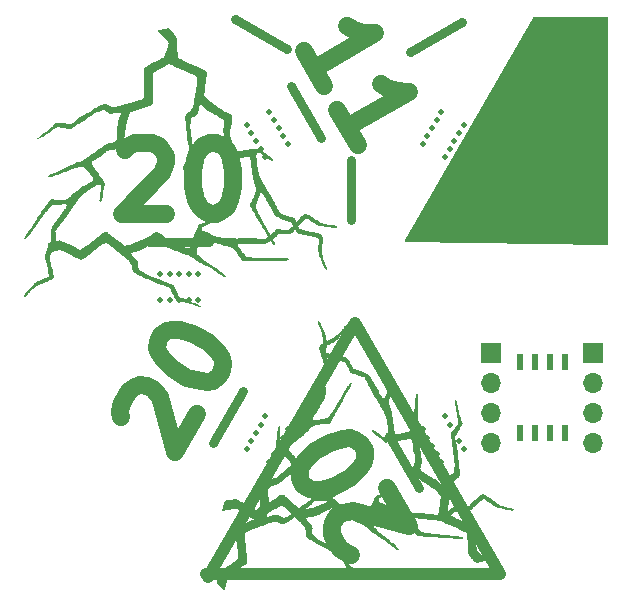
<source format=gbr>
%TF.GenerationSoftware,KiCad,Pcbnew,7.0.10*%
%TF.CreationDate,2024-02-05T19:53:07-05:00*%
%TF.ProjectId,Digital D20,44696769-7461-46c2-9044-32302e6b6963,rev?*%
%TF.SameCoordinates,Original*%
%TF.FileFunction,Soldermask,Top*%
%TF.FilePolarity,Negative*%
%FSLAX46Y46*%
G04 Gerber Fmt 4.6, Leading zero omitted, Abs format (unit mm)*
G04 Created by KiCad (PCBNEW 7.0.10) date 2024-02-05 19:53:07*
%MOMM*%
%LPD*%
G01*
G04 APERTURE LIST*
%ADD10C,1.000000*%
%ADD11C,0.750000*%
%ADD12C,1.500000*%
%ADD13R,0.600000X1.400000*%
%ADD14R,1.700000X1.700000*%
%ADD15O,1.700000X1.700000*%
%ADD16C,0.500000*%
G04 APERTURE END LIST*
D10*
X169403836Y-150020095D02*
X157135635Y-128770949D01*
D11*
X160020001Y-138338818D02*
X162560001Y-142738226D01*
D12*
X156811313Y-148402924D02*
X156421020Y-148298345D01*
X156421020Y-148298345D02*
X155887870Y-147946330D01*
X155887870Y-147946330D02*
X155173584Y-146709151D01*
X155173584Y-146709151D02*
X155135306Y-146071422D01*
X155135306Y-146071422D02*
X155239885Y-145681129D01*
X155239885Y-145681129D02*
X155591899Y-145147979D01*
X155591899Y-145147979D02*
X156086771Y-144862265D01*
X156086771Y-144862265D02*
X156971936Y-144681129D01*
X156971936Y-144681129D02*
X161655451Y-145936074D01*
X161655451Y-145936074D02*
X159798308Y-142719408D01*
X152745013Y-142502742D02*
X152459299Y-142007870D01*
X152459299Y-142007870D02*
X152421020Y-141370141D01*
X152421020Y-141370141D02*
X152525599Y-140979848D01*
X152525599Y-140979848D02*
X152877613Y-140446698D01*
X152877613Y-140446698D02*
X153724500Y-139627834D01*
X153724500Y-139627834D02*
X154961679Y-138913548D01*
X154961679Y-138913548D02*
X156094279Y-138589555D01*
X156094279Y-138589555D02*
X156732008Y-138551277D01*
X156732008Y-138551277D02*
X157122301Y-138655856D01*
X157122301Y-138655856D02*
X157655451Y-139007870D01*
X157655451Y-139007870D02*
X157941165Y-139502742D01*
X157941165Y-139502742D02*
X157979444Y-140140471D01*
X157979444Y-140140471D02*
X157874865Y-140530764D01*
X157874865Y-140530764D02*
X157522851Y-141063914D01*
X157522851Y-141063914D02*
X156675964Y-141882778D01*
X156675964Y-141882778D02*
X155438785Y-142597064D01*
X155438785Y-142597064D02*
X154306185Y-142921057D01*
X154306185Y-142921057D02*
X153668456Y-142959335D01*
X153668456Y-142959335D02*
X153278163Y-142854756D01*
X153278163Y-142854756D02*
X152745013Y-142502742D01*
D10*
X144689634Y-150328054D02*
X157135635Y-128770949D01*
X169403836Y-150020095D02*
X144524535Y-150042093D01*
D12*
X137340180Y-136782066D02*
X137235602Y-136391773D01*
X137235602Y-136391773D02*
X137273880Y-135754045D01*
X137273880Y-135754045D02*
X137988166Y-134516866D01*
X137988166Y-134516866D02*
X138521316Y-134164851D01*
X138521316Y-134164851D02*
X138911609Y-134060272D01*
X138911609Y-134060272D02*
X139549338Y-134098551D01*
X139549338Y-134098551D02*
X140044209Y-134384265D01*
X140044209Y-134384265D02*
X140643660Y-135060272D01*
X140643660Y-135060272D02*
X141898604Y-139743788D01*
X141898604Y-139743788D02*
X143755747Y-136527122D01*
X140416737Y-130310456D02*
X140702452Y-129815585D01*
X140702452Y-129815585D02*
X141235602Y-129463570D01*
X141235602Y-129463570D02*
X141625895Y-129358991D01*
X141625895Y-129358991D02*
X142263624Y-129397270D01*
X142263624Y-129397270D02*
X143396224Y-129721263D01*
X143396224Y-129721263D02*
X144633403Y-130435548D01*
X144633403Y-130435548D02*
X145480289Y-131254413D01*
X145480289Y-131254413D02*
X145832304Y-131787563D01*
X145832304Y-131787563D02*
X145936883Y-132177856D01*
X145936883Y-132177856D02*
X145898604Y-132815585D01*
X145898604Y-132815585D02*
X145612890Y-133310456D01*
X145612890Y-133310456D02*
X145079740Y-133662471D01*
X145079740Y-133662471D02*
X144689447Y-133767049D01*
X144689447Y-133767049D02*
X144051718Y-133728771D01*
X144051718Y-133728771D02*
X142919118Y-133404778D01*
X142919118Y-133404778D02*
X141681938Y-132690492D01*
X141681938Y-132690492D02*
X140835052Y-131871628D01*
X140835052Y-131871628D02*
X140483038Y-131338478D01*
X140483038Y-131338478D02*
X140378459Y-130948185D01*
X140378459Y-130948185D02*
X140416737Y-130310456D01*
D11*
X147660295Y-134528818D02*
X145120295Y-138928227D01*
X144780000Y-121920000D02*
X139700000Y-121920000D01*
X154259410Y-113121181D02*
X151719410Y-108721772D01*
X166187637Y-103301477D02*
X161788228Y-105841476D01*
X151379114Y-105592363D02*
X146979705Y-103052363D01*
X156799409Y-114980590D02*
X156799410Y-120060591D01*
D12*
X154481101Y-108740589D02*
X152766815Y-105771359D01*
X153623958Y-107255974D02*
X158820110Y-104255974D01*
X158820110Y-104255974D02*
X157792088Y-104189674D01*
X157792088Y-104189674D02*
X157011503Y-103980516D01*
X157011503Y-103980516D02*
X156478352Y-103628502D01*
X157338244Y-113689306D02*
X155623958Y-110720076D01*
X156481101Y-112204691D02*
X161677253Y-109204691D01*
X161677253Y-109204691D02*
X160649231Y-109138391D01*
X160649231Y-109138391D02*
X159868646Y-108929233D01*
X159868646Y-108929233D02*
X159335495Y-108577219D01*
X137668571Y-114109142D02*
X137954285Y-113823428D01*
X137954285Y-113823428D02*
X138525714Y-113537714D01*
X138525714Y-113537714D02*
X139954285Y-113537714D01*
X139954285Y-113537714D02*
X140525714Y-113823428D01*
X140525714Y-113823428D02*
X140811428Y-114109142D01*
X140811428Y-114109142D02*
X141097142Y-114680571D01*
X141097142Y-114680571D02*
X141097142Y-115252000D01*
X141097142Y-115252000D02*
X140811428Y-116109142D01*
X140811428Y-116109142D02*
X137382856Y-119537714D01*
X137382856Y-119537714D02*
X141097142Y-119537714D01*
X144811428Y-113537714D02*
X145382857Y-113537714D01*
X145382857Y-113537714D02*
X145954285Y-113823428D01*
X145954285Y-113823428D02*
X146240000Y-114109142D01*
X146240000Y-114109142D02*
X146525714Y-114680571D01*
X146525714Y-114680571D02*
X146811428Y-115823428D01*
X146811428Y-115823428D02*
X146811428Y-117252000D01*
X146811428Y-117252000D02*
X146525714Y-118394857D01*
X146525714Y-118394857D02*
X146240000Y-118966285D01*
X146240000Y-118966285D02*
X145954285Y-119252000D01*
X145954285Y-119252000D02*
X145382857Y-119537714D01*
X145382857Y-119537714D02*
X144811428Y-119537714D01*
X144811428Y-119537714D02*
X144240000Y-119252000D01*
X144240000Y-119252000D02*
X143954285Y-118966285D01*
X143954285Y-118966285D02*
X143668571Y-118394857D01*
X143668571Y-118394857D02*
X143382857Y-117252000D01*
X143382857Y-117252000D02*
X143382857Y-115823428D01*
X143382857Y-115823428D02*
X143668571Y-114680571D01*
X143668571Y-114680571D02*
X143954285Y-114109142D01*
X143954285Y-114109142D02*
X144240000Y-113823428D01*
X144240000Y-113823428D02*
X144811428Y-113537714D01*
%TO.C,G\u002A\u002A\u002A*%
G36*
X154094984Y-128662857D02*
G01*
X154150703Y-128732473D01*
X154219545Y-128850721D01*
X154279838Y-128969616D01*
X154312041Y-129036087D01*
X154339238Y-129094500D01*
X154365939Y-129155809D01*
X154396651Y-129230968D01*
X154435883Y-129330931D01*
X154488141Y-129466651D01*
X154537880Y-129596626D01*
X154586354Y-129720440D01*
X154628486Y-129822589D01*
X154659328Y-129891413D01*
X154673018Y-129915036D01*
X154682799Y-129947816D01*
X154694028Y-130023872D01*
X154705396Y-130127881D01*
X154715594Y-130244523D01*
X154723312Y-130358476D01*
X154727243Y-130454419D01*
X154726075Y-130517033D01*
X154725084Y-130524382D01*
X154719457Y-130579826D01*
X154714459Y-130669515D01*
X154712372Y-130730315D01*
X154707737Y-130837606D01*
X154700551Y-130933475D01*
X154696331Y-130969722D01*
X154686715Y-131092792D01*
X154692883Y-131203970D01*
X154712950Y-131286575D01*
X154735832Y-131319632D01*
X154791660Y-131342368D01*
X154876795Y-131361271D01*
X154902752Y-131364900D01*
X154986901Y-131378892D01*
X155046736Y-131395882D01*
X155056529Y-131400964D01*
X155103116Y-131417632D01*
X155182293Y-131433244D01*
X155210305Y-131437028D01*
X155296260Y-131452033D01*
X155359464Y-131471399D01*
X155370063Y-131477147D01*
X155422225Y-131495833D01*
X155502507Y-131508469D01*
X155515447Y-131509446D01*
X155620173Y-131527010D01*
X155719885Y-131559627D01*
X155720521Y-131559915D01*
X155798498Y-131585823D01*
X155860899Y-131591097D01*
X155865604Y-131590082D01*
X155926255Y-131591361D01*
X156001622Y-131612956D01*
X156095783Y-131638372D01*
X156189116Y-131646639D01*
X156269388Y-131656489D01*
X156355908Y-131695676D01*
X156433378Y-131746808D01*
X156504782Y-131802556D01*
X156563955Y-131863110D01*
X156621487Y-131942122D01*
X156687967Y-132053245D01*
X156730429Y-132129790D01*
X156796545Y-132253680D01*
X156853989Y-132366738D01*
X156895382Y-132454135D01*
X156911078Y-132492771D01*
X156971261Y-132587123D01*
X157076371Y-132662791D01*
X157213532Y-132711072D01*
X157241986Y-132716404D01*
X157330643Y-132735325D01*
X157398083Y-132757628D01*
X157411727Y-132764862D01*
X157457726Y-132785930D01*
X157543821Y-132817660D01*
X157653821Y-132854195D01*
X157689298Y-132865289D01*
X157805232Y-132903597D01*
X157899128Y-132943085D01*
X157989279Y-132993578D01*
X158093979Y-133064896D01*
X158182674Y-133130192D01*
X158305194Y-133224441D01*
X158386274Y-133294152D01*
X158433640Y-133346777D01*
X158455027Y-133389767D01*
X158455980Y-133393585D01*
X158487825Y-133468850D01*
X158532139Y-133532935D01*
X158586249Y-133613342D01*
X158618147Y-133685461D01*
X158645095Y-133751893D01*
X158670767Y-133788458D01*
X158690743Y-133817413D01*
X158733692Y-133888679D01*
X158794467Y-133993083D01*
X158867922Y-134121455D01*
X158948911Y-134264624D01*
X159032286Y-134413416D01*
X159112902Y-134558663D01*
X159185613Y-134691191D01*
X159245271Y-134801830D01*
X159286730Y-134881409D01*
X159302057Y-134913461D01*
X159369488Y-135035638D01*
X159456672Y-135149041D01*
X159462666Y-135155427D01*
X159515472Y-135193586D01*
X159570429Y-135183260D01*
X159585433Y-135174983D01*
X159623862Y-135142768D01*
X159657333Y-135088316D01*
X159692344Y-134998798D01*
X159722549Y-134904123D01*
X159760244Y-134788670D01*
X159797070Y-134690042D01*
X159826297Y-134625936D01*
X159831419Y-134617674D01*
X159860467Y-134559020D01*
X159893652Y-134467561D01*
X159913105Y-134401948D01*
X159946916Y-134290821D01*
X159985057Y-134186173D01*
X160004160Y-134142293D01*
X160027682Y-134061115D01*
X160022987Y-133964619D01*
X159987896Y-133844461D01*
X159920234Y-133692303D01*
X159853188Y-133563870D01*
X159796183Y-133458245D01*
X159748595Y-133368573D01*
X159718640Y-133310389D01*
X159714481Y-133301743D01*
X159690614Y-133255510D01*
X159646156Y-133173831D01*
X159589579Y-133072212D01*
X159573244Y-133043227D01*
X159515008Y-132938525D01*
X159466942Y-132849108D01*
X159437431Y-132790661D01*
X159433738Y-132782242D01*
X159402520Y-132719990D01*
X159370869Y-132667485D01*
X159329799Y-132598680D01*
X159307260Y-132553786D01*
X159282877Y-132506359D01*
X159237277Y-132425210D01*
X159179713Y-132326748D01*
X159171514Y-132312997D01*
X159113088Y-132213357D01*
X159065475Y-132128686D01*
X159037898Y-132075446D01*
X159036216Y-132071570D01*
X159000828Y-132004927D01*
X158982510Y-131977709D01*
X158954256Y-131932521D01*
X158906990Y-131849717D01*
X158848833Y-131743689D01*
X158819377Y-131688665D01*
X158755138Y-131572871D01*
X158693274Y-131470237D01*
X158643683Y-131396863D01*
X158628480Y-131378190D01*
X158585388Y-131321636D01*
X158568651Y-131280290D01*
X158557486Y-131240323D01*
X158526397Y-131163651D01*
X158481810Y-131065982D01*
X158476052Y-131053999D01*
X158423514Y-130928694D01*
X158408128Y-130843073D01*
X158430056Y-130791297D01*
X158483978Y-130768417D01*
X158528566Y-130780947D01*
X158569133Y-130838564D01*
X158609324Y-130902973D01*
X158643188Y-130940283D01*
X158673148Y-130976024D01*
X158720944Y-131047403D01*
X158776752Y-131138325D01*
X158830753Y-131232695D01*
X158873123Y-131314422D01*
X158878293Y-131325527D01*
X158907162Y-131381048D01*
X158950366Y-131456565D01*
X158957366Y-131468278D01*
X159038771Y-131604017D01*
X159121087Y-131742014D01*
X159191242Y-131860327D01*
X159212528Y-131896473D01*
X159252044Y-131961589D01*
X159311498Y-132057062D01*
X159379070Y-132163933D01*
X159389624Y-132180479D01*
X159457379Y-132287452D01*
X159518835Y-132386046D01*
X159562178Y-132457281D01*
X159566555Y-132464721D01*
X159663229Y-132628810D01*
X159739254Y-132754457D01*
X159792054Y-132837491D01*
X159819053Y-132873749D01*
X159819920Y-132874434D01*
X159842863Y-132904614D01*
X159884049Y-132969859D01*
X159919313Y-133029683D01*
X159982905Y-133139304D01*
X160049524Y-133252497D01*
X160075969Y-133296842D01*
X160122658Y-133375778D01*
X160188175Y-133488051D01*
X160262272Y-133616051D01*
X160308355Y-133696156D01*
X160374341Y-133809505D01*
X160430415Y-133902723D01*
X160469802Y-133964740D01*
X160484715Y-133984430D01*
X160500468Y-134019219D01*
X160516127Y-134088913D01*
X160518947Y-134106864D01*
X160523157Y-134161708D01*
X160515059Y-134214904D01*
X160489644Y-134279496D01*
X160441908Y-134368525D01*
X160375438Y-134480803D01*
X160305212Y-134603388D01*
X160245102Y-134719535D01*
X160203285Y-134812859D01*
X160190077Y-134852290D01*
X160162619Y-134935656D01*
X160117394Y-135044477D01*
X160072890Y-135137717D01*
X160017160Y-135262557D01*
X159992175Y-135367850D01*
X159990468Y-135464915D01*
X159999323Y-135552810D01*
X160012270Y-135613532D01*
X160020357Y-135628593D01*
X160038293Y-135663902D01*
X160065946Y-135745574D01*
X160100429Y-135862680D01*
X160138864Y-136004289D01*
X160178366Y-136159473D01*
X160216054Y-136317304D01*
X160249045Y-136466849D01*
X160271596Y-136581233D01*
X160317517Y-136851732D01*
X160362090Y-137147502D01*
X160401602Y-137442249D01*
X160432336Y-137709678D01*
X160435646Y-137742621D01*
X160451903Y-137869782D01*
X160473209Y-137985500D01*
X160495518Y-138068617D01*
X160500270Y-138080678D01*
X160533999Y-138144746D01*
X160575547Y-138173655D01*
X160640391Y-138186175D01*
X160721211Y-138191059D01*
X160814360Y-138183088D01*
X160932725Y-138160163D01*
X161089197Y-138120184D01*
X161150762Y-138103070D01*
X161280738Y-138068274D01*
X161414655Y-138035302D01*
X161504834Y-138015249D01*
X161624877Y-137982598D01*
X161746442Y-137937233D01*
X161786922Y-137918321D01*
X161863990Y-137876549D01*
X161902932Y-137842552D01*
X161918417Y-137798532D01*
X161923086Y-137753091D01*
X161935705Y-137673703D01*
X161955687Y-137617998D01*
X161956757Y-137616394D01*
X161974949Y-137567506D01*
X161993073Y-137483027D01*
X162001747Y-137424302D01*
X162018104Y-137327837D01*
X162038974Y-137251762D01*
X162051032Y-137226077D01*
X162073215Y-137168229D01*
X162093185Y-137071780D01*
X162107997Y-136956781D01*
X162114712Y-136843286D01*
X162114205Y-136795445D01*
X162111843Y-136709087D01*
X162112855Y-136620609D01*
X162117732Y-136508346D01*
X162122728Y-136420381D01*
X162128734Y-136317165D01*
X162133679Y-136228178D01*
X162135324Y-136196464D01*
X162143062Y-136118176D01*
X162156944Y-136026693D01*
X162157043Y-136026141D01*
X162165888Y-135949287D01*
X162162989Y-135896771D01*
X162161929Y-135893808D01*
X162158322Y-135847950D01*
X162164768Y-135768224D01*
X162170654Y-135727392D01*
X162187943Y-135606778D01*
X162202483Y-135480554D01*
X162204655Y-135457287D01*
X162225080Y-135248134D01*
X162246987Y-135065962D01*
X162269191Y-134918645D01*
X162290500Y-134814053D01*
X162309728Y-134760060D01*
X162309946Y-134759744D01*
X162352357Y-134732785D01*
X162396411Y-134751314D01*
X162455638Y-134828055D01*
X162477180Y-134936532D01*
X162462464Y-135044243D01*
X162449488Y-135132566D01*
X162456957Y-135209065D01*
X162458245Y-135212872D01*
X162470224Y-135274932D01*
X162463851Y-135306980D01*
X162453951Y-135347423D01*
X162444759Y-135430215D01*
X162437977Y-135539057D01*
X162437020Y-135563657D01*
X162432693Y-135680955D01*
X162428572Y-135780586D01*
X162425448Y-135843622D01*
X162425086Y-135849163D01*
X162418736Y-135992644D01*
X162416398Y-136170435D01*
X162418039Y-136358328D01*
X162423619Y-136532114D01*
X162426181Y-136579960D01*
X162427161Y-136628018D01*
X162427390Y-136714532D01*
X162426941Y-136803702D01*
X162430502Y-136929903D01*
X162441305Y-137056379D01*
X162451369Y-137124346D01*
X162464658Y-137225420D01*
X162466779Y-137316442D01*
X162464428Y-137339949D01*
X162453837Y-137420340D01*
X162449553Y-137472757D01*
X162442570Y-137525113D01*
X162425816Y-137616914D01*
X162402586Y-137730419D01*
X162396625Y-137757946D01*
X162379769Y-137842144D01*
X162369918Y-137918314D01*
X162367854Y-137997285D01*
X162374361Y-138089885D01*
X162390220Y-138206945D01*
X162416214Y-138359292D01*
X162453126Y-138557757D01*
X162455217Y-138568793D01*
X162494716Y-138774038D01*
X162536538Y-138985964D01*
X162577319Y-139187887D01*
X162613694Y-139363118D01*
X162638820Y-139479442D01*
X162678704Y-139682137D01*
X162711516Y-139895253D01*
X162736348Y-140107461D01*
X162752292Y-140307429D01*
X162758439Y-140483825D01*
X162753881Y-140625317D01*
X162738202Y-140719042D01*
X162719176Y-140797670D01*
X162702867Y-140894350D01*
X162701281Y-140906799D01*
X162688054Y-140986930D01*
X162672779Y-141041103D01*
X162669359Y-141047501D01*
X162663843Y-141089433D01*
X162670424Y-141166317D01*
X162677615Y-141209468D01*
X162703849Y-141345760D01*
X163006912Y-141519003D01*
X163136748Y-141591084D01*
X163258206Y-141654713D01*
X163356627Y-141702429D01*
X163412203Y-141725227D01*
X163472959Y-141752725D01*
X163570839Y-141806016D01*
X163694151Y-141878365D01*
X163831202Y-141963038D01*
X163887848Y-141999234D01*
X164039554Y-142098384D01*
X164152815Y-142176421D01*
X164239290Y-142242739D01*
X164310641Y-142306731D01*
X164378527Y-142377788D01*
X164428451Y-142434691D01*
X164509761Y-142524264D01*
X164582212Y-142595214D01*
X164633927Y-142636225D01*
X164645503Y-142641562D01*
X164702625Y-142628327D01*
X164753116Y-142565021D01*
X164791924Y-142460213D01*
X164809965Y-142362505D01*
X164827237Y-142264046D01*
X164850273Y-142184166D01*
X164863582Y-142156466D01*
X164890860Y-142085485D01*
X164895620Y-142037706D01*
X164916636Y-141921416D01*
X164978539Y-141808711D01*
X165067201Y-141723537D01*
X165088253Y-141711205D01*
X165165193Y-141666569D01*
X165264262Y-141603137D01*
X165338366Y-141552536D01*
X165492498Y-141443814D01*
X165523849Y-141287400D01*
X165538788Y-141187701D01*
X165542694Y-141103844D01*
X165538946Y-141071614D01*
X165532627Y-141013038D01*
X165539038Y-140988898D01*
X165550458Y-140937984D01*
X165552757Y-140835935D01*
X165546537Y-140689466D01*
X165532403Y-140505290D01*
X165510956Y-140290122D01*
X165482800Y-140050677D01*
X165448536Y-139793667D01*
X165408768Y-139525809D01*
X165406221Y-139509546D01*
X165380192Y-139339702D01*
X165356862Y-139179787D01*
X165338142Y-139043471D01*
X165325940Y-138944426D01*
X165322846Y-138912717D01*
X165314857Y-138815988D01*
X165306598Y-138734408D01*
X165295751Y-138650180D01*
X165280003Y-138545509D01*
X165257038Y-138402597D01*
X165254213Y-138385267D01*
X165234881Y-138258798D01*
X165227621Y-138175939D01*
X165233729Y-138122638D01*
X165254500Y-138084843D01*
X165284699Y-138054368D01*
X165329087Y-138006592D01*
X165399230Y-137922322D01*
X165486342Y-137812470D01*
X165581629Y-137687952D01*
X165605451Y-137656142D01*
X165852635Y-137324562D01*
X165820626Y-137054890D01*
X165805505Y-136940760D01*
X165782395Y-136782986D01*
X165753479Y-136595694D01*
X165720943Y-136393015D01*
X165686971Y-136189074D01*
X165684275Y-136173232D01*
X165654465Y-135989342D01*
X165630562Y-135823846D01*
X165613643Y-135685857D01*
X165604787Y-135584488D01*
X165605075Y-135528853D01*
X165607217Y-135522278D01*
X165622657Y-135469008D01*
X165625687Y-135387751D01*
X165624532Y-135371136D01*
X165626020Y-135285733D01*
X165650921Y-135253397D01*
X165695610Y-135269966D01*
X165709514Y-135303770D01*
X165731518Y-135386327D01*
X165759573Y-135508611D01*
X165791631Y-135661600D01*
X165825642Y-135836267D01*
X165832253Y-135871684D01*
X165867886Y-136057161D01*
X165903405Y-136229933D01*
X165936367Y-136379003D01*
X165964332Y-136493377D01*
X165984859Y-136562056D01*
X165986396Y-136565960D01*
X166024372Y-136674839D01*
X166054670Y-136788750D01*
X166056601Y-136798080D01*
X166074031Y-136877791D01*
X166094162Y-136944213D01*
X166124623Y-137017918D01*
X166173041Y-137119481D01*
X166184156Y-137142113D01*
X166216195Y-137214775D01*
X166223509Y-137270324D01*
X166204179Y-137331885D01*
X166161700Y-137412835D01*
X166102704Y-137521047D01*
X166033926Y-137649781D01*
X165982762Y-137747201D01*
X165922242Y-137859214D01*
X165844479Y-137997010D01*
X165763141Y-138136517D01*
X165735481Y-138182747D01*
X165584658Y-138432686D01*
X165624129Y-138639352D01*
X165651124Y-138776804D01*
X165683548Y-138936403D01*
X165713545Y-139079636D01*
X165770256Y-139382525D01*
X165819831Y-139722724D01*
X165859195Y-140079023D01*
X165860421Y-140092307D01*
X165879961Y-140298908D01*
X165898409Y-140477095D01*
X165919007Y-140656955D01*
X165937509Y-140808604D01*
X165947834Y-140912753D01*
X165958423Y-141054761D01*
X165967853Y-141213846D01*
X165973345Y-141332701D01*
X165978403Y-141481730D01*
X165978100Y-141586087D01*
X165970146Y-141659683D01*
X165952251Y-141716424D01*
X165922127Y-141770222D01*
X165894700Y-141810491D01*
X165804086Y-141917162D01*
X165704442Y-141983809D01*
X165687419Y-141991463D01*
X165581086Y-142061584D01*
X165477793Y-142171293D01*
X165390297Y-142302328D01*
X165331353Y-142436428D01*
X165313638Y-142526559D01*
X165302550Y-142614349D01*
X165283668Y-142680644D01*
X165277467Y-142691991D01*
X165256954Y-142749555D01*
X165248648Y-142828710D01*
X165242504Y-142917410D01*
X165228656Y-142987083D01*
X165218380Y-143062649D01*
X165223124Y-143103962D01*
X165221790Y-143170148D01*
X165209389Y-143198302D01*
X165193110Y-143243863D01*
X165172986Y-143332469D01*
X165152227Y-143448932D01*
X165142024Y-143517046D01*
X165121675Y-143648148D01*
X165099909Y-143765380D01*
X165080200Y-143850824D01*
X165072567Y-143875090D01*
X165051488Y-143965657D01*
X165047145Y-144046810D01*
X165042990Y-144123556D01*
X165026411Y-144175521D01*
X165007891Y-144233877D01*
X165007315Y-144273689D01*
X165007226Y-144333668D01*
X165000350Y-144429981D01*
X164989278Y-144532420D01*
X164978687Y-144654406D01*
X164976289Y-144771234D01*
X164981096Y-144843945D01*
X164990918Y-144899643D01*
X165007991Y-144940597D01*
X165042883Y-144977803D01*
X165106153Y-145022263D01*
X165208366Y-145084973D01*
X165218392Y-145091017D01*
X165355062Y-145166820D01*
X165508323Y-145241879D01*
X165646863Y-145300939D01*
X165657254Y-145304843D01*
X165775206Y-145352275D01*
X165882866Y-145402027D01*
X165958726Y-145444082D01*
X165963984Y-145447654D01*
X166052005Y-145496554D01*
X166156222Y-145538104D01*
X166176217Y-145544115D01*
X166272859Y-145576400D01*
X166390564Y-145622999D01*
X166468361Y-145657459D01*
X166584564Y-145708446D01*
X166703484Y-145755317D01*
X166768794Y-145778001D01*
X166862020Y-145814450D01*
X166979544Y-145869958D01*
X167095844Y-145932467D01*
X167195177Y-145991455D01*
X167254515Y-146033597D01*
X167285282Y-146070281D01*
X167298898Y-146112897D01*
X167302686Y-146138705D01*
X167310154Y-146217112D01*
X167319074Y-146339957D01*
X167328639Y-146493061D01*
X167338041Y-146662242D01*
X167346473Y-146833324D01*
X167353129Y-146992125D01*
X167355848Y-147072723D01*
X167361424Y-147196901D01*
X167369852Y-147314961D01*
X167378191Y-147392492D01*
X167388108Y-147485692D01*
X167396465Y-147605829D01*
X167400115Y-147688538D01*
X167407392Y-147832804D01*
X167423677Y-147935746D01*
X167456667Y-148014687D01*
X167514055Y-148086950D01*
X167603538Y-148169855D01*
X167620436Y-148184479D01*
X167719464Y-148275503D01*
X167812446Y-148370556D01*
X167880020Y-148449794D01*
X167882469Y-148453101D01*
X167958009Y-148537129D01*
X168065069Y-148632148D01*
X168159050Y-148703326D01*
X168261565Y-148778936D01*
X168317456Y-148830365D01*
X168331316Y-148862034D01*
X168328982Y-148867071D01*
X168290825Y-148888699D01*
X168213049Y-148915131D01*
X168127833Y-148937016D01*
X168012258Y-148965647D01*
X167868408Y-149005189D01*
X167723676Y-149048047D01*
X167695421Y-149056857D01*
X167442722Y-149136501D01*
X167290570Y-149012465D01*
X167204026Y-148934934D01*
X167131834Y-148857932D01*
X167094722Y-148806377D01*
X167048446Y-148741144D01*
X166975623Y-148660168D01*
X166919182Y-148605853D01*
X166840020Y-148528058D01*
X166775134Y-148452588D01*
X166747651Y-148411642D01*
X166733191Y-148357483D01*
X166718687Y-148256368D01*
X166705353Y-148119983D01*
X166694399Y-147960019D01*
X166689021Y-147846147D01*
X166678386Y-147605167D01*
X166665699Y-147397136D01*
X166649069Y-147200126D01*
X166626611Y-146992213D01*
X166596432Y-146751471D01*
X166591485Y-146713903D01*
X166567873Y-146535428D01*
X166425145Y-146481710D01*
X166336697Y-146442693D01*
X166217837Y-146382593D01*
X166087899Y-146311415D01*
X166021697Y-146272944D01*
X165897602Y-146203706D01*
X165777757Y-146144690D01*
X165679714Y-146104193D01*
X165640092Y-146092531D01*
X165540224Y-146061662D01*
X165450379Y-146018413D01*
X165438148Y-146010406D01*
X165364499Y-145970542D01*
X165261007Y-145928201D01*
X165186176Y-145903498D01*
X165057556Y-145858210D01*
X164921771Y-145799158D01*
X164860356Y-145767769D01*
X164737989Y-145708366D01*
X164600383Y-145653210D01*
X164534918Y-145631495D01*
X164361339Y-145564723D01*
X164242155Y-145481962D01*
X164174429Y-145379616D01*
X164155218Y-145254088D01*
X164163629Y-145177331D01*
X164177549Y-145093400D01*
X164186233Y-145028351D01*
X164186406Y-145026510D01*
X164211017Y-144805460D01*
X164231841Y-144668195D01*
X164241870Y-144579755D01*
X164241324Y-144507481D01*
X164240449Y-144501588D01*
X164245497Y-144432565D01*
X164259356Y-144401682D01*
X164277120Y-144347290D01*
X164285473Y-144263064D01*
X164285474Y-144236543D01*
X164286883Y-144154853D01*
X164294105Y-144099864D01*
X164297522Y-144091497D01*
X164306537Y-144049644D01*
X164307512Y-143978200D01*
X164307352Y-143975187D01*
X164312221Y-143895810D01*
X164331184Y-143838881D01*
X164351028Y-143780507D01*
X164355949Y-143708876D01*
X164361883Y-143612603D01*
X164378678Y-143531984D01*
X164389504Y-143472429D01*
X164373021Y-143422194D01*
X164320963Y-143360967D01*
X164301043Y-143341192D01*
X164217146Y-143251732D01*
X164131251Y-143149042D01*
X164104631Y-143114148D01*
X164046175Y-143052221D01*
X163945855Y-142964972D01*
X163811667Y-142857985D01*
X163651603Y-142736846D01*
X163473662Y-142607137D01*
X163285836Y-142474443D01*
X163096120Y-142344349D01*
X162912512Y-142222437D01*
X162743005Y-142114291D01*
X162595593Y-142025497D01*
X162478272Y-141961638D01*
X162413464Y-141932970D01*
X162295688Y-141884269D01*
X162181247Y-141826595D01*
X162116972Y-141787195D01*
X162044840Y-141730423D01*
X162009901Y-141677933D01*
X161997875Y-141605878D01*
X161996953Y-141586789D01*
X161999063Y-141501705D01*
X162009071Y-141382376D01*
X162025037Y-141242208D01*
X162045027Y-141094610D01*
X162067099Y-140952990D01*
X162089319Y-140830757D01*
X162109748Y-140741318D01*
X162125146Y-140699734D01*
X162144056Y-140651418D01*
X162167214Y-140563020D01*
X162191009Y-140452593D01*
X162211837Y-140338188D01*
X162226089Y-140237857D01*
X162230294Y-140173485D01*
X162218058Y-140088531D01*
X162188824Y-139977428D01*
X162158094Y-139888708D01*
X162122350Y-139791720D01*
X162094502Y-139699407D01*
X162072183Y-139599144D01*
X162053024Y-139478299D01*
X162034661Y-139324243D01*
X162014723Y-139124347D01*
X162014624Y-139123306D01*
X161999674Y-138984782D01*
X161983308Y-138864334D01*
X161967653Y-138776097D01*
X161956408Y-138736803D01*
X161932789Y-138695815D01*
X161904199Y-138664743D01*
X161864297Y-138643628D01*
X161806740Y-138632510D01*
X161725187Y-138631429D01*
X161613296Y-138640425D01*
X161464725Y-138659539D01*
X161273132Y-138688812D01*
X161032176Y-138728284D01*
X160942568Y-138743249D01*
X160716669Y-138780547D01*
X160502643Y-138814907D01*
X160309268Y-138844993D01*
X160145325Y-138869473D01*
X160019593Y-138887011D01*
X159940851Y-138896274D01*
X159930193Y-138897100D01*
X159782536Y-138906186D01*
X159195614Y-138482878D01*
X159013758Y-138351571D01*
X158873755Y-138249604D01*
X158769868Y-138172018D01*
X158696364Y-138113850D01*
X158647506Y-138070142D01*
X158617560Y-138035931D01*
X158600791Y-138006259D01*
X158591465Y-137976164D01*
X158587221Y-137956635D01*
X158565751Y-137853701D01*
X158657690Y-137864690D01*
X158701350Y-137875961D01*
X158761341Y-137903384D01*
X158844185Y-137950883D01*
X158956402Y-138022382D01*
X159104515Y-138121805D01*
X159241407Y-138215899D01*
X159407379Y-138330471D01*
X159532412Y-138415536D01*
X159623741Y-138475072D01*
X159688592Y-138513054D01*
X159734197Y-138533458D01*
X159767786Y-138540260D01*
X159796590Y-138537436D01*
X159816609Y-138532196D01*
X159904638Y-138488776D01*
X159954305Y-138415433D01*
X159969063Y-138304320D01*
X159961008Y-138203862D01*
X159946381Y-138086422D01*
X159929360Y-137938312D01*
X159913109Y-137787262D01*
X159909619Y-137753113D01*
X159880503Y-137495440D01*
X159846888Y-137250300D01*
X159810259Y-137025384D01*
X159772102Y-136828383D01*
X159733906Y-136666988D01*
X159697154Y-136548890D01*
X159664090Y-136482721D01*
X159616010Y-136410936D01*
X159589021Y-136349701D01*
X159587338Y-136340054D01*
X159569775Y-136285537D01*
X159556324Y-136269900D01*
X159531731Y-136237149D01*
X159487231Y-136164604D01*
X159430097Y-136064455D01*
X159391118Y-135993096D01*
X159329504Y-135881672D01*
X159275604Y-135790078D01*
X159236813Y-135730582D01*
X159223551Y-135715163D01*
X159195191Y-135674684D01*
X159167389Y-135605485D01*
X159166901Y-135603886D01*
X159138319Y-135533474D01*
X159107735Y-135490527D01*
X159107364Y-135490259D01*
X159076101Y-135453194D01*
X159029982Y-135382239D01*
X158996517Y-135324249D01*
X158948204Y-135241364D01*
X158907730Y-135180558D01*
X158890476Y-135160811D01*
X158863627Y-135126512D01*
X158819273Y-135056664D01*
X158767043Y-134967733D01*
X158716557Y-134876181D01*
X158677440Y-134798474D01*
X158673118Y-134788964D01*
X158640946Y-134728235D01*
X158608953Y-134676058D01*
X158568056Y-134606940D01*
X158545866Y-134561612D01*
X158525411Y-134519302D01*
X158482683Y-134436019D01*
X158423235Y-134322428D01*
X158352624Y-134189195D01*
X158324425Y-134136395D01*
X158250923Y-133998874D01*
X158186183Y-133877416D01*
X158135818Y-133782572D01*
X158105440Y-133724897D01*
X158100328Y-133714969D01*
X158073943Y-133664395D01*
X158031301Y-133584435D01*
X158003543Y-133532920D01*
X157929208Y-133395511D01*
X157741737Y-133344324D01*
X157629082Y-133308007D01*
X157527341Y-133265807D01*
X157469824Y-133234001D01*
X157383869Y-133191525D01*
X157280589Y-133162856D01*
X157262080Y-133160141D01*
X157174086Y-133143928D01*
X157107095Y-133121724D01*
X157095721Y-133115266D01*
X157040822Y-133092538D01*
X156955583Y-133072154D01*
X156924765Y-133067173D01*
X156806907Y-133040464D01*
X156727382Y-132991645D01*
X156672906Y-132908139D01*
X156634060Y-132792008D01*
X156605609Y-132696894D01*
X156579262Y-132626578D01*
X156563110Y-132599105D01*
X156538486Y-132561563D01*
X156513807Y-132497638D01*
X156473839Y-132412382D01*
X156423224Y-132342396D01*
X156376043Y-132276533D01*
X156354011Y-132217654D01*
X156324076Y-132158009D01*
X156256690Y-132100017D01*
X156171740Y-132057705D01*
X156108751Y-132044710D01*
X156027422Y-132030156D01*
X155937850Y-132000020D01*
X155935986Y-131999211D01*
X155835917Y-131967327D01*
X155733272Y-131950299D01*
X155649867Y-131937683D01*
X155588183Y-131916183D01*
X155583943Y-131913485D01*
X155529839Y-131890303D01*
X155444742Y-131867625D01*
X155410163Y-131860891D01*
X155202288Y-131823656D01*
X155049160Y-131793541D01*
X154947391Y-131769816D01*
X154893594Y-131751751D01*
X154887574Y-131748267D01*
X154838762Y-131731749D01*
X154761071Y-131720374D01*
X154750280Y-131719589D01*
X154590744Y-131689348D01*
X154474686Y-131620402D01*
X154399883Y-131510825D01*
X154367532Y-131387605D01*
X154358805Y-131298349D01*
X154352921Y-131185725D01*
X154350039Y-131065762D01*
X154350314Y-130954489D01*
X154353904Y-130867938D01*
X154360967Y-130822136D01*
X154361966Y-130820269D01*
X154369430Y-130781778D01*
X154374459Y-130703100D01*
X154375866Y-130620011D01*
X154375876Y-130506572D01*
X154376202Y-130403417D01*
X154376582Y-130351969D01*
X154374657Y-130268944D01*
X154369465Y-130210158D01*
X154368984Y-130155500D01*
X154374660Y-130138157D01*
X154384301Y-130086426D01*
X154378647Y-129991299D01*
X154360167Y-129865287D01*
X154331324Y-129720901D01*
X154294585Y-129570652D01*
X154252413Y-129427052D01*
X154212582Y-129315656D01*
X154187852Y-129253214D01*
X154151960Y-129161896D01*
X154130279Y-129106504D01*
X154093946Y-129020569D01*
X154062775Y-128958878D01*
X154049531Y-128940578D01*
X154020380Y-128892012D01*
X154000149Y-128814092D01*
X153992278Y-128731385D01*
X154000214Y-128668457D01*
X154009309Y-128653627D01*
X154048987Y-128637900D01*
X154094984Y-128662857D01*
G37*
G36*
X156429694Y-128925076D02*
G01*
X156463153Y-128951574D01*
X156464538Y-129003888D01*
X156432108Y-129086949D01*
X156364123Y-129205693D01*
X156291304Y-129317355D01*
X156249840Y-129378479D01*
X156212851Y-129431239D01*
X156173107Y-129485017D01*
X156123373Y-129549194D01*
X156056418Y-129633151D01*
X155965010Y-129746268D01*
X155877318Y-129854331D01*
X155794329Y-129958218D01*
X155726931Y-130045780D01*
X155682749Y-130106901D01*
X155669136Y-130130569D01*
X155645638Y-130155430D01*
X155585387Y-130203182D01*
X155500996Y-130265031D01*
X155405081Y-130332184D01*
X155310253Y-130395845D01*
X155229129Y-130447221D01*
X155174320Y-130477516D01*
X155167460Y-130480332D01*
X155116631Y-130503181D01*
X155036458Y-130543698D01*
X154982761Y-130572289D01*
X154887527Y-130621921D01*
X154800908Y-130663632D01*
X154767407Y-130678102D01*
X154656018Y-130731309D01*
X154562819Y-130792239D01*
X154501315Y-130850920D01*
X154484128Y-130887265D01*
X154492351Y-130946981D01*
X154518548Y-131030163D01*
X154528384Y-131054457D01*
X154558341Y-131134328D01*
X154573545Y-131194641D01*
X154574041Y-131205663D01*
X154582899Y-131254343D01*
X154608967Y-131330718D01*
X154619696Y-131356869D01*
X154649679Y-131438811D01*
X154664509Y-131503230D01*
X154664831Y-131515283D01*
X154674729Y-131569800D01*
X154703927Y-131645644D01*
X154709551Y-131657339D01*
X154746703Y-131756816D01*
X154768312Y-131859477D01*
X154768381Y-131860173D01*
X154784932Y-131940657D01*
X154811566Y-131997334D01*
X154814797Y-132000902D01*
X154844015Y-132054066D01*
X154862996Y-132130133D01*
X154888066Y-132224388D01*
X154927573Y-132309350D01*
X154959178Y-132383792D01*
X154968502Y-132478314D01*
X154962955Y-132570971D01*
X154950378Y-132660683D01*
X154927523Y-132742205D01*
X154887863Y-132831536D01*
X154824868Y-132944671D01*
X154779808Y-133019716D01*
X154705575Y-133138919D01*
X154636385Y-133245196D01*
X154581394Y-133324742D01*
X154555782Y-133357653D01*
X154504162Y-133456949D01*
X154491187Y-133585811D01*
X154517955Y-133728736D01*
X154527564Y-133756045D01*
X154555506Y-133842284D01*
X154569912Y-133911840D01*
X154570469Y-133927274D01*
X154575223Y-133977644D01*
X154590791Y-134068069D01*
X154614151Y-134181599D01*
X154622282Y-134217870D01*
X154647073Y-134337426D01*
X154659824Y-134438487D01*
X154661171Y-134541806D01*
X154651758Y-134668138D01*
X154639557Y-134777598D01*
X154619196Y-134930828D01*
X154599364Y-135035901D01*
X154577472Y-135103234D01*
X154550935Y-135143250D01*
X154548105Y-135145984D01*
X154498846Y-135211196D01*
X154465504Y-135281615D01*
X154422925Y-135368679D01*
X154376416Y-135432363D01*
X154332359Y-135488917D01*
X154313529Y-135529432D01*
X154298441Y-135561209D01*
X154258198Y-135634037D01*
X154198168Y-135738872D01*
X154123722Y-135866672D01*
X154040229Y-136008394D01*
X153953059Y-136154996D01*
X153867579Y-136297435D01*
X153789162Y-136426668D01*
X153723175Y-136533653D01*
X153674987Y-136609347D01*
X153654892Y-136638646D01*
X153582800Y-136758132D01*
X153528182Y-136890338D01*
X153525648Y-136898722D01*
X153519005Y-136963532D01*
X153555426Y-137005963D01*
X153570096Y-137014818D01*
X153617210Y-137031991D01*
X153681101Y-137033752D01*
X153776132Y-137019314D01*
X153873226Y-136998134D01*
X153992059Y-136973053D01*
X154095885Y-136955631D01*
X154166017Y-136948889D01*
X154175732Y-136949194D01*
X154241052Y-136945023D01*
X154336851Y-136928033D01*
X154403400Y-136912074D01*
X154516544Y-136885791D01*
X154626243Y-136866498D01*
X154673795Y-136861102D01*
X154755859Y-136840883D01*
X154837079Y-136788569D01*
X154923593Y-136698101D01*
X155021535Y-136563425D01*
X155099238Y-136441145D01*
X155162210Y-136338964D01*
X155216074Y-136252916D01*
X155251485Y-136197882D01*
X155256893Y-136189958D01*
X155284998Y-136146171D01*
X155333506Y-136066830D01*
X155393222Y-135967023D01*
X155410156Y-135938385D01*
X155471713Y-135835600D01*
X155525117Y-135749265D01*
X155560978Y-135694484D01*
X155566423Y-135687076D01*
X155604726Y-135628914D01*
X155634371Y-135575252D01*
X155673423Y-135505281D01*
X155701032Y-135463315D01*
X155729914Y-135418485D01*
X155777391Y-135338421D01*
X155833880Y-135239337D01*
X155841689Y-135225361D01*
X155898767Y-135124943D01*
X155948288Y-135041373D01*
X155980606Y-134990870D01*
X155983122Y-134987476D01*
X156023142Y-134923508D01*
X156037555Y-134894034D01*
X156062562Y-134846972D01*
X156110639Y-134764637D01*
X156173384Y-134661257D01*
X156206308Y-134608236D01*
X156274469Y-134494706D01*
X156332421Y-134389813D01*
X156371169Y-134310179D01*
X156379739Y-134287676D01*
X156407170Y-134222080D01*
X156434608Y-134186913D01*
X156463638Y-134157260D01*
X156514493Y-134092000D01*
X156576783Y-134004552D01*
X156584282Y-133993574D01*
X156666531Y-133885422D01*
X156732987Y-133829288D01*
X156788791Y-133822390D01*
X156835567Y-133857648D01*
X156847009Y-133902527D01*
X156817395Y-133966467D01*
X156781710Y-134033478D01*
X156766332Y-134081460D01*
X156750359Y-134125277D01*
X156712441Y-134202358D01*
X156661604Y-134296152D01*
X156606877Y-134390102D01*
X156557285Y-134467659D01*
X156550253Y-134477690D01*
X156516604Y-134530451D01*
X156472807Y-134605626D01*
X156466163Y-134617544D01*
X156389312Y-134755912D01*
X156310962Y-134896199D01*
X156243576Y-135016111D01*
X156222916Y-135052618D01*
X156186282Y-135119398D01*
X156133328Y-135218624D01*
X156074561Y-135330578D01*
X156065508Y-135347991D01*
X156006744Y-135460155D01*
X155952087Y-135562675D01*
X155912068Y-135635828D01*
X155907813Y-135643339D01*
X155814044Y-135809105D01*
X155743244Y-135937768D01*
X155697734Y-136025012D01*
X155679834Y-136066523D01*
X155679674Y-136067616D01*
X155665008Y-136102575D01*
X155629098Y-136170866D01*
X155594920Y-136231317D01*
X155531782Y-136341200D01*
X155467063Y-136455490D01*
X155441882Y-136500564D01*
X155396866Y-136580467D01*
X155332393Y-136693342D01*
X155258590Y-136821513D01*
X155212259Y-136901474D01*
X155147089Y-137015294D01*
X155094396Y-137110464D01*
X155060381Y-137175583D01*
X155050786Y-137198343D01*
X155028535Y-137229380D01*
X154976007Y-137277788D01*
X154961871Y-137289206D01*
X154916480Y-137320274D01*
X154866362Y-137339858D01*
X154797716Y-137350144D01*
X154696746Y-137353318D01*
X154566276Y-137351893D01*
X154425001Y-137352368D01*
X154294360Y-137358384D01*
X154192631Y-137368832D01*
X154151878Y-137377110D01*
X154065952Y-137395013D01*
X153949098Y-137410257D01*
X153846097Y-137418336D01*
X153710118Y-137432492D01*
X153606439Y-137463501D01*
X153521525Y-137510555D01*
X153449833Y-137562172D01*
X153403720Y-137603745D01*
X153394721Y-137618279D01*
X153373110Y-137651466D01*
X153316206Y-137716251D01*
X153232031Y-137804667D01*
X153128611Y-137908757D01*
X153013969Y-138020559D01*
X152896128Y-138132113D01*
X152783113Y-138235456D01*
X152695329Y-138312178D01*
X152484031Y-138487196D01*
X152250173Y-138673683D01*
X152014671Y-138855275D01*
X151798437Y-139015606D01*
X151771563Y-139034944D01*
X151669567Y-139112603D01*
X151580004Y-139188913D01*
X151519178Y-139249793D01*
X151511109Y-139259938D01*
X151472489Y-139321182D01*
X151468227Y-139371619D01*
X151489806Y-139434035D01*
X151525986Y-139506469D01*
X151579464Y-139583153D01*
X151658501Y-139674198D01*
X151771359Y-139789717D01*
X151816962Y-139834476D01*
X151912085Y-139929641D01*
X152007598Y-140029131D01*
X152070054Y-140097201D01*
X152158352Y-140184837D01*
X152258422Y-140267432D01*
X152295040Y-140293032D01*
X152369750Y-140338889D01*
X152418663Y-140355616D01*
X152464528Y-140347017D01*
X152506215Y-140328339D01*
X152581277Y-140299574D01*
X152639510Y-140289026D01*
X152641434Y-140289151D01*
X152692868Y-140280462D01*
X152775092Y-140253918D01*
X152830285Y-140232067D01*
X152922005Y-140198000D01*
X152998323Y-140178037D01*
X153026596Y-140175637D01*
X153087786Y-140165924D01*
X153181297Y-140134993D01*
X153288296Y-140090322D01*
X153389943Y-140039390D01*
X153431120Y-140015031D01*
X153504728Y-139969806D01*
X153581858Y-139926443D01*
X153681519Y-139874535D01*
X153760197Y-139834880D01*
X153852588Y-139788473D01*
X153932125Y-139748262D01*
X153960413Y-139733829D01*
X154032081Y-139701386D01*
X154118249Y-139667667D01*
X154118777Y-139667477D01*
X154189756Y-139636710D01*
X154233787Y-139607941D01*
X154235823Y-139605542D01*
X154273734Y-139579490D01*
X154346002Y-139545209D01*
X154384306Y-139529890D01*
X154497406Y-139484556D01*
X154613989Y-139434035D01*
X154635224Y-139424283D01*
X154826568Y-139337395D01*
X154995288Y-139265282D01*
X155133970Y-139210852D01*
X155235204Y-139177010D01*
X155291577Y-139166666D01*
X155291960Y-139166696D01*
X155336513Y-139189946D01*
X155342493Y-139237362D01*
X155305647Y-139327025D01*
X155222474Y-139399920D01*
X155121836Y-139441030D01*
X155038857Y-139473954D01*
X154976342Y-139518672D01*
X154973689Y-139521691D01*
X154925933Y-139563095D01*
X154894992Y-139573601D01*
X154855018Y-139585248D01*
X154778721Y-139618683D01*
X154681071Y-139667231D01*
X154659288Y-139678703D01*
X154555541Y-139733604D01*
X154467197Y-139779851D01*
X154411045Y-139808663D01*
X154406065Y-139811121D01*
X154278632Y-139877361D01*
X154123492Y-139964232D01*
X153961592Y-140059600D01*
X153813879Y-140151325D01*
X153773724Y-140177466D01*
X153732594Y-140202344D01*
X153657786Y-140245800D01*
X153580337Y-140289996D01*
X153472825Y-140356180D01*
X153368695Y-140428774D01*
X153314866Y-140471473D01*
X153233978Y-140533519D01*
X153156211Y-140580867D01*
X153134678Y-140590584D01*
X153059762Y-140621608D01*
X153012226Y-140644106D01*
X152963393Y-140664237D01*
X152875513Y-140695628D01*
X152765600Y-140732263D01*
X152738780Y-140740864D01*
X152657435Y-140768365D01*
X152586544Y-140797919D01*
X152517122Y-140835617D01*
X152440180Y-140887552D01*
X152346734Y-140959816D01*
X152227794Y-141058501D01*
X152074374Y-141189700D01*
X152065862Y-141197029D01*
X151907865Y-141333859D01*
X151745242Y-141476041D01*
X151590762Y-141612320D01*
X151457195Y-141731437D01*
X151369018Y-141811359D01*
X151213422Y-141947247D01*
X151045263Y-142082221D01*
X150873902Y-142209830D01*
X150708697Y-142323622D01*
X150559007Y-142417143D01*
X150434192Y-142483942D01*
X150345185Y-142517226D01*
X150267577Y-142540063D01*
X150175695Y-142574279D01*
X150164122Y-142579130D01*
X150088113Y-142607740D01*
X150033559Y-142621598D01*
X150026309Y-142621836D01*
X149987237Y-142638025D01*
X149923944Y-142682166D01*
X149890170Y-142709969D01*
X149785254Y-142800834D01*
X149786753Y-143149916D01*
X149789247Y-143298399D01*
X149794872Y-143435398D01*
X149802759Y-143544492D01*
X149810803Y-143604020D01*
X149817368Y-143670386D01*
X149820156Y-143781798D01*
X149819156Y-143924764D01*
X149814353Y-144085790D01*
X149811329Y-144152945D01*
X149801316Y-144333901D01*
X149790363Y-144471006D01*
X149776168Y-144579055D01*
X149756425Y-144672842D01*
X149728831Y-144767162D01*
X149704513Y-144838849D01*
X149667596Y-144954052D01*
X149642377Y-145052272D01*
X149632718Y-145117564D01*
X149633883Y-145130257D01*
X149673907Y-145173109D01*
X149753976Y-145185182D01*
X149864147Y-145166387D01*
X149957785Y-145133157D01*
X150051690Y-145098885D01*
X150132386Y-145078895D01*
X150163029Y-145076571D01*
X150238139Y-145064704D01*
X150281897Y-145044937D01*
X150393115Y-145004992D01*
X150521671Y-145002249D01*
X150639766Y-145036446D01*
X150660972Y-145048511D01*
X150738098Y-145092826D01*
X150842566Y-145146905D01*
X150923439Y-145185781D01*
X151094661Y-145264902D01*
X151245795Y-145213846D01*
X151339607Y-145176934D01*
X151414182Y-145138389D01*
X151440220Y-145119027D01*
X151487788Y-145084267D01*
X151511900Y-145077750D01*
X151561703Y-145062182D01*
X151651230Y-145013149D01*
X151774966Y-144934527D01*
X151927400Y-144830199D01*
X152103017Y-144704042D01*
X152296305Y-144559935D01*
X152501750Y-144401756D01*
X152713838Y-144233387D01*
X152726649Y-144223051D01*
X152860723Y-144115587D01*
X152987548Y-144015424D01*
X153096241Y-143931055D01*
X153175916Y-143870965D01*
X153201829Y-143852431D01*
X153281605Y-143797148D01*
X153348126Y-143749205D01*
X153415646Y-143697697D01*
X153498420Y-143631724D01*
X153610702Y-143540379D01*
X153624299Y-143529268D01*
X153724158Y-143449292D01*
X153792286Y-143401575D01*
X153841500Y-143380214D01*
X153884616Y-143379304D01*
X153926109Y-143390220D01*
X153989677Y-143404773D01*
X154097730Y-143423384D01*
X154236419Y-143443899D01*
X154391899Y-143464161D01*
X154431358Y-143468886D01*
X154842107Y-143517164D01*
X155059645Y-143354608D01*
X155150924Y-143284447D01*
X155276005Y-143185547D01*
X155423747Y-143066858D01*
X155583004Y-142937342D01*
X155742637Y-142805951D01*
X155755008Y-142795695D01*
X155899357Y-142677934D01*
X156030729Y-142574485D01*
X156141770Y-142490838D01*
X156225132Y-142432485D01*
X156273456Y-142404917D01*
X156280222Y-142403484D01*
X156334075Y-142390221D01*
X156405961Y-142352216D01*
X156419772Y-142342908D01*
X156494477Y-142301495D01*
X156534931Y-142306893D01*
X156542927Y-142353878D01*
X156520603Y-142382822D01*
X156460109Y-142443156D01*
X156368236Y-142528595D01*
X156251773Y-142632852D01*
X156117512Y-142749640D01*
X156090146Y-142773074D01*
X155947334Y-142896671D01*
X155815468Y-143013817D01*
X155702851Y-143116898D01*
X155617783Y-143198304D01*
X155568568Y-143250421D01*
X155565956Y-143253704D01*
X155490652Y-143341031D01*
X155407151Y-143424226D01*
X155400037Y-143430563D01*
X155339720Y-143485513D01*
X155292262Y-143536158D01*
X155243662Y-143599391D01*
X155179915Y-143692103D01*
X155165873Y-143713045D01*
X155118965Y-143777123D01*
X155074515Y-143811232D01*
X155011537Y-143825272D01*
X154920193Y-143828959D01*
X154796981Y-143831973D01*
X154651105Y-143836776D01*
X154541155Y-143841177D01*
X154413888Y-143844772D01*
X154255672Y-143846325D01*
X154094186Y-143845638D01*
X154040319Y-143844798D01*
X153748455Y-143839151D01*
X153589213Y-143976667D01*
X153483673Y-144068771D01*
X153361668Y-144176652D01*
X153252623Y-144274246D01*
X153018669Y-144474803D01*
X152748835Y-144687836D01*
X152459953Y-144900076D01*
X152449062Y-144907780D01*
X152279911Y-145028002D01*
X152134820Y-145133072D01*
X151989356Y-145240840D01*
X151867275Y-145332688D01*
X151782242Y-145393705D01*
X151664554Y-145473879D01*
X151531498Y-145561588D01*
X151431311Y-145625771D01*
X151304778Y-145704666D01*
X151214250Y-145756583D01*
X151146538Y-145786492D01*
X151088451Y-145799366D01*
X151026799Y-145800176D01*
X150978211Y-145796558D01*
X150840524Y-145771420D01*
X150732985Y-145718449D01*
X150717844Y-145707534D01*
X150603951Y-145650506D01*
X150457294Y-145615906D01*
X150300066Y-145605650D01*
X150154460Y-145621654D01*
X150067547Y-145651378D01*
X149985975Y-145685670D01*
X149919121Y-145702465D01*
X149906193Y-145702768D01*
X149846084Y-145713785D01*
X149773381Y-145746170D01*
X149693493Y-145785199D01*
X149626230Y-145808043D01*
X149555650Y-145836927D01*
X149522244Y-145861692D01*
X149464259Y-145893630D01*
X149433675Y-145896967D01*
X149386080Y-145905650D01*
X149299282Y-145932524D01*
X149188042Y-145972778D01*
X149123953Y-145997999D01*
X149000241Y-146045927D01*
X148887832Y-146085694D01*
X148803981Y-146111347D01*
X148779149Y-146116870D01*
X148690177Y-146143898D01*
X148617724Y-146180713D01*
X148549183Y-146215488D01*
X148495891Y-146227113D01*
X148436092Y-146240252D01*
X148401326Y-146259659D01*
X148349338Y-146289572D01*
X148262491Y-146331773D01*
X148168240Y-146373404D01*
X148057302Y-146425225D01*
X147954927Y-146481562D01*
X147894361Y-146522080D01*
X147851035Y-146558436D01*
X147824105Y-146593699D01*
X147809329Y-146642519D01*
X147802461Y-146719542D01*
X147799259Y-146839416D01*
X147799038Y-146851121D01*
X147801726Y-147007382D01*
X147813354Y-147177640D01*
X147831476Y-147327149D01*
X147833291Y-147338100D01*
X147851189Y-147463965D01*
X147861932Y-147582078D01*
X147863442Y-147668801D01*
X147862977Y-147675141D01*
X147864639Y-147775820D01*
X147880765Y-147886849D01*
X147885557Y-147907171D01*
X147905918Y-148007008D01*
X147924414Y-148132243D01*
X147933470Y-148216847D01*
X147947415Y-148342975D01*
X147966283Y-148469399D01*
X147979294Y-148537300D01*
X147994341Y-148636261D01*
X148005031Y-148765794D01*
X148009047Y-148897767D01*
X148007628Y-149013286D01*
X148000802Y-149085745D01*
X147984415Y-149130732D01*
X147954317Y-149163833D01*
X147933861Y-149180016D01*
X147869692Y-149225687D01*
X147767765Y-149294835D01*
X147639956Y-149379671D01*
X147498141Y-149472403D01*
X147354197Y-149565247D01*
X147219999Y-149650411D01*
X147151559Y-149693065D01*
X147046806Y-149759983D01*
X146948776Y-149826312D01*
X146885802Y-149872299D01*
X146810047Y-149927488D01*
X146710184Y-149994793D01*
X146640380Y-150039309D01*
X146519081Y-150117744D01*
X146438073Y-150183319D01*
X146386203Y-150251359D01*
X146352316Y-150337190D01*
X146325259Y-150456137D01*
X146321043Y-150478084D01*
X146291729Y-150609356D01*
X146255901Y-150737407D01*
X146221066Y-150835547D01*
X146219427Y-150839322D01*
X146184426Y-150946755D01*
X146155667Y-151086981D01*
X146141016Y-151203960D01*
X146126793Y-151330545D01*
X146110200Y-151404663D01*
X146089703Y-151432501D01*
X146084175Y-151432998D01*
X146046365Y-151410767D01*
X145984587Y-151356628D01*
X145923026Y-151293770D01*
X145840443Y-151207995D01*
X145734274Y-151103188D01*
X145624791Y-150999275D01*
X145603034Y-150979211D01*
X145407711Y-150800189D01*
X145439053Y-150606404D01*
X145462925Y-150492689D01*
X145493515Y-150391668D01*
X145519607Y-150333751D01*
X145552963Y-150261058D01*
X145586678Y-150157504D01*
X145605496Y-150081466D01*
X145633287Y-149974012D01*
X145666203Y-149880085D01*
X145687922Y-149835810D01*
X145727594Y-149796208D01*
X145807911Y-149733090D01*
X145919357Y-149653350D01*
X146052413Y-149563882D01*
X146148340Y-149502288D01*
X146351717Y-149372588D01*
X146525534Y-149257585D01*
X146687835Y-149144679D01*
X146856663Y-149021272D01*
X147050063Y-148874766D01*
X147080124Y-148851698D01*
X147222882Y-148742012D01*
X147198039Y-148591547D01*
X147187605Y-148495440D01*
X147180223Y-148362453D01*
X147176896Y-148214336D01*
X147177112Y-148137767D01*
X147175026Y-147995679D01*
X147166213Y-147862381D01*
X147152263Y-147757225D01*
X147142552Y-147717081D01*
X147119351Y-147615158D01*
X147111883Y-147515725D01*
X147112702Y-147501130D01*
X147110401Y-147417416D01*
X147095323Y-147306618D01*
X147079301Y-147229462D01*
X147054211Y-147095429D01*
X147037460Y-146948310D01*
X147033936Y-146879429D01*
X147024196Y-146743754D01*
X147003160Y-146597006D01*
X146989234Y-146529454D01*
X146960270Y-146345744D01*
X146972351Y-146201148D01*
X147027123Y-146091321D01*
X147126227Y-146011921D01*
X147196907Y-145980827D01*
X147276553Y-145950916D01*
X147337229Y-145925913D01*
X147338910Y-145925142D01*
X147542650Y-145835931D01*
X147671937Y-145785332D01*
X147753543Y-145749798D01*
X147815861Y-145713188D01*
X147820527Y-145709483D01*
X147882827Y-145679343D01*
X147916502Y-145675904D01*
X147972489Y-145664092D01*
X148049607Y-145629212D01*
X148072575Y-145615954D01*
X148144025Y-145576328D01*
X148195259Y-145555089D01*
X148204213Y-145553864D01*
X148244966Y-145540745D01*
X148307326Y-145505867D01*
X148309855Y-145504222D01*
X148381032Y-145468750D01*
X148439816Y-145456708D01*
X148500291Y-145444707D01*
X148564785Y-145413153D01*
X148651128Y-145370156D01*
X148729343Y-145344390D01*
X148786332Y-145323989D01*
X148821596Y-145284596D01*
X148848591Y-145208900D01*
X148855757Y-145181761D01*
X148891283Y-145064374D01*
X148937267Y-144938642D01*
X148954176Y-144898142D01*
X148978579Y-144816553D01*
X149003979Y-144686049D01*
X149029538Y-144516345D01*
X149054416Y-144317156D01*
X149077776Y-144098200D01*
X149098779Y-143869191D01*
X149116587Y-143639846D01*
X149130362Y-143419880D01*
X149139264Y-143219010D01*
X149142457Y-143046950D01*
X149139100Y-142913419D01*
X149131523Y-142842958D01*
X149114811Y-142716611D01*
X149107538Y-142588666D01*
X149109522Y-142513302D01*
X149122622Y-142422447D01*
X149150610Y-142365944D01*
X149206998Y-142319502D01*
X149223069Y-142309160D01*
X149297809Y-142268445D01*
X149406155Y-142217447D01*
X149535527Y-142161190D01*
X149673345Y-142104703D01*
X149807028Y-142053008D01*
X149923995Y-142011134D01*
X150011666Y-141984106D01*
X150055377Y-141976650D01*
X150106676Y-141968868D01*
X150194809Y-141944724D01*
X150302340Y-141910119D01*
X150411831Y-141870953D01*
X150505846Y-141833130D01*
X150563697Y-141804586D01*
X150631151Y-141751513D01*
X150712752Y-141670644D01*
X150774221Y-141599670D01*
X150840343Y-141520221D01*
X150906364Y-141449948D01*
X150982035Y-141380488D01*
X151077111Y-141303473D01*
X151201345Y-141210542D01*
X151364492Y-141093327D01*
X151365344Y-141092721D01*
X151477834Y-141010512D01*
X151573962Y-140936114D01*
X151642549Y-140878439D01*
X151670957Y-140849053D01*
X151694644Y-140808104D01*
X151707258Y-140767809D01*
X151705593Y-140722695D01*
X151686443Y-140667290D01*
X151646602Y-140596123D01*
X151582866Y-140503720D01*
X151492028Y-140384611D01*
X151370880Y-140233323D01*
X151216219Y-140044385D01*
X151158454Y-139974264D01*
X151013204Y-139797280D01*
X150876435Y-139629107D01*
X150753691Y-139476683D01*
X150650520Y-139346944D01*
X150572465Y-139246826D01*
X150525072Y-139183265D01*
X150519028Y-139174448D01*
X150437331Y-139051116D01*
X150510465Y-138331173D01*
X150533252Y-138108028D01*
X150551557Y-137935798D01*
X150566805Y-137807036D01*
X150580428Y-137714295D01*
X150593852Y-137650129D01*
X150608505Y-137607089D01*
X150625818Y-137577732D01*
X150647218Y-137554608D01*
X150662009Y-137541168D01*
X150740417Y-137471107D01*
X150776869Y-137556223D01*
X150788939Y-137599669D01*
X150795185Y-137665334D01*
X150795472Y-137760829D01*
X150789661Y-137893761D01*
X150777615Y-138071742D01*
X150764572Y-138237342D01*
X150748336Y-138438363D01*
X150737185Y-138589178D01*
X150731289Y-138698038D01*
X150730821Y-138773192D01*
X150735953Y-138822890D01*
X150746857Y-138855380D01*
X150763704Y-138878913D01*
X150778252Y-138893630D01*
X150859869Y-138948154D01*
X150948220Y-138954496D01*
X151051825Y-138911720D01*
X151134797Y-138854516D01*
X151229190Y-138783128D01*
X151348947Y-138694332D01*
X151471634Y-138604733D01*
X151499463Y-138584636D01*
X151708056Y-138430585D01*
X151903546Y-138278904D01*
X152080015Y-138134724D01*
X152231544Y-138003179D01*
X152352218Y-137889402D01*
X152436118Y-137798525D01*
X152476890Y-137736806D01*
X152515018Y-137659276D01*
X152554554Y-137605285D01*
X152562067Y-137599004D01*
X152600499Y-137556536D01*
X152607315Y-137537068D01*
X152623382Y-137499394D01*
X152663958Y-137424583D01*
X152722123Y-137325030D01*
X152764431Y-137255593D01*
X152830120Y-137146522D01*
X152882494Y-137054046D01*
X152914623Y-136990704D01*
X152921345Y-136971509D01*
X152942221Y-136926709D01*
X152988248Y-136868032D01*
X152989389Y-136866811D01*
X153036076Y-136806852D01*
X153057978Y-136758892D01*
X153058025Y-136758437D01*
X153074492Y-136712829D01*
X153112881Y-136637411D01*
X153146370Y-136579435D01*
X153193994Y-136496152D01*
X153226416Y-136430698D01*
X153234891Y-136405882D01*
X153251170Y-136365480D01*
X153289483Y-136292145D01*
X153340385Y-136202446D01*
X153394428Y-136112949D01*
X153442165Y-136040219D01*
X153448241Y-136031721D01*
X153484748Y-135973495D01*
X153513938Y-135919700D01*
X153553347Y-135849723D01*
X153581507Y-135807842D01*
X153607922Y-135768972D01*
X153658683Y-135690327D01*
X153727332Y-135582048D01*
X153807409Y-135454280D01*
X153839036Y-135403459D01*
X153921381Y-135271044D01*
X153994197Y-135154249D01*
X154051152Y-135063210D01*
X154085911Y-135008064D01*
X154091953Y-134998673D01*
X154122558Y-134950536D01*
X154170485Y-134873627D01*
X154201219Y-134823830D01*
X154283051Y-134690750D01*
X154233646Y-134502802D01*
X154208769Y-134387081D01*
X154194445Y-134277871D01*
X154193231Y-134212156D01*
X154187039Y-134116479D01*
X154160227Y-134012702D01*
X154153323Y-133995315D01*
X154123368Y-133911003D01*
X154109101Y-133841886D01*
X154109007Y-133828806D01*
X154101241Y-133769899D01*
X154076274Y-133685887D01*
X154065179Y-133656707D01*
X154029380Y-133541285D01*
X154031897Y-133448005D01*
X154076977Y-133359074D01*
X154158127Y-133267367D01*
X154226272Y-133195171D01*
X154273994Y-133137196D01*
X154289710Y-133109471D01*
X154309910Y-133069375D01*
X154352931Y-133016040D01*
X154406781Y-132938799D01*
X154442084Y-132859972D01*
X154475532Y-132786180D01*
X154515507Y-132737660D01*
X154552194Y-132681914D01*
X154568723Y-132594560D01*
X154562892Y-132499834D01*
X154542651Y-132438787D01*
X154514590Y-132361078D01*
X154495903Y-132268437D01*
X154495671Y-132266418D01*
X154473250Y-132163815D01*
X154436674Y-132066407D01*
X154405897Y-131987868D01*
X154393674Y-131923699D01*
X154393891Y-131918677D01*
X154386915Y-131860231D01*
X154364006Y-131775196D01*
X154352549Y-131741882D01*
X154280858Y-131543240D01*
X154230374Y-131395569D01*
X154200036Y-131295573D01*
X154188782Y-131239950D01*
X154188789Y-131232995D01*
X154178688Y-131182464D01*
X154149695Y-131109494D01*
X154144978Y-131099756D01*
X154091400Y-130946473D01*
X154093080Y-130811492D01*
X154150575Y-130691922D01*
X154241111Y-130602295D01*
X154314046Y-130550109D01*
X154408639Y-130488701D01*
X154511089Y-130426224D01*
X154607591Y-130370826D01*
X154684342Y-130330659D01*
X154727539Y-130313875D01*
X154729655Y-130313806D01*
X154766721Y-130301025D01*
X154837373Y-130266042D01*
X154910034Y-130225715D01*
X155008280Y-130169005D01*
X155097778Y-130117709D01*
X155142523Y-130092314D01*
X155213462Y-130049135D01*
X155261776Y-130015245D01*
X155308871Y-129987499D01*
X155326729Y-129983744D01*
X155376350Y-129966228D01*
X155455905Y-129913768D01*
X155555795Y-129834757D01*
X155666415Y-129737585D01*
X155778165Y-129630644D01*
X155881440Y-129522322D01*
X155957997Y-129432129D01*
X155999708Y-129379491D01*
X156060845Y-129302750D01*
X156097976Y-129256277D01*
X156154231Y-129181845D01*
X156192071Y-129124004D01*
X156201298Y-129103384D01*
X156228782Y-129053856D01*
X156286147Y-128997375D01*
X156353838Y-128949205D01*
X156412303Y-128924613D01*
X156429694Y-128925076D01*
G37*
G36*
X160283563Y-142986297D02*
G01*
X160313565Y-142995919D01*
X160331996Y-143003644D01*
X160428630Y-143045097D01*
X160366894Y-143114106D01*
X160332619Y-143143405D01*
X160275746Y-143176818D01*
X160189320Y-143217435D01*
X160066386Y-143268348D01*
X159899990Y-143332649D01*
X159744394Y-143390814D01*
X159555345Y-143461054D01*
X159413948Y-143514685D01*
X159312795Y-143555348D01*
X159244484Y-143586685D01*
X159201612Y-143612340D01*
X159176774Y-143635953D01*
X159162566Y-143661167D01*
X159155376Y-143680571D01*
X159140453Y-143777585D01*
X159172044Y-143860338D01*
X159254598Y-143936158D01*
X159341508Y-143987180D01*
X159446099Y-144042560D01*
X159577187Y-144113570D01*
X159710241Y-144186895D01*
X159740216Y-144203624D01*
X159967989Y-144327569D01*
X160188077Y-144440640D01*
X160393327Y-144539641D01*
X160576587Y-144621380D01*
X160730702Y-144682664D01*
X160848523Y-144720297D01*
X160921689Y-144731165D01*
X161008070Y-144732955D01*
X161073711Y-144745970D01*
X161082579Y-144750124D01*
X161137310Y-144767007D01*
X161157834Y-144764958D01*
X161198769Y-144763597D01*
X161283718Y-144768755D01*
X161398525Y-144779397D01*
X161479337Y-144788397D01*
X161605950Y-144801836D01*
X161711896Y-144810220D01*
X161782882Y-144812570D01*
X161803119Y-144810550D01*
X161852544Y-144810537D01*
X161925176Y-144827454D01*
X161926764Y-144827971D01*
X162000837Y-144844945D01*
X162053559Y-144844525D01*
X162053992Y-144844375D01*
X162102285Y-144840026D01*
X162186862Y-144842945D01*
X162253558Y-144848794D01*
X162349165Y-144856759D01*
X162422189Y-144858481D01*
X162448262Y-144855675D01*
X162491758Y-144853354D01*
X162574414Y-144857085D01*
X162677221Y-144865309D01*
X162781172Y-144876465D01*
X162867263Y-144888993D01*
X162877532Y-144890908D01*
X162945731Y-144899387D01*
X163006823Y-144903108D01*
X163086898Y-144909251D01*
X163136757Y-144917073D01*
X163183148Y-144924586D01*
X163275877Y-144937354D01*
X163403023Y-144953810D01*
X163552662Y-144972388D01*
X163612088Y-144979574D01*
X163766897Y-144998243D01*
X163903523Y-145014877D01*
X164010103Y-145028020D01*
X164074772Y-145036217D01*
X164085836Y-145037724D01*
X164142397Y-145045119D01*
X164232356Y-145056052D01*
X164290476Y-145062861D01*
X164445671Y-145080784D01*
X164595130Y-144956577D01*
X164689495Y-144885126D01*
X164782420Y-144825989D01*
X164841465Y-144797117D01*
X164925560Y-144751070D01*
X165008284Y-144682913D01*
X165021124Y-144669308D01*
X165084876Y-144606527D01*
X165141489Y-144564387D01*
X165153303Y-144558773D01*
X165203409Y-144526839D01*
X165268998Y-144468707D01*
X165290755Y-144446319D01*
X165380234Y-144365095D01*
X165465838Y-144327954D01*
X165565489Y-144331227D01*
X165682898Y-144366017D01*
X165777130Y-144397266D01*
X165849842Y-144416015D01*
X165881611Y-144418542D01*
X165926487Y-144419904D01*
X165993006Y-144436354D01*
X166085769Y-144452515D01*
X166172130Y-144451197D01*
X166253143Y-144450325D01*
X166314011Y-144466049D01*
X166380039Y-144475739D01*
X166466194Y-144453803D01*
X166549581Y-144408485D01*
X166596354Y-144364341D01*
X166654924Y-144306068D01*
X166730987Y-144249980D01*
X166732719Y-144248917D01*
X166816233Y-144185234D01*
X166889057Y-144110919D01*
X166947231Y-144049833D01*
X167000222Y-144011637D01*
X167004865Y-144009711D01*
X167054887Y-143978688D01*
X167122274Y-143921988D01*
X167147624Y-143897526D01*
X167297357Y-143748602D01*
X167409857Y-143640440D01*
X167487663Y-143570683D01*
X167533318Y-143536977D01*
X167539624Y-143534044D01*
X167581152Y-143503533D01*
X167635032Y-143446418D01*
X167641865Y-143438028D01*
X167758143Y-143324689D01*
X167881187Y-143269166D01*
X168013853Y-143270742D01*
X168133345Y-143314917D01*
X168211465Y-143358964D01*
X168307096Y-143418743D01*
X168407017Y-143485190D01*
X168498009Y-143549239D01*
X168566848Y-143601823D01*
X168600316Y-143633880D01*
X168601272Y-143635769D01*
X168628521Y-143663960D01*
X168690085Y-143713208D01*
X168757341Y-143762019D01*
X168850259Y-143827093D01*
X168934572Y-143886527D01*
X168976498Y-143916347D01*
X169045612Y-143962391D01*
X169096744Y-143991857D01*
X169141794Y-144022813D01*
X169152745Y-144037411D01*
X169189590Y-144074980D01*
X169270757Y-144124911D01*
X169384580Y-144182051D01*
X169519397Y-144241240D01*
X169663546Y-144297324D01*
X169805366Y-144345145D01*
X169919462Y-144376411D01*
X169984797Y-144391969D01*
X170080186Y-144414946D01*
X170137996Y-144428957D01*
X170229229Y-144448485D01*
X170297643Y-144458335D01*
X170320230Y-144457984D01*
X170376733Y-144461961D01*
X170452166Y-144490081D01*
X170524430Y-144531072D01*
X170571426Y-144573668D01*
X170578357Y-144589624D01*
X170568482Y-144631147D01*
X170521655Y-144654511D01*
X170432670Y-144660223D01*
X170296320Y-144648791D01*
X170164345Y-144629985D01*
X170091425Y-144618238D01*
X170027976Y-144607012D01*
X169962439Y-144593719D01*
X169883257Y-144575767D01*
X169778869Y-144550567D01*
X169637720Y-144515529D01*
X169502721Y-144481722D01*
X169373496Y-144450413D01*
X169265654Y-144426335D01*
X169191586Y-144412123D01*
X169164383Y-144409788D01*
X169131921Y-144398998D01*
X169063180Y-144364573D01*
X168971460Y-144314228D01*
X168870063Y-144255679D01*
X168772291Y-144196640D01*
X168691444Y-144144829D01*
X168640824Y-144107959D01*
X168635373Y-144102931D01*
X168593183Y-144066521D01*
X168522580Y-144010983D01*
X168473974Y-143974400D01*
X168388745Y-143909064D01*
X168314335Y-143848189D01*
X168287063Y-143823942D01*
X168191766Y-143745475D01*
X168097157Y-143686758D01*
X168017981Y-143655816D01*
X167977777Y-143655599D01*
X167927132Y-143688290D01*
X167862815Y-143747186D01*
X167844954Y-143766368D01*
X167785227Y-143827273D01*
X167736990Y-143866542D01*
X167727210Y-143871649D01*
X167686835Y-143900250D01*
X167628632Y-143956154D01*
X167609466Y-143976929D01*
X167547872Y-144038733D01*
X167495756Y-144079399D01*
X167484968Y-144084784D01*
X167439743Y-144116794D01*
X167383344Y-144175310D01*
X167375122Y-144185350D01*
X167300666Y-144261062D01*
X167216756Y-144324033D01*
X167216154Y-144324389D01*
X167150206Y-144373403D01*
X167110094Y-144421495D01*
X167108227Y-144425931D01*
X167072391Y-144474879D01*
X167011473Y-144524230D01*
X166936644Y-144586784D01*
X166876340Y-144658496D01*
X166822228Y-144718601D01*
X166740503Y-144766998D01*
X166654183Y-144801129D01*
X166567561Y-144827645D01*
X166484018Y-144841384D01*
X166386296Y-144843192D01*
X166257138Y-144833912D01*
X166170081Y-144824790D01*
X166030674Y-144807889D01*
X165905113Y-144790096D01*
X165809780Y-144773875D01*
X165769128Y-144764571D01*
X165657320Y-144759752D01*
X165535047Y-144802452D01*
X165416826Y-144887115D01*
X165396137Y-144907365D01*
X165329787Y-144969135D01*
X165272836Y-145011587D01*
X165259084Y-145018614D01*
X165215442Y-145044210D01*
X165140068Y-145096535D01*
X165047047Y-145165687D01*
X165017611Y-145188384D01*
X164919734Y-145261379D01*
X164833530Y-145315645D01*
X164740460Y-145360531D01*
X164621987Y-145405390D01*
X164517626Y-145440592D01*
X164370147Y-145486896D01*
X164266538Y-145513328D01*
X164196261Y-145521943D01*
X164148779Y-145514805D01*
X164145106Y-145513395D01*
X164065186Y-145496311D01*
X163987273Y-145495853D01*
X163890372Y-145494058D01*
X163812999Y-145478821D01*
X163743124Y-145462792D01*
X163698447Y-145462849D01*
X163663271Y-145462604D01*
X163580259Y-145456910D01*
X163459877Y-145446810D01*
X163312588Y-145433349D01*
X163148858Y-145417573D01*
X162979153Y-145400527D01*
X162813934Y-145383253D01*
X162663668Y-145366800D01*
X162538820Y-145352209D01*
X162449852Y-145340526D01*
X162414806Y-145334696D01*
X162276048Y-145319855D01*
X162133146Y-145326226D01*
X162124477Y-145327473D01*
X162062931Y-145348842D01*
X162039868Y-145399783D01*
X162038042Y-145416821D01*
X162042389Y-145466778D01*
X162067795Y-145525428D01*
X162121042Y-145605453D01*
X162181271Y-145684499D01*
X162254223Y-145781599D01*
X162313892Y-145868334D01*
X162349641Y-145929046D01*
X162353470Y-145937980D01*
X162384856Y-145995418D01*
X162440740Y-146075060D01*
X162483330Y-146128629D01*
X162554967Y-146220065D01*
X162618813Y-146311333D01*
X162643799Y-146352149D01*
X162696805Y-146417979D01*
X162778543Y-146469481D01*
X162897098Y-146509656D01*
X163060548Y-146541504D01*
X163204210Y-146560249D01*
X163323430Y-146574138D01*
X163424180Y-146586590D01*
X163489023Y-146595425D01*
X163498491Y-146596977D01*
X163550052Y-146603945D01*
X163642460Y-146614376D01*
X163758153Y-146626317D01*
X163791265Y-146629562D01*
X163910435Y-146641912D01*
X164011250Y-146653826D01*
X164076054Y-146663175D01*
X164085069Y-146664980D01*
X164153969Y-146675114D01*
X164215132Y-146679302D01*
X164295051Y-146685125D01*
X164344754Y-146692412D01*
X164397590Y-146699642D01*
X164490217Y-146708834D01*
X164603891Y-146718155D01*
X164619857Y-146719326D01*
X164734990Y-146728618D01*
X164831658Y-146738181D01*
X164891087Y-146746128D01*
X164895227Y-146746973D01*
X164970115Y-146756210D01*
X165002918Y-146756816D01*
X165056140Y-146759591D01*
X165151079Y-146768367D01*
X165271290Y-146781543D01*
X165333258Y-146788975D01*
X165464957Y-146802770D01*
X165584514Y-146810962D01*
X165673062Y-146812425D01*
X165697078Y-146810682D01*
X165768121Y-146807822D01*
X165811589Y-146817826D01*
X165850733Y-146831605D01*
X165931370Y-146850115D01*
X166036950Y-146869612D01*
X166050069Y-146871768D01*
X166182848Y-146900604D01*
X166261809Y-146937111D01*
X166291644Y-146984771D01*
X166279458Y-147042065D01*
X166243619Y-147071402D01*
X166173154Y-147071585D01*
X166097341Y-147067563D01*
X166047355Y-147073904D01*
X166000893Y-147077945D01*
X165915008Y-147076156D01*
X165808518Y-147069720D01*
X165700241Y-147059827D01*
X165608992Y-147047658D01*
X165596930Y-147045524D01*
X165534892Y-147037326D01*
X165448251Y-147029402D01*
X165434641Y-147028417D01*
X165276758Y-147017243D01*
X165116503Y-147005522D01*
X164979348Y-146995127D01*
X164937529Y-146991831D01*
X164861524Y-146986852D01*
X164749216Y-146980793D01*
X164622915Y-146974846D01*
X164603307Y-146974001D01*
X164476817Y-146968145D01*
X164360804Y-146961936D01*
X164277591Y-146956582D01*
X164268986Y-146955900D01*
X164079122Y-146940972D01*
X163932593Y-146931181D01*
X163834290Y-146926805D01*
X163789103Y-146928126D01*
X163788045Y-146928443D01*
X163750164Y-146929926D01*
X163673094Y-146926241D01*
X163603863Y-146920813D01*
X163477591Y-146910029D01*
X163346658Y-146899675D01*
X163295165Y-146895902D01*
X163203724Y-146888872D01*
X163074177Y-146878143D01*
X162926825Y-146865422D01*
X162834775Y-146857225D01*
X162704076Y-146846263D01*
X162595555Y-146838728D01*
X162522161Y-146835421D01*
X162497478Y-146836343D01*
X162459946Y-146829293D01*
X162393874Y-146802145D01*
X162377552Y-146794159D01*
X162330212Y-146766151D01*
X162291281Y-146729005D01*
X162252948Y-146671138D01*
X162207399Y-146580969D01*
X162153552Y-146462121D01*
X162093417Y-146334283D01*
X162032752Y-146218425D01*
X161980291Y-146130642D01*
X161955566Y-146097206D01*
X161903026Y-146026896D01*
X161839825Y-145927433D01*
X161788974Y-145837497D01*
X161718676Y-145720241D01*
X161646756Y-145639381D01*
X161568224Y-145582308D01*
X161491146Y-145539148D01*
X161433980Y-145514924D01*
X161417004Y-145512911D01*
X161377793Y-145507350D01*
X161295030Y-145483157D01*
X161179324Y-145444234D01*
X161041279Y-145394495D01*
X160891502Y-145337843D01*
X160740598Y-145278188D01*
X160599175Y-145219436D01*
X160492542Y-145172301D01*
X160244623Y-145054766D01*
X159976776Y-144921631D01*
X159712671Y-144784938D01*
X159475977Y-144656722D01*
X159447093Y-144640538D01*
X159333605Y-144580919D01*
X159226593Y-144531998D01*
X159145712Y-144502599D01*
X159133107Y-144499574D01*
X159061279Y-144490455D01*
X159013767Y-144507908D01*
X158966319Y-144553844D01*
X158915961Y-144617245D01*
X158869063Y-144698121D01*
X158819951Y-144808230D01*
X158762950Y-144959335D01*
X158741658Y-145019582D01*
X158695610Y-145146010D01*
X158645806Y-145274620D01*
X158610509Y-145359992D01*
X158568401Y-145477054D01*
X158535836Y-145602654D01*
X158528109Y-145646661D01*
X158518122Y-145733751D01*
X158523634Y-145785150D01*
X158550811Y-145823084D01*
X158585357Y-145852972D01*
X158643150Y-145908844D01*
X158677319Y-145957164D01*
X158678019Y-145958961D01*
X158707631Y-146001904D01*
X158766437Y-146065205D01*
X158809567Y-146105993D01*
X158879204Y-146174722D01*
X158929550Y-146235453D01*
X158943674Y-146260063D01*
X158978337Y-146311415D01*
X159045889Y-146383093D01*
X159131595Y-146461188D01*
X159220713Y-146531786D01*
X159260193Y-146558811D01*
X159332288Y-146606410D01*
X159404184Y-146657987D01*
X159493348Y-146726373D01*
X159562538Y-146780921D01*
X159643644Y-146845043D01*
X159713701Y-146900134D01*
X159738736Y-146919672D01*
X159798428Y-146970915D01*
X159865404Y-147034759D01*
X159865799Y-147035157D01*
X159923680Y-147086483D01*
X159968362Y-147114231D01*
X159971397Y-147115062D01*
X160011030Y-147138411D01*
X160072641Y-147189420D01*
X160102713Y-147217662D01*
X160191598Y-147301006D01*
X160286655Y-147385315D01*
X160304468Y-147400439D01*
X160464080Y-147537135D01*
X160600741Y-147659570D01*
X160708682Y-147762256D01*
X160782136Y-147839703D01*
X160815335Y-147886423D01*
X160815469Y-147886783D01*
X160813227Y-147936987D01*
X160772780Y-147962446D01*
X160675946Y-147966946D01*
X160574731Y-147922371D01*
X160494941Y-147848536D01*
X160430033Y-147787247D01*
X160363085Y-147749487D01*
X160359228Y-147748358D01*
X160301520Y-147722576D01*
X160278923Y-147698973D01*
X160251473Y-147667666D01*
X160188926Y-147612649D01*
X160103657Y-147544664D01*
X160084055Y-147529770D01*
X159990452Y-147458946D01*
X159911203Y-147398424D01*
X159861359Y-147359710D01*
X159857027Y-147356235D01*
X159743137Y-147268736D01*
X159598840Y-147164844D01*
X159443986Y-147058417D01*
X159298429Y-146963309D01*
X159257766Y-146937964D01*
X159217837Y-146911201D01*
X159146838Y-146861767D01*
X159074051Y-146810253D01*
X158968631Y-146740784D01*
X158858831Y-146677090D01*
X158797384Y-146646349D01*
X158706966Y-146599262D01*
X158631189Y-146548792D01*
X158613282Y-146533382D01*
X158553504Y-146478596D01*
X158513024Y-146445023D01*
X158474142Y-146409272D01*
X158408552Y-146342893D01*
X158328898Y-146258760D01*
X158309768Y-146238088D01*
X158250466Y-146175987D01*
X158193721Y-146124228D01*
X158130216Y-146077242D01*
X158050631Y-146029458D01*
X157945644Y-145975306D01*
X157805939Y-145909217D01*
X157622195Y-145825618D01*
X157611955Y-145821001D01*
X157421173Y-145735633D01*
X157223584Y-145648336D01*
X157034788Y-145565924D01*
X156870383Y-145495212D01*
X156760684Y-145449073D01*
X156571770Y-145365483D01*
X156378375Y-145270122D01*
X156190301Y-145168747D01*
X156017353Y-145067110D01*
X155869332Y-144970969D01*
X155756042Y-144886079D01*
X155688260Y-144819477D01*
X155634765Y-144758792D01*
X155564923Y-144689979D01*
X155555636Y-144681540D01*
X155497583Y-144624744D01*
X155461968Y-144581158D01*
X155458689Y-144574688D01*
X155427505Y-144546118D01*
X155360750Y-144507410D01*
X155321278Y-144488550D01*
X155194587Y-144431865D01*
X154878845Y-144580753D01*
X154745328Y-144645764D01*
X154623542Y-144708760D01*
X154528003Y-144762013D01*
X154477451Y-144794462D01*
X154420078Y-144828459D01*
X154320282Y-144878071D01*
X154190289Y-144937584D01*
X154042319Y-145001283D01*
X153980179Y-145026924D01*
X153811945Y-145094324D01*
X153683057Y-145142341D01*
X153579132Y-145175140D01*
X153485788Y-145196882D01*
X153388643Y-145211734D01*
X153313396Y-145219992D01*
X153193385Y-145235220D01*
X153093709Y-145253873D01*
X153030453Y-145272713D01*
X153019441Y-145279134D01*
X152997519Y-145333517D01*
X153020416Y-145411187D01*
X153084010Y-145503092D01*
X153153699Y-145573914D01*
X153224446Y-145644536D01*
X153276667Y-145709224D01*
X153291724Y-145736014D01*
X153334222Y-145799072D01*
X153370630Y-145830375D01*
X153453835Y-145914292D01*
X153510651Y-146029644D01*
X153529567Y-146151127D01*
X153527594Y-146175444D01*
X153520027Y-146264073D01*
X153515164Y-146381608D01*
X153514109Y-146471334D01*
X153514763Y-146659951D01*
X153624907Y-146775348D01*
X153698008Y-146844771D01*
X153764458Y-146896069D01*
X153793010Y-146911485D01*
X153844617Y-146939906D01*
X153860713Y-146959004D01*
X153895870Y-146997561D01*
X153978144Y-147057978D01*
X154101693Y-147136895D01*
X154260668Y-147230955D01*
X154449224Y-147336803D01*
X154661517Y-147451078D01*
X154891700Y-147570425D01*
X155133926Y-147691487D01*
X155148709Y-147698729D01*
X155302766Y-147774825D01*
X155447143Y-147847438D01*
X155569543Y-147910291D01*
X155657675Y-147957105D01*
X155685424Y-147972758D01*
X155769243Y-148021696D01*
X155840806Y-148061723D01*
X155916023Y-148101149D01*
X156010797Y-148148286D01*
X156141036Y-148211444D01*
X156156853Y-148219071D01*
X156271538Y-148275775D01*
X156343576Y-148317354D01*
X156383734Y-148352929D01*
X156402781Y-148391622D01*
X156410423Y-148433840D01*
X156424099Y-148497603D01*
X156452896Y-148603397D01*
X156492917Y-148737762D01*
X156540261Y-148887238D01*
X156552655Y-148924997D01*
X156682490Y-149317664D01*
X156921752Y-149446122D01*
X157023915Y-149499198D01*
X157166411Y-149570762D01*
X157336417Y-149654502D01*
X157521104Y-149744102D01*
X157707649Y-149833250D01*
X157722172Y-149840128D01*
X157889904Y-149921184D01*
X158039181Y-149996528D01*
X158161919Y-150061816D01*
X158250035Y-150112705D01*
X158295443Y-150144852D01*
X158299601Y-150150378D01*
X158334380Y-150193580D01*
X158399205Y-150242669D01*
X158413478Y-150251253D01*
X158482582Y-150301457D01*
X158494787Y-150340402D01*
X158455583Y-150367505D01*
X158419917Y-150359505D01*
X158339669Y-150330177D01*
X158223408Y-150283020D01*
X158079700Y-150221529D01*
X157917113Y-150149205D01*
X157884309Y-150134306D01*
X157711937Y-150057109D01*
X157550038Y-149987106D01*
X157409020Y-149928604D01*
X157299290Y-149885910D01*
X157231257Y-149863332D01*
X157227178Y-149862352D01*
X157116208Y-149831009D01*
X157005519Y-149790491D01*
X156996769Y-149786721D01*
X156921476Y-149755279D01*
X156855520Y-149733671D01*
X156777672Y-149716348D01*
X156666705Y-149697755D01*
X156641791Y-149693879D01*
X156563893Y-149678447D01*
X156514195Y-149652577D01*
X156474854Y-149601433D01*
X156432909Y-149520205D01*
X156378106Y-149409810D01*
X156312102Y-149279632D01*
X156261647Y-149181843D01*
X156204604Y-149068020D01*
X156136331Y-148925283D01*
X156068707Y-148778637D01*
X156046703Y-148729463D01*
X155928474Y-148462557D01*
X155736543Y-148376351D01*
X155608465Y-148319624D01*
X155459131Y-148254643D01*
X155324596Y-148197060D01*
X155043957Y-148069785D01*
X154736847Y-147915264D01*
X154422405Y-147743144D01*
X154410820Y-147736529D01*
X154230375Y-147634034D01*
X154073831Y-147546942D01*
X153914684Y-147460651D01*
X153779849Y-147388825D01*
X153688612Y-147337545D01*
X153566213Y-147264767D01*
X153430489Y-147181244D01*
X153329979Y-147117570D01*
X153205000Y-147036234D01*
X153119689Y-146976129D01*
X153063966Y-146927401D01*
X153027750Y-146880197D01*
X153000960Y-146824664D01*
X152983705Y-146779099D01*
X152948299Y-146643689D01*
X152950859Y-146523838D01*
X152954353Y-146505504D01*
X152957904Y-146378180D01*
X152927282Y-146230641D01*
X152870130Y-146083810D01*
X152794090Y-145958610D01*
X152730420Y-145892402D01*
X152664867Y-145832965D01*
X152621391Y-145779472D01*
X152615653Y-145767884D01*
X152580265Y-145718063D01*
X152520188Y-145665858D01*
X152451054Y-145609949D01*
X152401925Y-145558642D01*
X152345918Y-145506882D01*
X152309355Y-145487072D01*
X152255904Y-145448017D01*
X152239955Y-145421709D01*
X152211971Y-145382242D01*
X152150932Y-145314935D01*
X152067437Y-145231129D01*
X152017494Y-145183704D01*
X151921773Y-145091838D01*
X151838227Y-145006766D01*
X151779540Y-144941613D01*
X151764040Y-144921442D01*
X151701943Y-144852228D01*
X151637958Y-144802123D01*
X151577473Y-144754700D01*
X151544416Y-144711313D01*
X151507236Y-144662670D01*
X151474955Y-144639363D01*
X151425873Y-144604888D01*
X151350923Y-144544013D01*
X151273360Y-144476186D01*
X151179510Y-144397543D01*
X151085185Y-144328568D01*
X151022867Y-144290801D01*
X150971608Y-144266899D01*
X150928267Y-144257395D01*
X150877777Y-144264635D01*
X150805067Y-144290962D01*
X150695071Y-144338721D01*
X150684370Y-144343468D01*
X150543885Y-144411943D01*
X150394493Y-144494435D01*
X150266650Y-144574045D01*
X150257493Y-144580317D01*
X150150984Y-144649731D01*
X150048478Y-144709385D01*
X149970518Y-144747404D01*
X149964576Y-144749662D01*
X149874032Y-144793717D01*
X149780221Y-144855254D01*
X149763828Y-144868186D01*
X149681949Y-144928832D01*
X149576265Y-144998522D01*
X149503415Y-145042485D01*
X149394997Y-145108428D01*
X149288393Y-145178957D01*
X149232352Y-145219445D01*
X149149022Y-145274905D01*
X149036143Y-145339337D01*
X148918232Y-145398751D01*
X148812936Y-145446285D01*
X148744382Y-145470720D01*
X148696684Y-145474882D01*
X148653965Y-145461592D01*
X148630652Y-145449892D01*
X148562141Y-145411037D01*
X148456396Y-145347883D01*
X148325495Y-145267902D01*
X148181516Y-145178564D01*
X148036538Y-145087344D01*
X147902639Y-145001711D01*
X147835057Y-144957710D01*
X147730138Y-144891052D01*
X147628595Y-144830238D01*
X147560302Y-144792600D01*
X147478269Y-144747266D01*
X147375065Y-144685204D01*
X147305220Y-144640753D01*
X147182870Y-144563967D01*
X147089204Y-144518262D01*
X147005618Y-144500006D01*
X146913507Y-144505569D01*
X146794269Y-144531316D01*
X146772598Y-144536770D01*
X146641235Y-144565680D01*
X146510041Y-144587326D01*
X146406373Y-144597230D01*
X146402260Y-144597340D01*
X146290100Y-144611022D01*
X146150858Y-144644220D01*
X146038647Y-144680379D01*
X145917911Y-144720986D01*
X145843725Y-144737271D01*
X145809833Y-144730459D01*
X145807046Y-144725658D01*
X145811216Y-144681996D01*
X145834174Y-144603126D01*
X145865125Y-144520768D01*
X145907963Y-144409672D01*
X145958081Y-144269157D01*
X146005988Y-144126016D01*
X146014978Y-144097818D01*
X146094680Y-143845138D01*
X146283554Y-143791646D01*
X146396704Y-143765223D01*
X146501188Y-143750254D01*
X146564706Y-143749424D01*
X146644685Y-143748934D01*
X146752786Y-143735726D01*
X146829652Y-143720646D01*
X146938783Y-143700421D01*
X147037821Y-143690559D01*
X147087126Y-143691531D01*
X147139784Y-143710750D01*
X147230932Y-143756867D01*
X147350300Y-143824171D01*
X147487618Y-143906950D01*
X147583981Y-143967859D01*
X147787480Y-144097368D01*
X147965167Y-144206296D01*
X148136086Y-144305675D01*
X148319280Y-144406531D01*
X148533794Y-144519895D01*
X148567405Y-144537390D01*
X148727147Y-144620418D01*
X148853015Y-144534313D01*
X148935708Y-144484240D01*
X149053115Y-144421347D01*
X149185949Y-144355735D01*
X149255435Y-144323571D01*
X149383329Y-144261631D01*
X149500413Y-144197310D01*
X149589821Y-144140226D01*
X149622100Y-144114459D01*
X149704668Y-144050358D01*
X149791630Y-144001568D01*
X149805203Y-143996142D01*
X149880102Y-143958677D01*
X149974146Y-143898187D01*
X150037302Y-143851058D01*
X150148174Y-143771674D01*
X150274429Y-143694317D01*
X150335367Y-143662013D01*
X150454215Y-143595847D01*
X150578323Y-143514764D01*
X150633660Y-143473593D01*
X150787918Y-143369704D01*
X150924073Y-143319544D01*
X151046756Y-143322770D01*
X151160601Y-143379032D01*
X151218653Y-143429949D01*
X151279420Y-143489492D01*
X151327724Y-143533917D01*
X151329133Y-143535114D01*
X151496090Y-143682063D01*
X151596587Y-143777853D01*
X151663281Y-143836795D01*
X151722797Y-143877803D01*
X151728127Y-143880466D01*
X151781772Y-143924192D01*
X151799120Y-143953258D01*
X151833487Y-143999007D01*
X151897690Y-144054159D01*
X151919413Y-144069372D01*
X151985522Y-144117382D01*
X152026424Y-144154838D01*
X152031318Y-144162437D01*
X152060430Y-144193827D01*
X152118396Y-144235604D01*
X152120955Y-144237201D01*
X152183184Y-144286719D01*
X152218941Y-144334905D01*
X152255376Y-144384642D01*
X152311230Y-144429759D01*
X152386689Y-144489841D01*
X152443095Y-144549839D01*
X152485670Y-144592866D01*
X152536275Y-144608178D01*
X152616288Y-144600653D01*
X152643912Y-144595678D01*
X152765315Y-144578266D01*
X152898700Y-144566805D01*
X152942552Y-144565014D01*
X153026810Y-144552649D01*
X153155821Y-144520516D01*
X153320427Y-144471960D01*
X153511467Y-144410327D01*
X153719781Y-144338963D01*
X153936210Y-144261215D01*
X154151594Y-144180429D01*
X154356772Y-144099951D01*
X154542585Y-144023129D01*
X154699872Y-143953306D01*
X154819475Y-143893831D01*
X154880131Y-143857186D01*
X154987578Y-143788644D01*
X155100462Y-143727980D01*
X155169603Y-143697928D01*
X155257482Y-143671404D01*
X155320519Y-143672890D01*
X155386441Y-143704368D01*
X155402606Y-143714562D01*
X155471093Y-143765093D01*
X155563102Y-143841735D01*
X155668763Y-143935211D01*
X155778202Y-144036244D01*
X155881550Y-144135555D01*
X155968933Y-144223866D01*
X156030480Y-144291900D01*
X156055711Y-144328365D01*
X156084443Y-144371568D01*
X156143572Y-144441241D01*
X156220380Y-144524072D01*
X156302148Y-144606752D01*
X156376160Y-144675974D01*
X156426479Y-144716342D01*
X156503087Y-144755046D01*
X156610865Y-144794825D01*
X156701167Y-144820540D01*
X156801117Y-144846890D01*
X156892708Y-144877027D01*
X156987640Y-144916253D01*
X157097620Y-144969873D01*
X157234347Y-145043193D01*
X157409529Y-145141517D01*
X157410438Y-145142033D01*
X157532485Y-145209241D01*
X157640538Y-145264921D01*
X157721796Y-145302707D01*
X157760434Y-145316034D01*
X157807557Y-145320196D01*
X157849408Y-145314599D01*
X157889592Y-145294024D01*
X157931712Y-145253253D01*
X157979374Y-145187069D01*
X158036183Y-145090253D01*
X158105743Y-144957588D01*
X158191657Y-144783854D01*
X158297531Y-144563834D01*
X158336669Y-144481848D01*
X158435686Y-144275409D01*
X158530301Y-144080381D01*
X158616571Y-143904720D01*
X158690552Y-143756386D01*
X158748302Y-143643332D01*
X158785879Y-143573518D01*
X158791315Y-143564313D01*
X158868566Y-143438148D01*
X159551963Y-143200170D01*
X159763832Y-143126517D01*
X159927661Y-143070319D01*
X160050803Y-143029721D01*
X160140612Y-143002874D01*
X160204439Y-142987922D01*
X160249640Y-142983013D01*
X160283563Y-142986297D01*
G37*
G36*
X141446431Y-103895336D02*
G01*
X141532975Y-103972867D01*
X141605167Y-104049869D01*
X141642279Y-104101424D01*
X141688555Y-104166657D01*
X141761378Y-104247633D01*
X141817819Y-104301948D01*
X141896981Y-104379743D01*
X141961867Y-104455213D01*
X141989350Y-104496159D01*
X142003810Y-104550318D01*
X142018314Y-104651433D01*
X142031648Y-104787818D01*
X142042602Y-104947782D01*
X142047980Y-105061654D01*
X142058615Y-105302634D01*
X142071302Y-105510665D01*
X142087932Y-105707675D01*
X142110390Y-105915588D01*
X142140569Y-106156330D01*
X142145516Y-106193898D01*
X142169128Y-106372373D01*
X142311856Y-106426091D01*
X142400304Y-106465108D01*
X142519164Y-106525208D01*
X142649102Y-106596386D01*
X142715304Y-106634857D01*
X142839399Y-106704095D01*
X142959244Y-106763111D01*
X143057287Y-106803608D01*
X143096909Y-106815270D01*
X143196777Y-106846139D01*
X143286622Y-106889388D01*
X143298853Y-106897395D01*
X143372502Y-106937259D01*
X143475994Y-106979600D01*
X143550825Y-107004303D01*
X143679445Y-107049591D01*
X143815230Y-107108643D01*
X143876645Y-107140032D01*
X143999012Y-107199435D01*
X144136618Y-107254591D01*
X144202083Y-107276306D01*
X144375662Y-107343078D01*
X144494846Y-107425839D01*
X144562572Y-107528185D01*
X144581783Y-107653713D01*
X144573372Y-107730470D01*
X144559452Y-107814401D01*
X144550768Y-107879450D01*
X144550595Y-107881291D01*
X144525984Y-108102341D01*
X144505160Y-108239606D01*
X144495131Y-108328046D01*
X144495677Y-108400320D01*
X144496552Y-108406213D01*
X144491504Y-108475236D01*
X144477645Y-108506119D01*
X144459881Y-108560511D01*
X144451528Y-108644737D01*
X144451527Y-108671258D01*
X144450118Y-108752948D01*
X144442896Y-108807937D01*
X144439479Y-108816304D01*
X144430464Y-108858157D01*
X144429489Y-108929601D01*
X144429649Y-108932614D01*
X144424780Y-109011991D01*
X144405817Y-109068920D01*
X144385973Y-109127294D01*
X144381052Y-109198925D01*
X144375118Y-109295198D01*
X144358323Y-109375817D01*
X144347497Y-109435372D01*
X144363980Y-109485607D01*
X144416038Y-109546834D01*
X144435958Y-109566609D01*
X144519855Y-109656069D01*
X144605750Y-109758759D01*
X144632370Y-109793653D01*
X144690826Y-109855580D01*
X144791146Y-109942829D01*
X144925334Y-110049816D01*
X145085398Y-110170955D01*
X145263339Y-110300664D01*
X145451165Y-110433358D01*
X145640881Y-110563452D01*
X145824489Y-110685364D01*
X145993996Y-110793510D01*
X146141408Y-110882304D01*
X146258729Y-110946163D01*
X146323537Y-110974831D01*
X146441313Y-111023532D01*
X146555754Y-111081206D01*
X146620029Y-111120606D01*
X146692161Y-111177378D01*
X146727100Y-111229868D01*
X146739126Y-111301923D01*
X146740048Y-111321012D01*
X146737938Y-111406096D01*
X146727930Y-111525425D01*
X146711964Y-111665593D01*
X146691974Y-111813191D01*
X146669902Y-111954811D01*
X146647682Y-112077044D01*
X146627253Y-112166483D01*
X146611855Y-112208067D01*
X146592945Y-112256383D01*
X146569787Y-112344781D01*
X146545992Y-112455208D01*
X146525164Y-112569613D01*
X146510912Y-112669944D01*
X146506707Y-112734316D01*
X146518943Y-112819270D01*
X146548177Y-112930373D01*
X146578907Y-113019093D01*
X146614651Y-113116081D01*
X146642499Y-113208394D01*
X146664818Y-113308657D01*
X146683977Y-113429502D01*
X146702340Y-113583558D01*
X146722278Y-113783454D01*
X146722377Y-113784495D01*
X146737327Y-113923019D01*
X146753693Y-114043467D01*
X146769348Y-114131704D01*
X146780593Y-114170998D01*
X146804212Y-114211986D01*
X146832802Y-114243058D01*
X146872704Y-114264173D01*
X146930261Y-114275291D01*
X147011814Y-114276372D01*
X147123705Y-114267376D01*
X147272276Y-114248262D01*
X147463869Y-114218989D01*
X147704825Y-114179517D01*
X147794433Y-114164552D01*
X148020332Y-114127254D01*
X148234358Y-114092894D01*
X148427733Y-114062808D01*
X148591676Y-114038328D01*
X148717408Y-114020790D01*
X148796150Y-114011527D01*
X148806808Y-114010701D01*
X148954465Y-114001615D01*
X149541387Y-114424923D01*
X149723243Y-114556230D01*
X149863246Y-114658197D01*
X149967133Y-114735783D01*
X150040637Y-114793951D01*
X150089495Y-114837659D01*
X150119441Y-114871870D01*
X150136210Y-114901542D01*
X150145536Y-114931637D01*
X150149780Y-114951166D01*
X150171250Y-115054100D01*
X150079311Y-115043111D01*
X150035651Y-115031840D01*
X149975660Y-115004417D01*
X149892816Y-114956918D01*
X149780599Y-114885419D01*
X149632486Y-114785996D01*
X149495594Y-114691902D01*
X149329622Y-114577330D01*
X149204589Y-114492265D01*
X149113260Y-114432729D01*
X149048409Y-114394747D01*
X149002804Y-114374343D01*
X148969215Y-114367541D01*
X148940411Y-114370365D01*
X148920392Y-114375605D01*
X148832363Y-114419025D01*
X148782696Y-114492368D01*
X148767938Y-114603481D01*
X148775993Y-114703939D01*
X148790620Y-114821379D01*
X148807641Y-114969489D01*
X148823892Y-115120539D01*
X148827382Y-115154688D01*
X148856498Y-115412361D01*
X148890113Y-115657501D01*
X148926742Y-115882417D01*
X148964899Y-116079418D01*
X149003095Y-116240813D01*
X149039847Y-116358911D01*
X149072911Y-116425080D01*
X149120991Y-116496865D01*
X149147980Y-116558100D01*
X149149663Y-116567747D01*
X149167226Y-116622264D01*
X149180677Y-116637901D01*
X149205270Y-116670652D01*
X149249770Y-116743197D01*
X149306904Y-116843346D01*
X149345883Y-116914705D01*
X149407497Y-117026129D01*
X149461397Y-117117723D01*
X149500188Y-117177219D01*
X149513450Y-117192638D01*
X149541810Y-117233117D01*
X149569612Y-117302316D01*
X149570100Y-117303915D01*
X149598682Y-117374327D01*
X149629266Y-117417274D01*
X149629637Y-117417542D01*
X149660900Y-117454607D01*
X149707019Y-117525562D01*
X149740484Y-117583552D01*
X149788797Y-117666437D01*
X149829271Y-117727243D01*
X149846525Y-117746990D01*
X149873374Y-117781289D01*
X149917728Y-117851137D01*
X149969958Y-117940068D01*
X150020444Y-118031620D01*
X150059561Y-118109327D01*
X150063883Y-118118837D01*
X150096055Y-118179566D01*
X150128048Y-118231743D01*
X150168945Y-118300861D01*
X150191135Y-118346189D01*
X150211590Y-118388499D01*
X150254318Y-118471782D01*
X150313766Y-118585373D01*
X150384377Y-118718606D01*
X150412576Y-118771406D01*
X150486078Y-118908927D01*
X150550818Y-119030385D01*
X150601183Y-119125229D01*
X150631561Y-119182904D01*
X150636673Y-119192832D01*
X150663058Y-119243406D01*
X150705700Y-119323366D01*
X150733458Y-119374881D01*
X150807793Y-119512290D01*
X150995264Y-119563477D01*
X151107919Y-119599794D01*
X151209660Y-119641994D01*
X151267177Y-119673800D01*
X151353132Y-119716276D01*
X151456412Y-119744945D01*
X151474921Y-119747660D01*
X151562915Y-119763873D01*
X151629906Y-119786077D01*
X151641280Y-119792535D01*
X151696179Y-119815263D01*
X151781418Y-119835647D01*
X151812236Y-119840628D01*
X151930094Y-119867337D01*
X152009619Y-119916156D01*
X152064095Y-119999662D01*
X152102941Y-120115793D01*
X152131392Y-120210907D01*
X152157739Y-120281223D01*
X152173891Y-120308696D01*
X152198515Y-120346238D01*
X152223194Y-120410163D01*
X152263162Y-120495419D01*
X152313777Y-120565405D01*
X152360958Y-120631268D01*
X152382990Y-120690147D01*
X152412925Y-120749792D01*
X152480311Y-120807784D01*
X152565261Y-120850096D01*
X152628250Y-120863091D01*
X152709579Y-120877645D01*
X152799151Y-120907781D01*
X152801015Y-120908590D01*
X152901084Y-120940474D01*
X153003729Y-120957502D01*
X153087134Y-120970118D01*
X153148818Y-120991618D01*
X153153058Y-120994316D01*
X153207162Y-121017498D01*
X153292259Y-121040176D01*
X153326838Y-121046910D01*
X153534713Y-121084145D01*
X153687841Y-121114260D01*
X153789610Y-121137985D01*
X153843407Y-121156050D01*
X153849427Y-121159534D01*
X153898239Y-121176052D01*
X153975930Y-121187427D01*
X153986721Y-121188212D01*
X154146257Y-121218453D01*
X154262315Y-121287399D01*
X154337118Y-121396976D01*
X154369469Y-121520196D01*
X154378196Y-121609452D01*
X154384080Y-121722076D01*
X154386962Y-121842039D01*
X154386687Y-121953312D01*
X154383097Y-122039863D01*
X154376034Y-122085665D01*
X154375035Y-122087532D01*
X154367571Y-122126023D01*
X154362542Y-122204701D01*
X154361135Y-122287790D01*
X154361125Y-122401229D01*
X154360799Y-122504384D01*
X154360419Y-122555832D01*
X154362344Y-122638857D01*
X154367536Y-122697643D01*
X154368017Y-122752301D01*
X154362341Y-122769644D01*
X154352700Y-122821375D01*
X154358354Y-122916502D01*
X154376834Y-123042514D01*
X154405677Y-123186900D01*
X154442416Y-123337149D01*
X154484588Y-123480749D01*
X154524419Y-123592145D01*
X154549149Y-123654587D01*
X154585041Y-123745905D01*
X154606722Y-123801297D01*
X154643055Y-123887232D01*
X154674226Y-123948923D01*
X154687470Y-123967223D01*
X154716621Y-124015789D01*
X154736852Y-124093709D01*
X154744723Y-124176416D01*
X154736787Y-124239344D01*
X154727692Y-124254174D01*
X154688014Y-124269901D01*
X154642017Y-124244944D01*
X154586298Y-124175328D01*
X154517456Y-124057080D01*
X154457163Y-123938185D01*
X154424960Y-123871714D01*
X154397763Y-123813301D01*
X154371062Y-123751992D01*
X154340350Y-123676833D01*
X154301118Y-123576870D01*
X154248860Y-123441150D01*
X154199121Y-123311175D01*
X154150647Y-123187361D01*
X154108515Y-123085212D01*
X154077673Y-123016388D01*
X154063983Y-122992765D01*
X154054202Y-122959985D01*
X154042973Y-122883929D01*
X154031605Y-122779920D01*
X154021407Y-122663278D01*
X154013689Y-122549325D01*
X154009758Y-122453382D01*
X154010926Y-122390768D01*
X154011917Y-122383419D01*
X154017544Y-122327975D01*
X154022542Y-122238286D01*
X154024629Y-122177486D01*
X154029264Y-122070195D01*
X154036450Y-121974326D01*
X154040670Y-121938079D01*
X154050286Y-121815009D01*
X154044118Y-121703831D01*
X154024051Y-121621226D01*
X154001169Y-121588169D01*
X153945341Y-121565433D01*
X153860206Y-121546530D01*
X153834249Y-121542901D01*
X153750100Y-121528909D01*
X153690265Y-121511919D01*
X153680472Y-121506837D01*
X153633885Y-121490169D01*
X153554708Y-121474557D01*
X153526696Y-121470773D01*
X153440741Y-121455768D01*
X153377537Y-121436402D01*
X153366938Y-121430654D01*
X153314776Y-121411968D01*
X153234494Y-121399332D01*
X153221554Y-121398355D01*
X153116828Y-121380791D01*
X153017116Y-121348174D01*
X153016480Y-121347886D01*
X152938503Y-121321978D01*
X152876102Y-121316704D01*
X152871397Y-121317719D01*
X152810746Y-121316440D01*
X152735379Y-121294845D01*
X152641218Y-121269429D01*
X152547885Y-121261162D01*
X152467613Y-121251312D01*
X152381093Y-121212125D01*
X152303623Y-121160993D01*
X152232219Y-121105245D01*
X152173046Y-121044691D01*
X152115514Y-120965679D01*
X152049034Y-120854556D01*
X152006572Y-120778011D01*
X151940456Y-120654121D01*
X151883012Y-120541063D01*
X151841619Y-120453666D01*
X151825923Y-120415030D01*
X151765740Y-120320678D01*
X151660630Y-120245010D01*
X151523469Y-120196729D01*
X151495015Y-120191397D01*
X151406358Y-120172476D01*
X151338918Y-120150173D01*
X151325274Y-120142939D01*
X151279275Y-120121871D01*
X151193180Y-120090141D01*
X151083180Y-120053606D01*
X151047703Y-120042512D01*
X150931769Y-120004204D01*
X150837873Y-119964716D01*
X150747722Y-119914223D01*
X150643022Y-119842905D01*
X150554327Y-119777609D01*
X150431807Y-119683360D01*
X150350727Y-119613649D01*
X150303361Y-119561024D01*
X150281974Y-119518034D01*
X150281021Y-119514216D01*
X150249176Y-119438951D01*
X150204862Y-119374866D01*
X150150752Y-119294459D01*
X150118854Y-119222340D01*
X150091906Y-119155908D01*
X150066234Y-119119343D01*
X150046258Y-119090388D01*
X150003309Y-119019122D01*
X149942534Y-118914718D01*
X149869079Y-118786346D01*
X149788090Y-118643177D01*
X149704715Y-118494385D01*
X149624099Y-118349138D01*
X149551388Y-118216610D01*
X149491730Y-118105971D01*
X149450271Y-118026392D01*
X149434944Y-117994340D01*
X149367513Y-117872163D01*
X149280329Y-117758760D01*
X149274335Y-117752374D01*
X149221529Y-117714215D01*
X149166572Y-117724541D01*
X149151568Y-117732818D01*
X149113139Y-117765033D01*
X149079668Y-117819485D01*
X149044657Y-117909003D01*
X149014452Y-118003678D01*
X148976757Y-118119131D01*
X148939931Y-118217759D01*
X148910704Y-118281865D01*
X148905582Y-118290127D01*
X148876534Y-118348781D01*
X148843349Y-118440240D01*
X148823896Y-118505853D01*
X148790085Y-118616980D01*
X148751944Y-118721628D01*
X148732841Y-118765508D01*
X148709319Y-118846686D01*
X148714014Y-118943182D01*
X148749105Y-119063340D01*
X148816767Y-119215498D01*
X148883813Y-119343931D01*
X148940818Y-119449556D01*
X148988406Y-119539228D01*
X149018361Y-119597412D01*
X149022520Y-119606058D01*
X149046387Y-119652291D01*
X149090845Y-119733970D01*
X149147422Y-119835589D01*
X149163757Y-119864574D01*
X149221993Y-119969276D01*
X149270059Y-120058693D01*
X149299570Y-120117140D01*
X149303263Y-120125559D01*
X149334481Y-120187811D01*
X149366132Y-120240316D01*
X149407202Y-120309121D01*
X149429741Y-120354015D01*
X149454124Y-120401442D01*
X149499724Y-120482591D01*
X149557288Y-120581053D01*
X149565487Y-120594804D01*
X149623913Y-120694444D01*
X149671526Y-120779115D01*
X149699103Y-120832355D01*
X149700785Y-120836231D01*
X149736173Y-120902874D01*
X149754491Y-120930092D01*
X149782745Y-120975280D01*
X149830011Y-121058084D01*
X149888168Y-121164112D01*
X149917624Y-121219136D01*
X149981863Y-121334930D01*
X150043727Y-121437564D01*
X150093318Y-121510938D01*
X150108521Y-121529611D01*
X150151613Y-121586165D01*
X150168350Y-121627511D01*
X150179515Y-121667478D01*
X150210604Y-121744150D01*
X150255191Y-121841819D01*
X150260949Y-121853802D01*
X150313487Y-121979107D01*
X150328873Y-122064728D01*
X150306945Y-122116504D01*
X150253023Y-122139384D01*
X150208435Y-122126854D01*
X150167868Y-122069237D01*
X150127677Y-122004828D01*
X150093813Y-121967518D01*
X150063853Y-121931777D01*
X150016057Y-121860398D01*
X149960249Y-121769476D01*
X149906248Y-121675106D01*
X149863878Y-121593379D01*
X149858708Y-121582274D01*
X149829839Y-121526753D01*
X149786635Y-121451236D01*
X149779635Y-121439523D01*
X149698230Y-121303784D01*
X149615914Y-121165787D01*
X149545759Y-121047474D01*
X149524473Y-121011328D01*
X149484957Y-120946212D01*
X149425503Y-120850739D01*
X149357931Y-120743868D01*
X149347377Y-120727322D01*
X149279622Y-120620349D01*
X149218166Y-120521755D01*
X149174823Y-120450520D01*
X149170446Y-120443080D01*
X149073772Y-120278991D01*
X148997747Y-120153344D01*
X148944947Y-120070310D01*
X148917948Y-120034052D01*
X148917081Y-120033367D01*
X148894138Y-120003187D01*
X148852952Y-119937942D01*
X148817688Y-119878118D01*
X148754096Y-119768497D01*
X148687477Y-119655304D01*
X148661032Y-119610959D01*
X148614343Y-119532023D01*
X148548826Y-119419750D01*
X148474729Y-119291750D01*
X148428646Y-119211645D01*
X148362660Y-119098296D01*
X148306586Y-119005078D01*
X148267199Y-118943061D01*
X148252286Y-118923371D01*
X148236533Y-118888582D01*
X148220874Y-118818888D01*
X148218054Y-118800937D01*
X148213844Y-118746093D01*
X148221942Y-118692897D01*
X148247357Y-118628305D01*
X148295093Y-118539276D01*
X148361563Y-118426998D01*
X148431789Y-118304413D01*
X148491899Y-118188266D01*
X148533716Y-118094942D01*
X148546924Y-118055511D01*
X148574382Y-117972145D01*
X148619607Y-117863324D01*
X148664111Y-117770084D01*
X148719841Y-117645244D01*
X148744826Y-117539951D01*
X148746533Y-117442886D01*
X148737678Y-117354991D01*
X148724731Y-117294269D01*
X148716644Y-117279208D01*
X148698708Y-117243899D01*
X148671055Y-117162227D01*
X148636572Y-117045121D01*
X148598137Y-116903512D01*
X148558635Y-116748328D01*
X148520947Y-116590497D01*
X148487956Y-116440952D01*
X148465405Y-116326568D01*
X148419484Y-116056069D01*
X148374911Y-115760299D01*
X148335399Y-115465552D01*
X148304665Y-115198123D01*
X148301355Y-115165180D01*
X148285098Y-115038019D01*
X148263792Y-114922301D01*
X148241483Y-114839184D01*
X148236731Y-114827123D01*
X148203002Y-114763055D01*
X148161454Y-114734146D01*
X148096610Y-114721626D01*
X148015790Y-114716742D01*
X147922641Y-114724713D01*
X147804276Y-114747638D01*
X147647804Y-114787617D01*
X147586239Y-114804731D01*
X147456263Y-114839527D01*
X147322346Y-114872499D01*
X147232167Y-114892552D01*
X147112124Y-114925203D01*
X146990559Y-114970568D01*
X146950079Y-114989480D01*
X146873011Y-115031252D01*
X146834069Y-115065249D01*
X146818584Y-115109269D01*
X146813915Y-115154710D01*
X146801296Y-115234098D01*
X146781314Y-115289803D01*
X146780244Y-115291407D01*
X146762052Y-115340295D01*
X146743928Y-115424774D01*
X146735254Y-115483499D01*
X146718897Y-115579964D01*
X146698027Y-115656039D01*
X146685969Y-115681724D01*
X146663786Y-115739572D01*
X146643816Y-115836021D01*
X146629004Y-115951020D01*
X146622289Y-116064515D01*
X146622796Y-116112356D01*
X146625158Y-116198714D01*
X146624146Y-116287192D01*
X146619269Y-116399455D01*
X146614273Y-116487420D01*
X146608267Y-116590636D01*
X146603322Y-116679623D01*
X146601677Y-116711337D01*
X146593939Y-116789625D01*
X146580057Y-116881108D01*
X146579958Y-116881660D01*
X146571113Y-116958514D01*
X146574012Y-117011030D01*
X146575072Y-117013993D01*
X146578679Y-117059851D01*
X146572233Y-117139577D01*
X146566347Y-117180409D01*
X146549058Y-117301023D01*
X146534518Y-117427247D01*
X146532346Y-117450514D01*
X146511921Y-117659667D01*
X146490014Y-117841839D01*
X146467810Y-117989156D01*
X146446501Y-118093748D01*
X146427273Y-118147741D01*
X146427055Y-118148057D01*
X146384644Y-118175016D01*
X146340590Y-118156487D01*
X146281363Y-118079746D01*
X146259821Y-117971269D01*
X146274537Y-117863558D01*
X146287513Y-117775235D01*
X146280044Y-117698736D01*
X146278756Y-117694929D01*
X146266777Y-117632869D01*
X146273150Y-117600821D01*
X146283050Y-117560378D01*
X146292242Y-117477586D01*
X146299024Y-117368744D01*
X146299981Y-117344144D01*
X146304308Y-117226846D01*
X146308429Y-117127215D01*
X146311553Y-117064179D01*
X146311915Y-117058638D01*
X146318265Y-116915157D01*
X146320603Y-116737366D01*
X146318962Y-116549473D01*
X146313382Y-116375687D01*
X146310820Y-116327841D01*
X146309840Y-116279783D01*
X146309611Y-116193269D01*
X146310060Y-116104099D01*
X146306499Y-115977898D01*
X146295696Y-115851422D01*
X146285632Y-115783455D01*
X146272343Y-115682381D01*
X146270222Y-115591359D01*
X146272573Y-115567852D01*
X146283164Y-115487461D01*
X146287448Y-115435044D01*
X146294431Y-115382688D01*
X146311185Y-115290887D01*
X146334415Y-115177382D01*
X146340376Y-115149855D01*
X146357232Y-115065657D01*
X146367083Y-114989487D01*
X146369147Y-114910516D01*
X146362640Y-114817916D01*
X146346781Y-114700856D01*
X146320787Y-114548509D01*
X146283875Y-114350044D01*
X146281784Y-114339008D01*
X146242285Y-114133763D01*
X146200463Y-113921837D01*
X146159682Y-113719914D01*
X146123307Y-113544683D01*
X146098181Y-113428359D01*
X146058297Y-113225664D01*
X146025485Y-113012548D01*
X146000653Y-112800340D01*
X145984709Y-112600372D01*
X145978562Y-112423976D01*
X145983120Y-112282484D01*
X145998799Y-112188759D01*
X146017825Y-112110131D01*
X146034134Y-112013451D01*
X146035720Y-112001002D01*
X146048947Y-111920871D01*
X146064222Y-111866698D01*
X146067642Y-111860300D01*
X146073158Y-111818368D01*
X146066577Y-111741484D01*
X146059386Y-111698333D01*
X146033152Y-111562041D01*
X145730089Y-111388798D01*
X145600253Y-111316717D01*
X145478795Y-111253088D01*
X145380374Y-111205372D01*
X145324798Y-111182574D01*
X145264042Y-111155076D01*
X145166162Y-111101785D01*
X145042850Y-111029436D01*
X144905799Y-110944763D01*
X144849153Y-110908567D01*
X144697447Y-110809417D01*
X144584186Y-110731380D01*
X144497711Y-110665062D01*
X144426360Y-110601070D01*
X144358474Y-110530013D01*
X144308550Y-110473110D01*
X144227240Y-110383537D01*
X144154789Y-110312587D01*
X144103074Y-110271576D01*
X144091498Y-110266239D01*
X144034376Y-110279474D01*
X143983885Y-110342780D01*
X143945077Y-110447588D01*
X143927036Y-110545296D01*
X143909764Y-110643755D01*
X143886728Y-110723635D01*
X143873419Y-110751335D01*
X143846141Y-110822316D01*
X143841381Y-110870095D01*
X143820365Y-110986385D01*
X143758462Y-111099090D01*
X143669800Y-111184264D01*
X143648748Y-111196596D01*
X143571808Y-111241232D01*
X143472739Y-111304664D01*
X143398635Y-111355265D01*
X143244503Y-111463987D01*
X143213152Y-111620401D01*
X143198213Y-111720100D01*
X143194307Y-111803957D01*
X143198055Y-111836187D01*
X143204374Y-111894763D01*
X143197963Y-111918903D01*
X143186543Y-111969817D01*
X143184244Y-112071866D01*
X143190464Y-112218335D01*
X143204598Y-112402511D01*
X143226045Y-112617679D01*
X143254201Y-112857124D01*
X143288465Y-113114134D01*
X143328233Y-113381992D01*
X143330780Y-113398255D01*
X143356809Y-113568099D01*
X143380139Y-113728014D01*
X143398859Y-113864330D01*
X143411061Y-113963375D01*
X143414155Y-113995084D01*
X143422144Y-114091813D01*
X143430403Y-114173393D01*
X143441250Y-114257621D01*
X143456998Y-114362292D01*
X143479963Y-114505204D01*
X143482788Y-114522534D01*
X143502120Y-114649003D01*
X143509380Y-114731862D01*
X143503272Y-114785163D01*
X143482501Y-114822958D01*
X143452302Y-114853433D01*
X143407914Y-114901209D01*
X143337771Y-114985479D01*
X143250659Y-115095331D01*
X143155372Y-115219849D01*
X143131550Y-115251659D01*
X142884366Y-115583239D01*
X142916375Y-115852911D01*
X142931496Y-115967041D01*
X142954606Y-116124815D01*
X142983522Y-116312107D01*
X143016058Y-116514786D01*
X143050030Y-116718727D01*
X143052726Y-116734569D01*
X143082536Y-116918459D01*
X143106439Y-117083955D01*
X143123358Y-117221944D01*
X143132214Y-117323313D01*
X143131926Y-117378948D01*
X143129784Y-117385523D01*
X143114344Y-117438793D01*
X143111314Y-117520050D01*
X143112469Y-117536665D01*
X143110981Y-117622068D01*
X143086080Y-117654404D01*
X143041391Y-117637835D01*
X143027487Y-117604031D01*
X143005483Y-117521474D01*
X142977428Y-117399190D01*
X142945370Y-117246201D01*
X142911359Y-117071534D01*
X142904748Y-117036117D01*
X142869115Y-116850640D01*
X142833596Y-116677868D01*
X142800634Y-116528798D01*
X142772669Y-116414424D01*
X142752142Y-116345745D01*
X142750605Y-116341841D01*
X142712629Y-116232962D01*
X142682331Y-116119051D01*
X142680400Y-116109721D01*
X142662970Y-116030010D01*
X142642839Y-115963588D01*
X142612378Y-115889883D01*
X142563960Y-115788320D01*
X142552845Y-115765688D01*
X142520806Y-115693026D01*
X142513492Y-115637477D01*
X142532822Y-115575916D01*
X142575301Y-115494966D01*
X142634297Y-115386754D01*
X142703075Y-115258020D01*
X142754239Y-115160600D01*
X142814759Y-115048587D01*
X142892522Y-114910791D01*
X142973860Y-114771284D01*
X143001520Y-114725054D01*
X143152343Y-114475115D01*
X143112872Y-114268449D01*
X143085877Y-114130997D01*
X143053453Y-113971398D01*
X143023456Y-113828165D01*
X142966745Y-113525276D01*
X142917170Y-113185077D01*
X142877806Y-112828778D01*
X142876580Y-112815494D01*
X142857040Y-112608893D01*
X142838592Y-112430706D01*
X142817994Y-112250846D01*
X142799492Y-112099197D01*
X142789167Y-111995048D01*
X142778578Y-111853040D01*
X142769148Y-111693955D01*
X142763656Y-111575100D01*
X142758598Y-111426071D01*
X142758901Y-111321714D01*
X142766855Y-111248118D01*
X142784750Y-111191377D01*
X142814874Y-111137579D01*
X142842301Y-111097310D01*
X142932915Y-110990639D01*
X143032559Y-110923992D01*
X143049582Y-110916338D01*
X143155915Y-110846217D01*
X143259208Y-110736508D01*
X143346704Y-110605473D01*
X143405648Y-110471373D01*
X143423363Y-110381242D01*
X143434451Y-110293452D01*
X143453333Y-110227157D01*
X143459534Y-110215810D01*
X143480047Y-110158246D01*
X143488353Y-110079091D01*
X143494497Y-109990391D01*
X143508345Y-109920718D01*
X143518621Y-109845152D01*
X143513877Y-109803839D01*
X143515211Y-109737653D01*
X143527612Y-109709499D01*
X143543891Y-109663938D01*
X143564015Y-109575332D01*
X143584774Y-109458869D01*
X143594977Y-109390755D01*
X143615326Y-109259653D01*
X143637092Y-109142421D01*
X143656801Y-109056977D01*
X143664434Y-109032711D01*
X143685513Y-108942144D01*
X143689856Y-108860991D01*
X143694011Y-108784245D01*
X143710590Y-108732280D01*
X143729110Y-108673924D01*
X143729686Y-108634112D01*
X143729775Y-108574133D01*
X143736651Y-108477820D01*
X143747723Y-108375381D01*
X143758314Y-108253395D01*
X143760712Y-108136567D01*
X143755905Y-108063856D01*
X143746083Y-108008158D01*
X143729010Y-107967204D01*
X143694118Y-107929998D01*
X143630848Y-107885538D01*
X143528635Y-107822828D01*
X143518609Y-107816784D01*
X143381939Y-107740981D01*
X143228678Y-107665922D01*
X143090138Y-107606862D01*
X143079747Y-107602958D01*
X142961795Y-107555526D01*
X142854135Y-107505774D01*
X142778275Y-107463719D01*
X142773017Y-107460147D01*
X142684996Y-107411247D01*
X142580779Y-107369697D01*
X142560784Y-107363686D01*
X142464142Y-107331401D01*
X142346437Y-107284802D01*
X142268640Y-107250342D01*
X142152437Y-107199355D01*
X142033517Y-107152484D01*
X141968207Y-107129800D01*
X141874981Y-107093351D01*
X141757457Y-107037843D01*
X141641157Y-106975334D01*
X141541824Y-106916346D01*
X141482486Y-106874204D01*
X141451719Y-106837520D01*
X141438103Y-106794904D01*
X141434315Y-106769096D01*
X141426847Y-106690689D01*
X141417927Y-106567844D01*
X141408362Y-106414740D01*
X141398960Y-106245559D01*
X141390528Y-106074477D01*
X141383872Y-105915676D01*
X141381153Y-105835078D01*
X141375577Y-105710900D01*
X141367149Y-105592840D01*
X141358810Y-105515309D01*
X141348893Y-105422109D01*
X141340536Y-105301972D01*
X141336886Y-105219263D01*
X141329609Y-105074997D01*
X141313324Y-104972055D01*
X141280334Y-104893114D01*
X141222946Y-104820851D01*
X141133463Y-104737946D01*
X141116565Y-104723322D01*
X141017537Y-104632298D01*
X140924555Y-104537245D01*
X140856981Y-104458007D01*
X140854532Y-104454700D01*
X140778992Y-104370672D01*
X140671932Y-104275653D01*
X140577951Y-104204475D01*
X140475436Y-104128865D01*
X140419545Y-104077436D01*
X140405685Y-104045767D01*
X140408019Y-104040730D01*
X140446176Y-104019102D01*
X140523952Y-103992670D01*
X140609168Y-103970785D01*
X140724743Y-103942154D01*
X140868593Y-103902612D01*
X141013325Y-103859754D01*
X141041580Y-103850944D01*
X141294279Y-103771300D01*
X141446431Y-103895336D01*
G37*
G36*
X153074239Y-119576984D02*
G01*
X153155901Y-119614055D01*
X153256378Y-119665271D01*
X153361710Y-119722757D01*
X153457937Y-119778631D01*
X153531098Y-119825016D01*
X153567232Y-119854034D01*
X153568349Y-119855832D01*
X153597951Y-119881542D01*
X153663574Y-119925236D01*
X153734828Y-119967999D01*
X153833063Y-120024727D01*
X153922236Y-120076587D01*
X153966601Y-120102640D01*
X154039465Y-120142485D01*
X154092971Y-120167382D01*
X154140547Y-120194294D01*
X154152729Y-120207882D01*
X154192708Y-120242097D01*
X154277918Y-120284764D01*
X154396288Y-120331765D01*
X154535751Y-120378979D01*
X154684240Y-120422287D01*
X154829687Y-120457565D01*
X154946075Y-120478769D01*
X155012516Y-120488573D01*
X155109545Y-120503148D01*
X155168357Y-120512068D01*
X155260945Y-120523570D01*
X155329957Y-120527420D01*
X155352427Y-120525102D01*
X155409061Y-120524139D01*
X155486658Y-120545578D01*
X155562220Y-120580115D01*
X155612750Y-120618452D01*
X155621045Y-120633744D01*
X155614826Y-120675969D01*
X155570214Y-120703325D01*
X155482065Y-120716771D01*
X155345238Y-120717266D01*
X155212126Y-120710034D01*
X155138459Y-120704687D01*
X155074273Y-120699034D01*
X155007827Y-120691503D01*
X154927382Y-120680521D01*
X154821195Y-120664515D01*
X154677530Y-120641912D01*
X154540098Y-120620000D01*
X154408635Y-120600073D01*
X154299105Y-120585485D01*
X154224081Y-120577783D01*
X154196778Y-120577828D01*
X154163499Y-120569908D01*
X154092019Y-120541606D01*
X153996260Y-120499446D01*
X153890146Y-120449957D01*
X153787601Y-120399664D01*
X153702546Y-120355096D01*
X153648905Y-120322778D01*
X153643036Y-120318245D01*
X153597834Y-120285650D01*
X153522659Y-120236477D01*
X153471049Y-120204270D01*
X153380450Y-120146611D01*
X153301017Y-120092452D01*
X153271736Y-120070674D01*
X153169963Y-120000812D01*
X153070596Y-119950564D01*
X152989025Y-119926640D01*
X152948956Y-119929929D01*
X152901352Y-119966908D01*
X152842413Y-120031187D01*
X152826292Y-120051852D01*
X152772100Y-120117730D01*
X152727469Y-120161055D01*
X152718171Y-120166994D01*
X152680443Y-120199005D01*
X152627334Y-120259769D01*
X152610051Y-120282136D01*
X152554079Y-120349073D01*
X152505705Y-120394126D01*
X152495428Y-120400431D01*
X152453164Y-120436261D01*
X152402080Y-120499470D01*
X152394764Y-120510188D01*
X152327190Y-120592101D01*
X152249088Y-120662146D01*
X152248520Y-120662553D01*
X152187094Y-120717129D01*
X152151326Y-120768533D01*
X152149853Y-120773115D01*
X152118420Y-120825001D01*
X152062035Y-120879472D01*
X151992942Y-120948311D01*
X151939117Y-121025006D01*
X151890450Y-121089598D01*
X151813254Y-121144933D01*
X151730237Y-121186458D01*
X151646256Y-121220422D01*
X151564228Y-121241390D01*
X151467036Y-121251709D01*
X151337560Y-121253721D01*
X151250039Y-121252221D01*
X151109690Y-121247534D01*
X150983056Y-121240753D01*
X150886672Y-121232902D01*
X150845364Y-121227177D01*
X150733562Y-121232121D01*
X150615476Y-121285315D01*
X150505083Y-121379959D01*
X150486238Y-121401936D01*
X150425524Y-121469254D01*
X150372489Y-121516508D01*
X150359402Y-121524707D01*
X150318157Y-121554009D01*
X150247630Y-121612704D01*
X150160990Y-121689699D01*
X150133644Y-121714876D01*
X150042502Y-121796124D01*
X149961356Y-121857697D01*
X149872552Y-121910523D01*
X149758439Y-121965537D01*
X149657544Y-122009701D01*
X149514661Y-122068683D01*
X149413750Y-122104044D01*
X149344492Y-122118751D01*
X149296568Y-122115778D01*
X149292786Y-122114694D01*
X149211681Y-122104641D01*
X149134025Y-122110975D01*
X149037336Y-122117632D01*
X148958930Y-122109197D01*
X148887923Y-122099319D01*
X148843421Y-122103269D01*
X148808358Y-122106091D01*
X148725166Y-122107653D01*
X148604361Y-122108084D01*
X148456460Y-122107512D01*
X148291978Y-122106065D01*
X148121433Y-122103875D01*
X147955337Y-122101067D01*
X147804209Y-122097772D01*
X147678564Y-122094118D01*
X147588917Y-122090233D01*
X147553496Y-122087480D01*
X147413972Y-122084789D01*
X147272169Y-122103591D01*
X147263642Y-122105589D01*
X147204192Y-122132241D01*
X147185657Y-122184998D01*
X147185323Y-122202131D01*
X147194008Y-122251518D01*
X147224429Y-122307731D01*
X147284448Y-122382811D01*
X147351337Y-122456306D01*
X147432474Y-122546678D01*
X147499476Y-122627884D01*
X147540380Y-122685249D01*
X147544973Y-122693815D01*
X147581245Y-122748298D01*
X147643859Y-122822767D01*
X147690955Y-122872420D01*
X147770288Y-122957265D01*
X147841846Y-123042621D01*
X147870295Y-123081104D01*
X147928836Y-123142064D01*
X148014752Y-123186246D01*
X148136357Y-123215935D01*
X148301961Y-123233417D01*
X148446710Y-123239569D01*
X148566687Y-123243015D01*
X148668138Y-123246638D01*
X148733505Y-123249788D01*
X148743072Y-123250509D01*
X148795045Y-123252956D01*
X148888010Y-123255294D01*
X149004303Y-123257106D01*
X149037572Y-123257453D01*
X149157365Y-123259370D01*
X149258835Y-123262451D01*
X149324207Y-123266117D01*
X149333345Y-123267129D01*
X149402866Y-123271220D01*
X149464162Y-123270062D01*
X149544284Y-123268896D01*
X149594433Y-123271824D01*
X149647697Y-123274422D01*
X149740774Y-123275505D01*
X149854827Y-123274884D01*
X149870835Y-123274659D01*
X149986339Y-123273881D01*
X150083473Y-123274982D01*
X150143369Y-123277720D01*
X150147566Y-123278201D01*
X150222974Y-123280876D01*
X150255705Y-123278621D01*
X150308966Y-123276746D01*
X150404309Y-123277214D01*
X150525211Y-123279863D01*
X150587591Y-123281866D01*
X150719991Y-123284130D01*
X150839807Y-123281871D01*
X150928146Y-123275611D01*
X150951919Y-123271781D01*
X151022442Y-123262740D01*
X151066617Y-123268918D01*
X151106812Y-123279233D01*
X151188756Y-123290644D01*
X151295634Y-123300865D01*
X151308890Y-123301870D01*
X151443677Y-123319024D01*
X151525519Y-123348509D01*
X151559395Y-123393388D01*
X151552248Y-123451526D01*
X151519103Y-123483874D01*
X151448922Y-123490199D01*
X151373047Y-123492800D01*
X151323804Y-123503473D01*
X151277871Y-123511548D01*
X151192157Y-123517251D01*
X151085511Y-123520121D01*
X150976784Y-123519702D01*
X150884822Y-123515532D01*
X150872619Y-123514458D01*
X150810103Y-123511698D01*
X150723101Y-123511355D01*
X150709457Y-123511561D01*
X150551201Y-123514190D01*
X150390535Y-123516480D01*
X150252995Y-123518079D01*
X150211048Y-123518440D01*
X150134898Y-123520104D01*
X150022489Y-123523857D01*
X149896150Y-123528940D01*
X149876544Y-123529807D01*
X149750025Y-123534998D01*
X149633912Y-123538923D01*
X149550550Y-123540843D01*
X149541918Y-123540913D01*
X149351475Y-123542590D01*
X149204650Y-123545606D01*
X149106340Y-123549815D01*
X149061440Y-123555069D01*
X149060413Y-123555477D01*
X149022805Y-123560256D01*
X148945708Y-123563302D01*
X148876267Y-123563929D01*
X148749536Y-123564191D01*
X148618199Y-123565288D01*
X148566573Y-123566018D01*
X148474867Y-123566984D01*
X148344878Y-123567586D01*
X148196978Y-123567756D01*
X148104564Y-123567613D01*
X147973407Y-123568084D01*
X147864642Y-123570036D01*
X147791240Y-123573138D01*
X147766731Y-123576208D01*
X147728726Y-123572456D01*
X147660540Y-123551170D01*
X147643584Y-123544636D01*
X147593983Y-123520861D01*
X147551963Y-123487249D01*
X147508732Y-123432944D01*
X147455498Y-123347088D01*
X147391498Y-123233385D01*
X147320449Y-123111274D01*
X147249918Y-123001145D01*
X147190006Y-122918268D01*
X147162461Y-122887114D01*
X147103993Y-122821651D01*
X147032364Y-122728075D01*
X146973867Y-122642914D01*
X146893618Y-122532230D01*
X146814924Y-122457946D01*
X146731717Y-122407935D01*
X146651170Y-122371657D01*
X146592110Y-122352507D01*
X146575023Y-122351981D01*
X146535477Y-122349860D01*
X146450920Y-122332971D01*
X146332262Y-122304282D01*
X146190407Y-122266763D01*
X146036263Y-122223380D01*
X145880734Y-122177104D01*
X145734728Y-122130902D01*
X145624393Y-122093240D01*
X145367174Y-121997760D01*
X145088743Y-121888476D01*
X144813729Y-121775321D01*
X144566761Y-121668223D01*
X144536576Y-121654618D01*
X144418324Y-121605116D01*
X144307456Y-121565708D01*
X144224319Y-121543470D01*
X144211499Y-121541555D01*
X144139150Y-121538732D01*
X144093340Y-121560259D01*
X144050075Y-121610155D01*
X144005435Y-121677705D01*
X143965764Y-121762360D01*
X143926435Y-121876330D01*
X143882821Y-122031828D01*
X143866861Y-122093701D01*
X143832007Y-122223662D01*
X143793603Y-122356124D01*
X143765880Y-122444247D01*
X143734135Y-122564533D01*
X143712640Y-122692494D01*
X143708778Y-122737007D01*
X143706420Y-122824635D01*
X143716391Y-122875359D01*
X143746771Y-122910780D01*
X143783790Y-122937543D01*
X143846232Y-122988166D01*
X143884483Y-123033323D01*
X143885337Y-123035052D01*
X143918579Y-123075251D01*
X143982678Y-123133186D01*
X144029198Y-123170060D01*
X144104561Y-123232459D01*
X144160009Y-123288570D01*
X144176224Y-123311855D01*
X144215230Y-123359990D01*
X144288773Y-123425509D01*
X144380959Y-123495836D01*
X144475890Y-123558399D01*
X144517575Y-123581880D01*
X144593545Y-123623014D01*
X144669663Y-123668129D01*
X144764448Y-123728484D01*
X144838129Y-123776793D01*
X144924514Y-123833603D01*
X144999106Y-123882379D01*
X145025749Y-123899660D01*
X145089680Y-123945505D01*
X145161965Y-124003269D01*
X145162393Y-124003631D01*
X145224528Y-124049718D01*
X145271458Y-124073465D01*
X145274554Y-124074029D01*
X145316071Y-124093834D01*
X145381893Y-124139280D01*
X145414312Y-124164793D01*
X145510123Y-124240073D01*
X145612166Y-124315777D01*
X145631230Y-124329291D01*
X145802149Y-124451556D01*
X145948960Y-124561614D01*
X146065440Y-124654502D01*
X146145364Y-124725252D01*
X146182509Y-124768900D01*
X146182674Y-124769247D01*
X146184816Y-124819456D01*
X146146742Y-124848343D01*
X146050669Y-124861265D01*
X145945954Y-124825682D01*
X145860032Y-124759082D01*
X145790030Y-124703683D01*
X145720046Y-124671902D01*
X145716104Y-124671114D01*
X145656369Y-124650459D01*
X145631801Y-124628915D01*
X145601727Y-124600120D01*
X145534622Y-124550763D01*
X145443753Y-124490469D01*
X145422928Y-124477340D01*
X145323508Y-124414944D01*
X145239286Y-124361559D01*
X145186257Y-124327337D01*
X145181639Y-124324252D01*
X145060556Y-124247012D01*
X144907753Y-124156092D01*
X144744213Y-124063566D01*
X144590920Y-123981506D01*
X144548203Y-123959802D01*
X144506094Y-123936621D01*
X144431056Y-123893563D01*
X144354057Y-123848589D01*
X144242983Y-123788572D01*
X144128050Y-123734690D01*
X144064157Y-123709422D01*
X143969980Y-123670394D01*
X143890092Y-123626720D01*
X143870910Y-123612930D01*
X143806585Y-123563563D01*
X143763332Y-123533645D01*
X143721482Y-123501419D01*
X143650357Y-123441009D01*
X143563674Y-123364139D01*
X143542815Y-123345213D01*
X143478326Y-123288516D01*
X143417286Y-123241900D01*
X143349927Y-123200627D01*
X143266480Y-123159962D01*
X143157174Y-123115166D01*
X143012240Y-123061504D01*
X142821908Y-122994239D01*
X142811305Y-122990531D01*
X142613809Y-122922116D01*
X142409364Y-122852372D01*
X142214103Y-122786728D01*
X142044161Y-122730614D01*
X141930858Y-122694212D01*
X141735377Y-122627405D01*
X141534408Y-122549262D01*
X141338214Y-122464664D01*
X141157065Y-122378488D01*
X141001228Y-122295614D01*
X140880971Y-122220920D01*
X140807643Y-122160479D01*
X140749061Y-122104688D01*
X140673488Y-122042224D01*
X140663501Y-122034626D01*
X140600719Y-121983106D01*
X140561441Y-121942790D01*
X140557610Y-121936630D01*
X140524054Y-121910887D01*
X140454180Y-121878145D01*
X140413214Y-121862796D01*
X140282065Y-121817369D01*
X139980501Y-121993208D01*
X139853158Y-122069609D01*
X139737326Y-122142980D01*
X139646791Y-122204357D01*
X139599260Y-122241088D01*
X139545068Y-122279956D01*
X139449977Y-122338077D01*
X139325665Y-122408694D01*
X139183810Y-122485047D01*
X139124141Y-122516006D01*
X138962422Y-122597812D01*
X138838209Y-122656880D01*
X138737538Y-122698611D01*
X138646445Y-122728407D01*
X138550964Y-122751669D01*
X138476722Y-122766453D01*
X138358495Y-122792083D01*
X138260824Y-122819353D01*
X138199451Y-122843634D01*
X138189040Y-122850990D01*
X138171942Y-122907077D01*
X138201521Y-122982456D01*
X138272883Y-123068469D01*
X138348480Y-123132947D01*
X138425113Y-123197135D01*
X138482772Y-123257025D01*
X138500107Y-123282400D01*
X138547939Y-123341514D01*
X138586937Y-123369525D01*
X138677139Y-123445871D01*
X138743793Y-123555833D01*
X138773225Y-123675204D01*
X138773379Y-123699601D01*
X138773564Y-123788552D01*
X138778964Y-123906064D01*
X138785734Y-123995540D01*
X138802824Y-124183383D01*
X138922606Y-124288741D01*
X139001479Y-124351528D01*
X139072148Y-124396840D01*
X139101934Y-124409708D01*
X139155822Y-124433524D01*
X139173522Y-124451146D01*
X139211905Y-124486493D01*
X139299132Y-124539509D01*
X139429089Y-124607357D01*
X139595657Y-124687204D01*
X139792721Y-124776215D01*
X140014165Y-124871553D01*
X140253874Y-124970384D01*
X140505730Y-125069874D01*
X140521087Y-125075800D01*
X140681191Y-125138180D01*
X140831347Y-125197932D01*
X140958759Y-125249878D01*
X141050636Y-125288833D01*
X141079644Y-125302009D01*
X141167408Y-125343455D01*
X141242188Y-125377092D01*
X141320555Y-125409812D01*
X141419077Y-125448510D01*
X141554325Y-125500077D01*
X141570746Y-125506296D01*
X141689937Y-125552789D01*
X141765325Y-125587931D01*
X141808431Y-125619871D01*
X141830777Y-125656756D01*
X141842070Y-125698148D01*
X141861251Y-125760476D01*
X141899159Y-125863357D01*
X141950738Y-125993724D01*
X142010930Y-126138504D01*
X142026568Y-126175039D01*
X142190132Y-126554897D01*
X142439679Y-126662013D01*
X142546079Y-126705983D01*
X142694270Y-126764855D01*
X142870928Y-126833459D01*
X143062721Y-126906622D01*
X143256326Y-126979172D01*
X143271393Y-126984758D01*
X143445552Y-127050887D01*
X143600827Y-127112934D01*
X143728788Y-127167276D01*
X143821004Y-127210292D01*
X143869041Y-127238358D01*
X143873665Y-127243501D01*
X143912077Y-127283507D01*
X143980934Y-127326760D01*
X143995900Y-127334067D01*
X144069117Y-127378057D01*
X144084670Y-127415791D01*
X144047977Y-127446208D01*
X144011749Y-127441347D01*
X143929251Y-127419124D01*
X143809322Y-127382279D01*
X143660801Y-127333548D01*
X143492530Y-127275668D01*
X143458552Y-127263685D01*
X143280108Y-127201805D01*
X143112724Y-127146179D01*
X142967144Y-127100190D01*
X142854111Y-127067222D01*
X142784369Y-127050660D01*
X142780220Y-127050039D01*
X142666940Y-127028487D01*
X142553141Y-126997771D01*
X142544095Y-126994778D01*
X142466349Y-126970017D01*
X142398761Y-126954240D01*
X142319699Y-126943767D01*
X142207534Y-126934917D01*
X142182377Y-126933227D01*
X142103430Y-126924643D01*
X142051666Y-126903202D01*
X142008018Y-126855682D01*
X141959153Y-126778419D01*
X141894937Y-126673221D01*
X141817839Y-126549290D01*
X141759052Y-126456271D01*
X141692306Y-126347853D01*
X141611853Y-126211610D01*
X141531705Y-126071416D01*
X141505499Y-126024346D01*
X141364457Y-125768760D01*
X141165743Y-125699611D01*
X141033209Y-125654262D01*
X140878780Y-125602543D01*
X140739738Y-125556905D01*
X140449074Y-125454573D01*
X140129665Y-125327407D01*
X139801418Y-125183347D01*
X139789301Y-125177768D01*
X139600610Y-125091389D01*
X139437071Y-125018272D01*
X139271009Y-124946180D01*
X139130427Y-124886379D01*
X139035067Y-124843246D01*
X138906791Y-124781413D01*
X138764304Y-124710037D01*
X138658627Y-124655365D01*
X138527035Y-124585231D01*
X138436810Y-124532791D01*
X138377052Y-124489105D01*
X138336859Y-124445236D01*
X138305331Y-124392249D01*
X138284171Y-124348362D01*
X138237098Y-124216553D01*
X138229202Y-124096935D01*
X138231085Y-124078366D01*
X138223526Y-123951218D01*
X138180161Y-123806909D01*
X138110430Y-123665618D01*
X138023767Y-123547521D01*
X137954569Y-123487114D01*
X137884085Y-123433616D01*
X137836113Y-123384116D01*
X137829386Y-123373072D01*
X137789791Y-123326525D01*
X137725393Y-123279755D01*
X137651649Y-123230084D01*
X137598235Y-123183255D01*
X137537930Y-123136573D01*
X137499780Y-123120024D01*
X137443128Y-123085777D01*
X137424947Y-123060959D01*
X137393629Y-123024082D01*
X137326957Y-122962350D01*
X137236476Y-122886141D01*
X137182589Y-122843248D01*
X137079226Y-122760075D01*
X136988583Y-122682608D01*
X136924441Y-122622818D01*
X136907242Y-122604074D01*
X136839348Y-122540536D01*
X136771240Y-122496198D01*
X136706853Y-122454227D01*
X136670139Y-122413887D01*
X136628861Y-122368669D01*
X136594672Y-122348265D01*
X136542772Y-122318198D01*
X136462801Y-122264087D01*
X136379622Y-122203279D01*
X136279275Y-122133114D01*
X136179298Y-122072623D01*
X136113925Y-122040431D01*
X136060778Y-122021087D01*
X136016774Y-122015397D01*
X135967107Y-122027010D01*
X135896968Y-122059574D01*
X135791553Y-122116738D01*
X135781307Y-122122399D01*
X135647324Y-122202858D01*
X135505690Y-122298056D01*
X135385273Y-122388505D01*
X135376696Y-122395552D01*
X135276643Y-122473985D01*
X135179726Y-122542345D01*
X135105376Y-122587014D01*
X135099654Y-122589782D01*
X135013294Y-122641561D01*
X134925203Y-122711040D01*
X134909999Y-122725351D01*
X134833718Y-122792903D01*
X134734510Y-122871539D01*
X134665769Y-122921683D01*
X134563511Y-122996825D01*
X134463459Y-123076377D01*
X134411160Y-123121595D01*
X134332981Y-123184107D01*
X134226147Y-123258131D01*
X134113863Y-123327596D01*
X134013111Y-123384126D01*
X133946947Y-123414443D01*
X133899794Y-123422746D01*
X133856079Y-123413230D01*
X133831835Y-123403606D01*
X133760198Y-123370870D01*
X133649351Y-123317173D01*
X133511977Y-123248905D01*
X133360761Y-123172456D01*
X133208383Y-123094218D01*
X133067530Y-123020581D01*
X132996370Y-122982638D01*
X132886041Y-122925378D01*
X132779584Y-122873646D01*
X132708271Y-122842103D01*
X132622599Y-122804091D01*
X132514379Y-122751260D01*
X132440925Y-122713066D01*
X132312349Y-122647235D01*
X132215056Y-122609868D01*
X132130196Y-122598967D01*
X132038921Y-122612535D01*
X131922381Y-122648577D01*
X131901267Y-122655899D01*
X131772924Y-122696148D01*
X131644115Y-122729146D01*
X131541706Y-122748048D01*
X131537617Y-122748516D01*
X131427077Y-122771921D01*
X131291258Y-122817128D01*
X131182626Y-122862929D01*
X131065888Y-122913905D01*
X130993404Y-122936594D01*
X130959047Y-122932761D01*
X130955853Y-122928222D01*
X130956201Y-122884363D01*
X130972197Y-122803791D01*
X130995853Y-122719049D01*
X131028845Y-122604643D01*
X131066526Y-122460294D01*
X131101775Y-122313523D01*
X131108273Y-122284649D01*
X131165650Y-122025984D01*
X131349143Y-121956234D01*
X131459559Y-121920050D01*
X131562341Y-121896031D01*
X131625545Y-121889669D01*
X131705176Y-121882209D01*
X131811715Y-121859630D01*
X131886974Y-121837908D01*
X131993927Y-121808249D01*
X132091729Y-121789792D01*
X132140931Y-121786463D01*
X132195064Y-121801020D01*
X132289884Y-121839017D01*
X132414664Y-121895662D01*
X132558674Y-121966158D01*
X132659979Y-122018436D01*
X132873991Y-122129716D01*
X133060495Y-122222744D01*
X133239426Y-122306848D01*
X133430712Y-122391354D01*
X133654291Y-122485590D01*
X133689299Y-122500089D01*
X133855669Y-122568878D01*
X133973554Y-122472132D01*
X134051568Y-122415042D01*
X134163046Y-122342156D01*
X134289656Y-122265215D01*
X134356075Y-122227118D01*
X134478084Y-122154267D01*
X134589116Y-122079987D01*
X134673209Y-122015327D01*
X134703119Y-121986845D01*
X134779787Y-121915791D01*
X134862165Y-121859608D01*
X134875214Y-121853019D01*
X134946562Y-121809169D01*
X135034977Y-121740713D01*
X135093785Y-121688259D01*
X135197315Y-121599514D01*
X135316348Y-121511447D01*
X135374239Y-121473955D01*
X135486868Y-121397683D01*
X135603437Y-121306091D01*
X135654975Y-121260255D01*
X135799591Y-121143316D01*
X135930856Y-121081481D01*
X136053354Y-121074001D01*
X136171669Y-121120128D01*
X136233938Y-121165791D01*
X136299664Y-121219811D01*
X136351656Y-121259857D01*
X136353163Y-121260927D01*
X136532293Y-121392766D01*
X136640756Y-121479432D01*
X136712333Y-121532337D01*
X136775197Y-121568001D01*
X136780738Y-121570190D01*
X136837990Y-121609074D01*
X136857806Y-121636517D01*
X136896029Y-121679097D01*
X136964795Y-121728444D01*
X136987761Y-121741705D01*
X137057803Y-121783771D01*
X137101813Y-121817520D01*
X137107351Y-121824663D01*
X137139089Y-121853396D01*
X137200475Y-121889962D01*
X137203163Y-121891330D01*
X137269471Y-121935236D01*
X137309292Y-121980122D01*
X137349923Y-122026495D01*
X137409497Y-122066572D01*
X137489905Y-122119848D01*
X137551326Y-122174702D01*
X137597489Y-122213855D01*
X137649235Y-122224698D01*
X137728288Y-122210228D01*
X137755373Y-122202864D01*
X137874797Y-122174937D01*
X138006676Y-122151895D01*
X138050205Y-122146288D01*
X138133064Y-122126628D01*
X138258784Y-122083372D01*
X138418531Y-122020655D01*
X138603473Y-121942606D01*
X138804774Y-121853358D01*
X139013604Y-121757043D01*
X139221127Y-121657792D01*
X139418510Y-121559739D01*
X139596920Y-121467014D01*
X139747524Y-121383748D01*
X139861487Y-121314075D01*
X139918720Y-121272283D01*
X140019784Y-121194637D01*
X140126950Y-121124366D01*
X140193209Y-121088402D01*
X140278442Y-121054320D01*
X140341369Y-121050307D01*
X140409783Y-121075919D01*
X140426776Y-121084665D01*
X140499406Y-121129035D01*
X140597744Y-121197366D01*
X140711150Y-121281277D01*
X140828979Y-121372387D01*
X140940589Y-121462313D01*
X141035336Y-121542672D01*
X141102578Y-121605084D01*
X141130892Y-121639211D01*
X141163280Y-121679745D01*
X141228256Y-121744000D01*
X141311990Y-121819821D01*
X141400654Y-121895060D01*
X141480417Y-121957568D01*
X141534063Y-121993396D01*
X141613753Y-122025277D01*
X141724588Y-122055511D01*
X141816787Y-122073258D01*
X141918653Y-122090796D01*
X142012522Y-122112835D01*
X142110512Y-122143638D01*
X142224747Y-122187469D01*
X142367344Y-122248594D01*
X142550429Y-122331275D01*
X142551379Y-122331710D01*
X142678819Y-122388025D01*
X142791314Y-122434076D01*
X142875556Y-122464636D01*
X142915209Y-122474545D01*
X142962515Y-122474584D01*
X143003719Y-122465360D01*
X143041957Y-122441362D01*
X143080364Y-122397075D01*
X143122076Y-122326988D01*
X143170231Y-122225590D01*
X143227963Y-122087367D01*
X143298408Y-121906806D01*
X143384703Y-121678396D01*
X143416547Y-121593311D01*
X143497195Y-121379028D01*
X143574452Y-121176496D01*
X143645084Y-120993984D01*
X143705855Y-120839766D01*
X143753532Y-120722110D01*
X143784882Y-120649286D01*
X143789495Y-120639643D01*
X143855455Y-120507225D01*
X144515511Y-120210590D01*
X144720154Y-120118752D01*
X144878462Y-120048489D01*
X144997597Y-119997313D01*
X145084724Y-119962741D01*
X145147006Y-119942283D01*
X145191606Y-119933453D01*
X145225687Y-119933768D01*
X145256413Y-119940738D01*
X145275447Y-119946828D01*
X145375326Y-119979701D01*
X145319840Y-120053828D01*
X145288249Y-120086003D01*
X145234504Y-120124245D01*
X145151947Y-120172241D01*
X145033919Y-120233674D01*
X144873759Y-120312233D01*
X144723825Y-120383737D01*
X144541618Y-120470187D01*
X144405432Y-120535937D01*
X144308209Y-120585262D01*
X144242889Y-120622434D01*
X144202416Y-120651727D01*
X144179731Y-120677415D01*
X144167774Y-120703771D01*
X144162303Y-120723728D01*
X144155892Y-120821674D01*
X144194575Y-120901358D01*
X144283423Y-120969695D01*
X144374449Y-121012948D01*
X144483469Y-121059001D01*
X144620246Y-121118316D01*
X144759185Y-121179766D01*
X144790504Y-121193819D01*
X145028213Y-121297440D01*
X145257318Y-121390899D01*
X145470416Y-121471635D01*
X145660102Y-121537091D01*
X145818972Y-121584709D01*
X145939624Y-121611930D01*
X146013460Y-121616380D01*
X146099668Y-121610635D01*
X146166193Y-121617879D01*
X146175389Y-121621245D01*
X146231383Y-121633293D01*
X146251651Y-121629463D01*
X146292311Y-121624540D01*
X146377387Y-121622274D01*
X146492685Y-121622870D01*
X146573974Y-121624792D01*
X146701276Y-121627145D01*
X146807550Y-121626263D01*
X146878470Y-121622418D01*
X146898454Y-121618641D01*
X146947690Y-121614320D01*
X147021520Y-121624843D01*
X147023148Y-121625220D01*
X147098417Y-121635673D01*
X147150902Y-121630660D01*
X147151320Y-121630473D01*
X147199051Y-121621931D01*
X147283560Y-121617468D01*
X147350513Y-121617481D01*
X147446450Y-121617083D01*
X147519346Y-121612434D01*
X147545075Y-121607366D01*
X147588203Y-121601263D01*
X147670870Y-121597776D01*
X147774002Y-121597009D01*
X147878531Y-121599063D01*
X147965386Y-121604039D01*
X147975783Y-121605052D01*
X148044461Y-121607555D01*
X148105645Y-121605937D01*
X148185951Y-121605078D01*
X148236301Y-121608525D01*
X148283170Y-121611965D01*
X148376660Y-121616604D01*
X148504756Y-121621915D01*
X148655445Y-121627380D01*
X148715271Y-121629360D01*
X148871118Y-121634465D01*
X149008674Y-121639128D01*
X149115994Y-121642932D01*
X149181131Y-121645462D01*
X149192284Y-121645999D01*
X149249275Y-121648436D01*
X149339844Y-121651487D01*
X149398336Y-121653205D01*
X149554503Y-121657533D01*
X149692568Y-121520773D01*
X149780347Y-121441369D01*
X149867763Y-121374359D01*
X149924067Y-121340450D01*
X150003830Y-121287249D01*
X150080298Y-121212141D01*
X150091904Y-121197469D01*
X150149942Y-121129370D01*
X150202666Y-121082457D01*
X150213946Y-121075835D01*
X150261078Y-121039655D01*
X150321351Y-120976028D01*
X150341074Y-120951829D01*
X150423134Y-120863115D01*
X150505174Y-120818655D01*
X150604731Y-120813230D01*
X150724726Y-120837654D01*
X150821323Y-120860572D01*
X150895392Y-120872912D01*
X150927260Y-120872661D01*
X150972085Y-120870107D01*
X151039784Y-120880697D01*
X151133602Y-120888712D01*
X151219520Y-120879871D01*
X151300149Y-120871942D01*
X151362156Y-120882301D01*
X151428777Y-120886200D01*
X151512693Y-120856838D01*
X151591812Y-120804425D01*
X151634560Y-120756372D01*
X151687828Y-120693216D01*
X151758713Y-120630713D01*
X151760346Y-120629502D01*
X151837992Y-120558783D01*
X151904062Y-120478404D01*
X151956690Y-120412480D01*
X152006151Y-120369810D01*
X152010608Y-120367487D01*
X152057736Y-120332223D01*
X152119924Y-120269866D01*
X152143046Y-120243287D01*
X152279230Y-120081880D01*
X152381875Y-119964324D01*
X152453305Y-119888052D01*
X152495849Y-119850494D01*
X152501875Y-119847023D01*
X152540586Y-119813009D01*
X152589283Y-119751415D01*
X152595358Y-119742462D01*
X152701316Y-119619420D01*
X152819053Y-119553384D01*
X152951351Y-119543392D01*
X153074239Y-119576984D01*
G37*
G36*
X141410195Y-105071642D02*
G01*
X141467019Y-105130960D01*
X141522868Y-105198944D01*
X141597661Y-105291590D01*
X141694291Y-105405251D01*
X141794301Y-105518311D01*
X141814226Y-105540195D01*
X141993203Y-105735559D01*
X141945091Y-105925875D01*
X141911399Y-106037077D01*
X141872121Y-106135048D01*
X141841080Y-106190470D01*
X141801516Y-106259979D01*
X141758903Y-106360201D01*
X141733530Y-106434309D01*
X141696480Y-106538932D01*
X141655502Y-106629633D01*
X141630008Y-106671846D01*
X141587034Y-106707840D01*
X141501522Y-106763718D01*
X141383551Y-106833441D01*
X141243203Y-106910972D01*
X141142273Y-106963971D01*
X140928366Y-107075452D01*
X140745187Y-107174869D01*
X140573663Y-107273200D01*
X140394722Y-107381422D01*
X140189289Y-107510515D01*
X140157332Y-107530875D01*
X140005558Y-107627702D01*
X140017192Y-107779759D01*
X140019211Y-107876410D01*
X140014974Y-108009534D01*
X140005379Y-108157378D01*
X139998490Y-108233636D01*
X139988184Y-108375366D01*
X139985346Y-108508924D01*
X139990078Y-108614896D01*
X139996254Y-108655734D01*
X140010483Y-108759291D01*
X140009256Y-108858996D01*
X140007168Y-108873465D01*
X140002165Y-108957061D01*
X140007528Y-109068751D01*
X140016765Y-109147010D01*
X140030078Y-109282719D01*
X140033943Y-109430738D01*
X140031450Y-109499665D01*
X140029328Y-109635672D01*
X140037494Y-109783695D01*
X140045480Y-109852204D01*
X140058322Y-110037739D01*
X140033684Y-110180732D01*
X139969549Y-110285367D01*
X139863902Y-110355828D01*
X139790781Y-110380644D01*
X139708831Y-110403499D01*
X139646206Y-110423119D01*
X139644465Y-110423740D01*
X139433725Y-110494855D01*
X139300520Y-110533993D01*
X139216128Y-110562280D01*
X139150856Y-110593319D01*
X139145884Y-110596603D01*
X139081195Y-110621198D01*
X139047348Y-110621689D01*
X138990545Y-110628577D01*
X138910680Y-110656602D01*
X138886644Y-110667809D01*
X138812012Y-110701056D01*
X138759123Y-110717750D01*
X138750095Y-110718189D01*
X138708354Y-110727706D01*
X138643192Y-110757017D01*
X138640529Y-110758435D01*
X138566531Y-110787568D01*
X138506922Y-110794442D01*
X138445631Y-110801126D01*
X138378632Y-110826939D01*
X138288870Y-110862247D01*
X138208706Y-110881097D01*
X138150156Y-110896455D01*
X138111594Y-110932624D01*
X138078104Y-111005679D01*
X138068600Y-111032090D01*
X138022978Y-111145935D01*
X137966211Y-111267180D01*
X137945836Y-111306053D01*
X137914415Y-111385204D01*
X137877738Y-111512997D01*
X137837486Y-111679828D01*
X137795342Y-111876091D01*
X137752987Y-112092178D01*
X137712104Y-112318485D01*
X137674376Y-112545405D01*
X137641482Y-112763333D01*
X137615106Y-112962664D01*
X137596930Y-113133790D01*
X137588636Y-113267106D01*
X137590043Y-113337959D01*
X137595679Y-113465282D01*
X137591774Y-113593374D01*
X137583229Y-113668278D01*
X137562260Y-113757645D01*
X137529454Y-113811494D01*
X137469233Y-113852845D01*
X137452322Y-113861747D01*
X137374318Y-113895793D01*
X137261939Y-113937154D01*
X137128156Y-113981921D01*
X136985940Y-114026182D01*
X136848260Y-114066029D01*
X136728089Y-114097549D01*
X136638395Y-114116833D01*
X136594201Y-114120452D01*
X136542419Y-114123733D01*
X136452517Y-114140103D01*
X136342379Y-114165205D01*
X136229892Y-114194679D01*
X136132938Y-114224164D01*
X136072819Y-114247558D01*
X136000996Y-114294550D01*
X135912657Y-114367999D01*
X135845237Y-114433345D01*
X135772442Y-114506729D01*
X135700547Y-114570981D01*
X135619111Y-114633582D01*
X135517684Y-114702017D01*
X135385823Y-114783766D01*
X135213081Y-114886316D01*
X135212180Y-114886845D01*
X135092953Y-114958937D01*
X134990706Y-115024674D01*
X134917353Y-115076152D01*
X134886493Y-115102951D01*
X134859327Y-115141679D01*
X134843249Y-115180722D01*
X134840975Y-115225809D01*
X134855223Y-115282672D01*
X134888710Y-115357041D01*
X134944150Y-115454647D01*
X135024262Y-115581220D01*
X135131763Y-115742490D01*
X135269369Y-115944190D01*
X135320802Y-116019078D01*
X135450074Y-116208048D01*
X135571666Y-116387501D01*
X135680658Y-116550043D01*
X135772129Y-116688280D01*
X135841161Y-116794820D01*
X135882833Y-116862270D01*
X135888087Y-116871580D01*
X135958723Y-117001564D01*
X135823120Y-117712392D01*
X135780971Y-117932702D01*
X135747726Y-118102682D01*
X135721313Y-118229625D01*
X135699659Y-118320825D01*
X135680694Y-118383577D01*
X135662345Y-118425176D01*
X135642540Y-118452913D01*
X135619206Y-118474084D01*
X135603300Y-118486184D01*
X135519084Y-118549144D01*
X135490188Y-118461175D01*
X135481952Y-118416842D01*
X135481452Y-118350882D01*
X135489490Y-118255727D01*
X135506864Y-118123807D01*
X135534376Y-117947552D01*
X135561802Y-117783720D01*
X135595497Y-117584879D01*
X135619750Y-117435610D01*
X135635111Y-117327677D01*
X135642127Y-117252850D01*
X135641346Y-117202894D01*
X135633315Y-117169578D01*
X135618583Y-117144666D01*
X135605374Y-117128737D01*
X135528819Y-117067306D01*
X135441357Y-117053289D01*
X135334418Y-117086872D01*
X135246777Y-117136627D01*
X135146521Y-117199517D01*
X135019481Y-117277537D01*
X134889452Y-117356102D01*
X134859977Y-117373697D01*
X134638751Y-117508982D01*
X134430785Y-117643048D01*
X134242422Y-117771299D01*
X134080004Y-117889137D01*
X133949873Y-117991963D01*
X133858371Y-118075182D01*
X133812376Y-118133112D01*
X133767636Y-118207025D01*
X133723545Y-118257364D01*
X133715513Y-118262967D01*
X133673526Y-118301924D01*
X133665038Y-118320723D01*
X133645749Y-118356854D01*
X133598808Y-118427843D01*
X133532188Y-118521948D01*
X133483988Y-118587433D01*
X133409043Y-118690364D01*
X133348809Y-118777924D01*
X133311281Y-118838224D01*
X133302912Y-118856760D01*
X133278211Y-118899571D01*
X133227245Y-118954012D01*
X133226002Y-118955130D01*
X133174266Y-119010791D01*
X133148269Y-119056660D01*
X133148182Y-119057110D01*
X133127802Y-119101108D01*
X133082986Y-119172893D01*
X133044572Y-119227730D01*
X132989871Y-119306546D01*
X132951867Y-119368925D01*
X132941262Y-119392908D01*
X132921523Y-119431737D01*
X132876964Y-119501454D01*
X132818439Y-119586375D01*
X132756801Y-119670822D01*
X132702906Y-119739115D01*
X132696113Y-119747050D01*
X132654671Y-119801873D01*
X132620903Y-119852920D01*
X132575545Y-119919195D01*
X132543842Y-119958463D01*
X132514140Y-119994882D01*
X132456717Y-120068804D01*
X132378893Y-120170688D01*
X132287985Y-120290990D01*
X132252049Y-120338861D01*
X132158477Y-120463596D01*
X132075758Y-120573600D01*
X132011086Y-120659329D01*
X131971652Y-120711235D01*
X131964815Y-120720064D01*
X131930130Y-120765350D01*
X131875683Y-120837790D01*
X131840726Y-120884719D01*
X131747607Y-121010160D01*
X131780443Y-121201699D01*
X131795140Y-121319148D01*
X131799891Y-121429191D01*
X131795372Y-121494761D01*
X131793203Y-121590614D01*
X131810867Y-121696333D01*
X131816229Y-121714255D01*
X131838723Y-121800857D01*
X131846911Y-121870955D01*
X131845865Y-121883993D01*
X131848468Y-121943353D01*
X131866017Y-122029221D01*
X131874527Y-122059257D01*
X131900130Y-122177360D01*
X131889493Y-122270066D01*
X131836833Y-122354730D01*
X131748000Y-122439014D01*
X131673821Y-122504997D01*
X131621228Y-122558592D01*
X131603155Y-122584842D01*
X131579537Y-122623025D01*
X131532031Y-122672407D01*
X131471654Y-122744661D01*
X131429616Y-122820111D01*
X131389864Y-122890707D01*
X131345813Y-122935558D01*
X131304406Y-122987895D01*
X131280327Y-123073476D01*
X131277880Y-123168349D01*
X131292723Y-123230928D01*
X131313904Y-123310787D01*
X131324446Y-123404704D01*
X131324501Y-123406735D01*
X131337895Y-123510903D01*
X131365842Y-123611127D01*
X131389656Y-123692050D01*
X131396240Y-123757041D01*
X131395587Y-123762024D01*
X131397442Y-123820856D01*
X131412852Y-123907564D01*
X131421362Y-123941749D01*
X131475468Y-124145884D01*
X131512889Y-124297393D01*
X131534396Y-124399653D01*
X131540760Y-124456045D01*
X131540146Y-124462972D01*
X131545805Y-124514192D01*
X131568329Y-124589411D01*
X131572178Y-124599523D01*
X131612193Y-124756892D01*
X131598755Y-124891214D01*
X131531058Y-125005318D01*
X131433055Y-125086713D01*
X131355849Y-125132344D01*
X131256264Y-125185273D01*
X131148759Y-125238584D01*
X131047795Y-125285360D01*
X130967836Y-125318685D01*
X130923340Y-125331640D01*
X130921226Y-125331524D01*
X130883187Y-125341026D01*
X130809755Y-125369719D01*
X130733856Y-125403559D01*
X130631041Y-125451491D01*
X130537413Y-125494791D01*
X130490625Y-125516190D01*
X130416193Y-125553022D01*
X130365108Y-125582571D01*
X130315775Y-125606107D01*
X130297657Y-125608292D01*
X130246699Y-125621417D01*
X130162874Y-125666743D01*
X130056478Y-125736748D01*
X129937810Y-125823908D01*
X129817165Y-125920703D01*
X129704841Y-126019612D01*
X129620716Y-126102789D01*
X129574575Y-126151591D01*
X129506982Y-126222713D01*
X129465943Y-126265772D01*
X129403414Y-126335018D01*
X129360677Y-126389341D01*
X129349688Y-126409078D01*
X129317992Y-126456022D01*
X129255923Y-126507289D01*
X129184291Y-126549376D01*
X129123905Y-126568778D01*
X129106620Y-126566802D01*
X129075598Y-126537489D01*
X129078778Y-126485253D01*
X129118324Y-126405334D01*
X129196399Y-126292968D01*
X129278673Y-126188077D01*
X129325307Y-126130800D01*
X129366753Y-126081464D01*
X129411034Y-126031354D01*
X129466171Y-125971756D01*
X129540189Y-125893954D01*
X129641108Y-125789235D01*
X129737884Y-125689225D01*
X129829612Y-125592967D01*
X129904385Y-125511613D01*
X129953726Y-125454574D01*
X129969350Y-125432183D01*
X129994925Y-125409465D01*
X130059109Y-125367145D01*
X130148569Y-125312887D01*
X130249973Y-125254349D01*
X130349987Y-125199195D01*
X130435281Y-125155085D01*
X130492522Y-125129682D01*
X130499601Y-125127475D01*
X130552228Y-125109143D01*
X130635627Y-125075768D01*
X130691612Y-125051965D01*
X130790809Y-125010822D01*
X130880734Y-124976819D01*
X130915368Y-124965325D01*
X131030971Y-124922028D01*
X131129125Y-124869453D01*
X131195510Y-124816356D01*
X131215800Y-124781646D01*
X131212812Y-124721441D01*
X131193964Y-124636293D01*
X131186283Y-124611234D01*
X131163401Y-124529056D01*
X131153512Y-124467647D01*
X131153979Y-124456624D01*
X131149397Y-124407358D01*
X131130084Y-124329001D01*
X131121676Y-124302014D01*
X131098948Y-124217771D01*
X131089789Y-124152304D01*
X131090519Y-124140269D01*
X131085410Y-124085097D01*
X131062934Y-124006997D01*
X131058350Y-123994857D01*
X131030009Y-123892520D01*
X131017430Y-123788366D01*
X131017422Y-123787667D01*
X131007949Y-123706047D01*
X130986356Y-123647263D01*
X130983448Y-123643428D01*
X130958975Y-123587919D01*
X130946696Y-123510487D01*
X130929936Y-123414406D01*
X130897984Y-123326325D01*
X130872987Y-123249411D01*
X130871938Y-123154437D01*
X130885539Y-123062615D01*
X130905887Y-122974341D01*
X130935760Y-122895121D01*
X130983055Y-122809587D01*
X131055671Y-122702373D01*
X131107099Y-122631540D01*
X131191440Y-122519261D01*
X131269629Y-122419418D01*
X131331344Y-122344968D01*
X131359726Y-122314414D01*
X131419804Y-122219995D01*
X131443961Y-122092754D01*
X131429752Y-121948040D01*
X131422559Y-121919998D01*
X131402239Y-121831651D01*
X131393951Y-121761104D01*
X131394741Y-121745681D01*
X131394395Y-121695089D01*
X131386767Y-121603650D01*
X131373391Y-121488516D01*
X131368452Y-121451675D01*
X131354175Y-121330413D01*
X131350281Y-121228626D01*
X131357944Y-121125582D01*
X131378332Y-121000552D01*
X131400026Y-120892571D01*
X131433665Y-120741699D01*
X131462579Y-120638755D01*
X131490256Y-120573586D01*
X131520180Y-120536034D01*
X131523237Y-120533557D01*
X131577992Y-120472887D01*
X131617345Y-120405642D01*
X131667350Y-120322620D01*
X131719232Y-120263232D01*
X131768051Y-120210733D01*
X131790341Y-120172013D01*
X131808141Y-120141672D01*
X131854578Y-120072629D01*
X131923516Y-119973425D01*
X132008817Y-119852599D01*
X132104345Y-119718693D01*
X132203960Y-119580247D01*
X132301529Y-119445800D01*
X132390911Y-119323893D01*
X132465972Y-119223066D01*
X132520573Y-119151860D01*
X132543145Y-119124424D01*
X132625377Y-119011676D01*
X132691310Y-118884734D01*
X132694564Y-118876602D01*
X132706832Y-118812618D01*
X132674247Y-118767174D01*
X132660404Y-118757074D01*
X132614967Y-118735860D01*
X132551472Y-118728537D01*
X132455544Y-118734638D01*
X132356974Y-118747275D01*
X132236407Y-118761904D01*
X132131457Y-118770211D01*
X132061005Y-118770814D01*
X132051353Y-118769663D01*
X131985918Y-118768125D01*
X131889004Y-118776702D01*
X131821317Y-118786800D01*
X131706312Y-118803122D01*
X131595349Y-118812780D01*
X131547508Y-118814011D01*
X131463995Y-118827001D01*
X131378524Y-118872037D01*
X131284454Y-118954621D01*
X131175147Y-119080248D01*
X131087083Y-119195291D01*
X131015444Y-119291594D01*
X130954286Y-119372620D01*
X130914213Y-119424358D01*
X130908135Y-119431782D01*
X130876320Y-119472952D01*
X130821082Y-119547763D01*
X130752895Y-119641986D01*
X130733529Y-119669039D01*
X130663248Y-119766068D01*
X130602523Y-119847420D01*
X130562024Y-119898867D01*
X130555954Y-119905772D01*
X130512727Y-119960374D01*
X130478518Y-120011249D01*
X130433517Y-120077550D01*
X130402354Y-120116950D01*
X130369675Y-120159092D01*
X130315401Y-120234714D01*
X130250492Y-120328497D01*
X130241494Y-120341739D01*
X130175881Y-120436801D01*
X130119265Y-120515737D01*
X130082668Y-120563230D01*
X130079866Y-120566393D01*
X130034423Y-120626629D01*
X130017496Y-120654734D01*
X129988483Y-120699438D01*
X129933413Y-120777270D01*
X129861897Y-120874788D01*
X129824476Y-120924738D01*
X129746680Y-121031894D01*
X129679807Y-121131338D01*
X129634266Y-121207292D01*
X129623767Y-121228962D01*
X129590723Y-121291917D01*
X129560325Y-121324559D01*
X129528820Y-121351569D01*
X129472472Y-121412149D01*
X129402796Y-121493835D01*
X129394370Y-121504118D01*
X129303008Y-121604690D01*
X129231912Y-121654818D01*
X129175719Y-121656826D01*
X129132194Y-121617626D01*
X129124707Y-121571920D01*
X129159781Y-121510804D01*
X129201171Y-121447158D01*
X129220672Y-121400699D01*
X129240403Y-121358441D01*
X129284895Y-121284958D01*
X129343714Y-121195952D01*
X129406420Y-121107129D01*
X129462583Y-121034189D01*
X129470463Y-121024810D01*
X129508582Y-120975182D01*
X129558764Y-120904111D01*
X129566422Y-120892817D01*
X129655040Y-120761673D01*
X129745319Y-120628749D01*
X129822899Y-120515166D01*
X129846662Y-120480599D01*
X129888977Y-120417265D01*
X129950378Y-120323033D01*
X130018679Y-120216627D01*
X130029214Y-120200069D01*
X130097531Y-120093453D01*
X130160915Y-119996087D01*
X130207158Y-119926700D01*
X130212051Y-119919589D01*
X130319911Y-119762626D01*
X130401655Y-119640623D01*
X130454596Y-119557678D01*
X130476046Y-119517885D01*
X130476300Y-119516810D01*
X130493957Y-119483262D01*
X130535683Y-119418361D01*
X130574999Y-119361119D01*
X130647474Y-119257156D01*
X130721907Y-119148942D01*
X130750921Y-119106234D01*
X130802730Y-119030559D01*
X130876795Y-118923732D01*
X130961488Y-118802482D01*
X131014612Y-118726863D01*
X131089454Y-118619156D01*
X131150241Y-118528941D01*
X131189802Y-118467034D01*
X131201344Y-118445196D01*
X131226216Y-118416217D01*
X131282763Y-118372571D01*
X131297840Y-118362429D01*
X131345766Y-118335435D01*
X131397401Y-118320294D01*
X131466682Y-118316029D01*
X131567544Y-118321668D01*
X131697393Y-118334459D01*
X131838172Y-118346299D01*
X131968840Y-118351691D01*
X132071093Y-118350150D01*
X132112412Y-118345455D01*
X132199572Y-118335109D01*
X132317310Y-118330107D01*
X132420622Y-118331036D01*
X132557318Y-118328785D01*
X132663305Y-118306931D01*
X132751997Y-118267456D01*
X132827914Y-118222285D01*
X132877476Y-118184889D01*
X132887707Y-118171195D01*
X132912128Y-118140017D01*
X132974462Y-118080439D01*
X133066023Y-117999695D01*
X133178121Y-117905015D01*
X133302072Y-117803630D01*
X133429187Y-117702771D01*
X133550779Y-117609671D01*
X133644915Y-117540892D01*
X133870663Y-117384955D01*
X134119885Y-117219560D01*
X134370317Y-117059185D01*
X134599702Y-116918310D01*
X134628159Y-116901388D01*
X134736535Y-116832914D01*
X134832408Y-116764700D01*
X134898309Y-116709353D01*
X134907232Y-116699950D01*
X134951042Y-116642305D01*
X134959684Y-116592432D01*
X134943627Y-116528372D01*
X134913898Y-116453061D01*
X134867307Y-116372008D01*
X134796506Y-116274421D01*
X134694145Y-116149504D01*
X134652616Y-116100941D01*
X134566149Y-115997848D01*
X134479672Y-115890412D01*
X134423386Y-115817157D01*
X134343062Y-115722160D01*
X134250571Y-115631158D01*
X134216324Y-115602463D01*
X134145895Y-115550269D01*
X134098626Y-115529343D01*
X134052186Y-115533912D01*
X134009029Y-115548885D01*
X133931746Y-115570999D01*
X133872815Y-115576432D01*
X133870909Y-115576139D01*
X133818914Y-115580313D01*
X133734690Y-115599589D01*
X133677802Y-115616546D01*
X133583462Y-115642489D01*
X133505695Y-115655725D01*
X133477319Y-115655652D01*
X133415516Y-115659995D01*
X133319665Y-115682658D01*
X133209180Y-115717834D01*
X133103481Y-115759713D01*
X133060337Y-115780391D01*
X132983068Y-115819028D01*
X132902452Y-115855503D01*
X132798646Y-115898528D01*
X132716812Y-115931175D01*
X132620727Y-115969353D01*
X132537988Y-116002479D01*
X132508550Y-116014391D01*
X132434327Y-116040464D01*
X132345548Y-116066545D01*
X132345006Y-116066688D01*
X132271615Y-116091152D01*
X132225245Y-116115974D01*
X132223007Y-116118187D01*
X132182970Y-116140836D01*
X132107990Y-116168687D01*
X132068495Y-116180609D01*
X131951875Y-116215914D01*
X131831333Y-116256081D01*
X131809328Y-116263946D01*
X131611139Y-116333826D01*
X131436777Y-116390960D01*
X131293878Y-116433096D01*
X131190080Y-116457986D01*
X131133020Y-116463378D01*
X131132641Y-116463314D01*
X131090284Y-116436270D01*
X131088459Y-116388513D01*
X131132980Y-116302402D01*
X131222190Y-116237034D01*
X131326028Y-116204852D01*
X131411560Y-116179285D01*
X131477735Y-116140186D01*
X131480641Y-116137409D01*
X131531823Y-116100325D01*
X131563563Y-116092556D01*
X131604400Y-116084437D01*
X131683320Y-116057778D01*
X131784830Y-116017926D01*
X131807530Y-116008397D01*
X131915667Y-115962746D01*
X132007705Y-115924376D01*
X132066155Y-115900567D01*
X132071330Y-115898553D01*
X132204051Y-115843671D01*
X132366173Y-115770652D01*
X132535769Y-115689758D01*
X132690913Y-115611256D01*
X132733194Y-115588713D01*
X132776336Y-115567514D01*
X132854647Y-115530744D01*
X132935652Y-115493467D01*
X133048524Y-115436904D01*
X133158585Y-115373662D01*
X133215931Y-115335817D01*
X133301918Y-115281057D01*
X133383516Y-115240668D01*
X133405814Y-115232864D01*
X133483149Y-115208488D01*
X133532465Y-115190218D01*
X133582867Y-115174420D01*
X133673148Y-115150807D01*
X133785836Y-115123892D01*
X133813303Y-115117661D01*
X133896736Y-115097354D01*
X133969932Y-115074091D01*
X134042376Y-115042587D01*
X134123551Y-114997556D01*
X134222941Y-114933711D01*
X134350029Y-114845767D01*
X134514299Y-114728439D01*
X134523418Y-114721880D01*
X134692740Y-114599342D01*
X134867136Y-114471874D01*
X135032905Y-114349577D01*
X135176345Y-114242555D01*
X135271153Y-114170622D01*
X135438000Y-114048812D01*
X135617283Y-113929008D01*
X135799114Y-113816819D01*
X135973608Y-113717859D01*
X136130879Y-113637740D01*
X136261040Y-113582074D01*
X136352610Y-113556674D01*
X136431913Y-113540688D01*
X136526427Y-113514610D01*
X136538380Y-113510786D01*
X136616593Y-113488909D01*
X136672147Y-113479859D01*
X136679390Y-113480253D01*
X136719724Y-113467532D01*
X136786623Y-113429075D01*
X136822693Y-113404321D01*
X136935128Y-113322946D01*
X136964059Y-112975062D01*
X136974517Y-112826927D01*
X136980853Y-112689959D01*
X136982504Y-112580593D01*
X136979679Y-112520590D01*
X136978923Y-112453904D01*
X136985856Y-112342673D01*
X136999312Y-112200339D01*
X137018132Y-112040344D01*
X137026997Y-111973708D01*
X137052744Y-111794313D01*
X137075604Y-111658685D01*
X137099162Y-111552284D01*
X137127004Y-111460574D01*
X137162714Y-111369018D01*
X137193187Y-111299723D01*
X137240004Y-111188176D01*
X137273688Y-111092528D01*
X137289000Y-111028327D01*
X137288946Y-111015580D01*
X137252809Y-110969403D01*
X137174097Y-110950397D01*
X137062707Y-110959519D01*
X136966529Y-110984461D01*
X136869995Y-111010418D01*
X136787864Y-111023299D01*
X136757135Y-111022944D01*
X136681276Y-111028219D01*
X136635962Y-111044098D01*
X136521685Y-111074197D01*
X136393379Y-111065725D01*
X136278714Y-111021366D01*
X136258641Y-111007499D01*
X136185671Y-110956631D01*
X136086314Y-110893652D01*
X136009136Y-110847875D01*
X135845462Y-110754132D01*
X135690453Y-110791822D01*
X135593781Y-110820418D01*
X135516130Y-110852316D01*
X135488504Y-110869335D01*
X135438087Y-110899817D01*
X135413499Y-110904208D01*
X135362529Y-110915376D01*
X135269069Y-110956419D01*
X135138952Y-111023958D01*
X134978005Y-111114604D01*
X134792060Y-111224974D01*
X134586949Y-111351687D01*
X134368500Y-111491358D01*
X134142544Y-111640601D01*
X134128881Y-111649782D01*
X133985951Y-111745152D01*
X133850878Y-111833879D01*
X133735246Y-111908455D01*
X133650637Y-111961372D01*
X133623207Y-111977577D01*
X133538916Y-112025697D01*
X133468470Y-112067660D01*
X133396718Y-112113086D01*
X133308509Y-112171595D01*
X133188693Y-112252806D01*
X133174180Y-112262690D01*
X133067730Y-112333658D01*
X132995702Y-112375255D01*
X132944814Y-112392246D01*
X132901782Y-112389394D01*
X132861399Y-112374904D01*
X132799341Y-112354866D01*
X132693322Y-112326908D01*
X132556948Y-112294384D01*
X132403826Y-112260648D01*
X132364929Y-112252502D01*
X131959951Y-112168609D01*
X131729073Y-112311586D01*
X131632026Y-112373524D01*
X131498801Y-112461147D01*
X131341278Y-112566507D01*
X131171338Y-112681651D01*
X131000861Y-112798629D01*
X130987644Y-112807768D01*
X130833580Y-112912500D01*
X130693692Y-113004105D01*
X130575783Y-113077755D01*
X130487653Y-113128622D01*
X130437109Y-113151873D01*
X130430245Y-113152711D01*
X130375441Y-113161229D01*
X130300516Y-113192825D01*
X130285946Y-113200893D01*
X130207916Y-113235638D01*
X130168086Y-113226735D01*
X130164216Y-113179231D01*
X130188977Y-113152343D01*
X130254500Y-113097511D01*
X130353470Y-113020405D01*
X130478576Y-112926695D01*
X130622505Y-112822053D01*
X130651809Y-112801093D01*
X130804850Y-112690413D01*
X130946424Y-112585206D01*
X131067597Y-112492332D01*
X131159436Y-112418650D01*
X131213006Y-112371021D01*
X131215894Y-112367978D01*
X131298523Y-112287547D01*
X131388957Y-112211946D01*
X131396596Y-112206253D01*
X131461473Y-112156769D01*
X131513164Y-112110453D01*
X131567090Y-112051697D01*
X131638675Y-111964893D01*
X131654489Y-111945255D01*
X131706803Y-111885509D01*
X131754056Y-111855404D01*
X131818019Y-111846906D01*
X131909336Y-111851194D01*
X132032343Y-111858931D01*
X132178082Y-111866859D01*
X132287997Y-111872058D01*
X132415093Y-111879569D01*
X132572842Y-111891811D01*
X132733654Y-111906570D01*
X132787242Y-111912101D01*
X133077504Y-111943165D01*
X133248126Y-111820050D01*
X133361291Y-111737495D01*
X133492234Y-111640659D01*
X133609370Y-111552940D01*
X133859913Y-111373537D01*
X134147287Y-111184832D01*
X134453568Y-110998577D01*
X134465089Y-110991852D01*
X134644075Y-110886830D01*
X134797771Y-110794805D01*
X134952074Y-110700125D01*
X135081696Y-110619267D01*
X135171724Y-110565893D01*
X135295951Y-110496282D01*
X135436145Y-110420503D01*
X135541544Y-110365295D01*
X135674473Y-110297729D01*
X135769180Y-110253900D01*
X135839242Y-110230006D01*
X135898230Y-110222244D01*
X135959718Y-110226810D01*
X136007805Y-110234649D01*
X136142778Y-110271691D01*
X136245291Y-110333834D01*
X136259423Y-110346027D01*
X136367912Y-110412764D01*
X136510996Y-110460014D01*
X136666731Y-110483934D01*
X136813178Y-110480682D01*
X136902351Y-110458646D01*
X136986601Y-110431594D01*
X137054665Y-110420690D01*
X137067570Y-110421514D01*
X137128410Y-110415778D01*
X137203659Y-110389853D01*
X137286644Y-110357935D01*
X137355642Y-110341041D01*
X137428471Y-110318418D01*
X137463909Y-110296659D01*
X137524457Y-110269896D01*
X137555215Y-110269237D01*
X137603386Y-110264736D01*
X137692196Y-110245529D01*
X137806521Y-110215123D01*
X137872564Y-110195583D01*
X137999982Y-110158620D01*
X138115430Y-110128802D01*
X138201198Y-110110554D01*
X138226417Y-110107217D01*
X138317406Y-110088046D01*
X138392791Y-110057686D01*
X138464103Y-110029017D01*
X138518205Y-110022081D01*
X138578921Y-110014204D01*
X138615246Y-109997901D01*
X138669643Y-109972633D01*
X138759839Y-109938161D01*
X138857359Y-109904903D01*
X138972391Y-109862948D01*
X139079288Y-109815748D01*
X139143154Y-109780663D01*
X139189484Y-109748222D01*
X139219384Y-109715440D01*
X139238359Y-109668094D01*
X139251914Y-109591962D01*
X139265552Y-109472823D01*
X139266792Y-109461182D01*
X139277733Y-109305281D01*
X139280989Y-109134658D01*
X139275966Y-108984138D01*
X139275113Y-108973071D01*
X139268253Y-108846125D01*
X139267844Y-108727525D01*
X139273899Y-108641000D01*
X139274914Y-108634725D01*
X139282034Y-108534284D01*
X139275646Y-108422273D01*
X139272644Y-108401610D01*
X139261061Y-108300378D01*
X139253550Y-108174008D01*
X139251903Y-108088936D01*
X139249003Y-107962073D01*
X139241225Y-107834486D01*
X139234182Y-107765709D01*
X139227817Y-107665813D01*
X139228457Y-107535841D01*
X139235959Y-107404020D01*
X139247441Y-107289065D01*
X139260557Y-107217477D01*
X139280801Y-107174089D01*
X139313670Y-107143737D01*
X139335459Y-107129398D01*
X139403364Y-107089494D01*
X139510929Y-107029493D01*
X139645646Y-106956119D01*
X139795004Y-106876099D01*
X139946492Y-106796154D01*
X140087602Y-106723011D01*
X140159499Y-106686484D01*
X140269686Y-106628950D01*
X140373124Y-106571418D01*
X140439866Y-106531094D01*
X140520143Y-106482718D01*
X140625492Y-106424372D01*
X140698910Y-106386110D01*
X140826584Y-106318545D01*
X140912998Y-106260280D01*
X140970601Y-106197020D01*
X141011840Y-106114469D01*
X141049161Y-105998332D01*
X141055273Y-105976837D01*
X141095917Y-105848619D01*
X141142769Y-105724178D01*
X141186025Y-105629447D01*
X141187987Y-105625830D01*
X141232218Y-105521856D01*
X141273089Y-105384670D01*
X141297880Y-105269413D01*
X141323081Y-105144549D01*
X141346071Y-105072159D01*
X141368916Y-105046214D01*
X141374467Y-105046201D01*
X141410195Y-105071642D01*
G37*
%TD*%
D13*
%TO.C,REF\u002A\u002A*%
X171069000Y-138128000D03*
X172339000Y-138128000D03*
X173609000Y-138128000D03*
X174879000Y-138128000D03*
X174879000Y-132128000D03*
X173609000Y-132128000D03*
X172339000Y-132128000D03*
X171069000Y-132128000D03*
%TD*%
D14*
%TO.C,REF\u002A\u002A*%
X177292000Y-131328000D03*
D15*
X177292000Y-133868000D03*
X177292000Y-136408000D03*
X177292000Y-138948000D03*
%TD*%
D14*
%TO.C,REF\u002A\u002A*%
X168656000Y-131328000D03*
D15*
X168656000Y-133868000D03*
X168656000Y-136408000D03*
X168656000Y-138948000D03*
%TD*%
D16*
%TO.C,mouse-bite-2.54mm-slot*%
X164436930Y-140569164D03*
X166342186Y-139469164D03*
X164036930Y-139876343D03*
X165942186Y-138776343D03*
X163636930Y-139183523D03*
X165542186Y-138083523D03*
X163236930Y-138490703D03*
X165142186Y-137390703D03*
X162836930Y-137797882D03*
X164742186Y-136697882D03*
%TD*%
%TO.C,mouse-bite-2.54mm-slot*%
X162836929Y-113662118D03*
X164742185Y-114762118D03*
X163236929Y-112969297D03*
X165142185Y-114069297D03*
X163636929Y-112276477D03*
X165542185Y-113376477D03*
X164036929Y-111583657D03*
X165942185Y-112683657D03*
X164436929Y-110890836D03*
X166342185Y-111990836D03*
%TD*%
%TO.C,mouse-bite-2.54mm-slot*%
X149537224Y-114762118D03*
X151442480Y-113662118D03*
X149137224Y-114069297D03*
X151042480Y-112969297D03*
X148737224Y-113376477D03*
X150642480Y-112276477D03*
X148337224Y-112683657D03*
X150242480Y-111583657D03*
X147937224Y-111990836D03*
X149842480Y-110890836D03*
%TD*%
%TO.C,mouse-bite-2.54mm-slot*%
X147937224Y-139469163D03*
X149842480Y-140569163D03*
X148337224Y-138776342D03*
X150242480Y-139876342D03*
X148737224Y-138083522D03*
X150642480Y-139183522D03*
X149137224Y-137390702D03*
X151042480Y-138490702D03*
X149537224Y-136697881D03*
X151442480Y-137797881D03*
%TD*%
%TO.C,mouse-bite-2.54mm-slot*%
X143040000Y-126830000D03*
X141440000Y-126830000D03*
X141440000Y-124630000D03*
X143040000Y-124630000D03*
X142240000Y-126830000D03*
X142240000Y-124630000D03*
X143840000Y-124630000D03*
X140640000Y-124630000D03*
X140640000Y-126830000D03*
X143840000Y-126830000D03*
%TD*%
G36*
X178505039Y-102889685D02*
G01*
X178550794Y-102942489D01*
X178562000Y-102994000D01*
X178562000Y-122048162D01*
X178542315Y-122115201D01*
X178489511Y-122160956D01*
X178436177Y-122172149D01*
X161500423Y-121923094D01*
X161433680Y-121902425D01*
X161388706Y-121848954D01*
X161379781Y-121779657D01*
X161394672Y-121737431D01*
X172176268Y-102932324D01*
X172226690Y-102883956D01*
X172283842Y-102870000D01*
X178438000Y-102870000D01*
X178505039Y-102889685D01*
G37*
M02*

</source>
